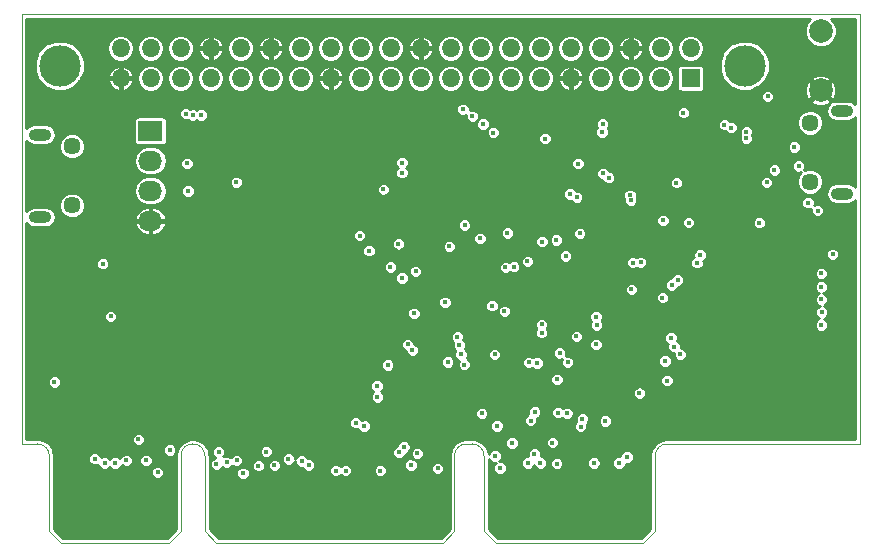
<source format=gbr>
G04 #@! TF.FileFunction,Copper,L2,Inr,Signal*
%FSLAX46Y46*%
G04 Gerber Fmt 4.6, Leading zero omitted, Abs format (unit mm)*
G04 Created by KiCad (PCBNEW 4.0.7) date 09/09/17 19:36:50*
%MOMM*%
%LPD*%
G01*
G04 APERTURE LIST*
%ADD10C,0.100000*%
%ADD11R,2.032000X1.727200*%
%ADD12O,2.032000X1.727200*%
%ADD13C,2.000000*%
%ADD14O,1.900000X1.000000*%
%ADD15C,1.450000*%
%ADD16O,1.550000X1.550000*%
%ADD17C,3.500000*%
%ADD18R,1.550000X1.550000*%
%ADD19C,0.400000*%
%ADD20C,0.250000*%
G04 APERTURE END LIST*
D10*
X86767232Y-135759051D02*
X86767232Y-135359051D01*
X97917232Y-135359051D02*
X97917232Y-135759051D01*
X96917232Y-136759051D02*
X87767232Y-136759051D01*
X96917232Y-136759051D02*
X97917232Y-135759051D01*
X86767232Y-135759051D02*
X87767232Y-136759051D01*
X155417232Y-91959051D02*
X155417232Y-128359051D01*
X84417232Y-128359051D02*
X84417232Y-91959051D01*
X84417232Y-91959051D02*
X155417232Y-91959051D01*
X121067232Y-129359051D02*
X121067232Y-135359051D01*
X121067232Y-129359051D02*
G75*
G02X122067232Y-128359051I1000000J0D01*
G01*
X122567232Y-128359051D02*
X122067232Y-128359051D01*
X122567232Y-128359051D02*
G75*
G02X123567232Y-129359051I0J-1000000D01*
G01*
X123567232Y-135359051D02*
X123567232Y-129359051D01*
X138067232Y-129359051D02*
X138067232Y-135359051D01*
X138067232Y-129359051D02*
G75*
G02X139067232Y-128359051I1000000J0D01*
G01*
X155417232Y-128359051D02*
X139067232Y-128359051D01*
X85767232Y-128359051D02*
X84417232Y-128359051D01*
X85767232Y-128359051D02*
G75*
G02X86767232Y-129359051I0J-1000000D01*
G01*
X86767232Y-135359051D02*
X86767232Y-129359051D01*
X97917232Y-129359051D02*
X97917232Y-135359051D01*
X97917232Y-129359051D02*
G75*
G02X99917232Y-129359051I1000000J0D01*
G01*
X99917232Y-135359051D02*
X99917232Y-129359051D01*
X137067232Y-136759051D02*
X124567232Y-136759051D01*
X137067232Y-136759051D02*
X138067232Y-135759051D01*
X138067232Y-135359051D02*
X138067232Y-135759051D01*
X123567232Y-135759051D02*
X123567232Y-135359051D01*
X123567232Y-135759051D02*
X124567232Y-136759051D01*
X120067232Y-136759051D02*
X100917232Y-136759051D01*
X120067232Y-136759051D02*
X121067232Y-135759051D01*
X121067232Y-135359051D02*
X121067232Y-135759051D01*
X99917232Y-135759051D02*
X99917232Y-135359051D01*
X99917232Y-135759051D02*
X100917232Y-136759051D01*
D11*
X95331200Y-101854000D03*
D12*
X95331200Y-104394000D03*
X95331200Y-106934000D03*
X95331200Y-109474000D03*
D13*
X152074080Y-93411040D03*
X152074080Y-98411040D03*
D14*
X85984000Y-109164000D03*
D15*
X88684000Y-108164000D03*
X88684000Y-103164000D03*
D14*
X85984000Y-102164000D03*
X153874940Y-100157400D03*
D15*
X151174940Y-101157400D03*
X151174940Y-106157400D03*
D14*
X153874940Y-107157400D03*
D16*
X92801440Y-94861380D03*
X92801440Y-97401380D03*
D17*
X87631440Y-96331380D03*
D18*
X141061440Y-97401380D03*
D16*
X141061440Y-94861380D03*
X138521440Y-97401380D03*
X138521440Y-94861380D03*
X135981440Y-97401380D03*
X135981440Y-94861380D03*
X133441440Y-97401380D03*
X133441440Y-94861380D03*
X130901440Y-97401380D03*
X130901440Y-94861380D03*
X128361440Y-97401380D03*
X128361440Y-94861380D03*
X125821440Y-97401380D03*
X125821440Y-94861380D03*
X123281440Y-97401380D03*
X123281440Y-94861380D03*
X120741440Y-97401380D03*
X120741440Y-94861380D03*
X118201440Y-97401380D03*
X118201440Y-94861380D03*
X115661440Y-97401380D03*
X115661440Y-94861380D03*
X113121440Y-97401380D03*
X113121440Y-94861380D03*
X110581440Y-97401380D03*
X110581440Y-94861380D03*
D17*
X145631440Y-96331380D03*
D16*
X108041440Y-97401380D03*
X105501440Y-97401380D03*
X102961440Y-97401380D03*
X100421440Y-97401380D03*
X97881440Y-97401380D03*
X95341440Y-97401380D03*
X108041440Y-94861380D03*
X105501440Y-94861380D03*
X102961440Y-94861380D03*
X100421440Y-94861380D03*
X97881440Y-94861380D03*
X95341440Y-94861380D03*
D19*
X116323377Y-111417116D03*
X120624600Y-111633000D03*
X124460000Y-120770000D03*
X113030002Y-110715010D03*
X98526598Y-106934002D03*
X133096000Y-118287800D03*
X133045200Y-117576600D03*
X98437700Y-104609900D03*
X131394196Y-119253000D03*
X102590600Y-106197400D03*
X139457371Y-114897263D03*
X127349075Y-121456993D03*
X139960000Y-114470000D03*
X128060002Y-121500000D03*
X147497000Y-106222800D03*
X136040000Y-115270000D03*
X98900000Y-100500000D03*
X98300000Y-100399994D03*
X99600000Y-100500000D03*
X135940800Y-107302300D03*
X135991600Y-107734100D03*
X120430000Y-115010000D03*
X127460000Y-123183588D03*
X136310000Y-109730322D03*
X115670000Y-114370000D03*
X120173968Y-122002788D03*
X105370298Y-131063560D03*
X109425600Y-130845065D03*
X107364597Y-130835010D03*
X114095322Y-130615010D03*
X85990000Y-112300000D03*
X149400000Y-111800000D03*
X141883768Y-103012002D03*
X139246521Y-105134990D03*
X147398663Y-104439410D03*
X86110000Y-124630000D03*
X145160000Y-112150000D03*
X152080000Y-119410000D03*
X150000000Y-101240000D03*
X150140000Y-101970000D03*
X138176000Y-117005100D03*
X100482400Y-106553004D03*
X99898200Y-106553000D03*
X135420100Y-130771900D03*
X133426202Y-130784600D03*
X127431800Y-130835402D03*
X129413000Y-130797300D03*
X136906000Y-117983000D03*
X121183400Y-107289600D03*
X125095000Y-109855000D03*
X125882400Y-105206800D03*
X115486220Y-122783600D03*
X93853000Y-130352800D03*
X89662000Y-129667000D03*
X88696800Y-129692400D03*
X100990400Y-119151400D03*
X100914200Y-118440200D03*
X93345000Y-130683000D03*
X97409000Y-130683000D03*
X101473000Y-130683000D03*
X115443000Y-130683000D03*
X120396000Y-130683000D03*
X147649400Y-108229400D03*
X141020000Y-104013000D03*
X144753800Y-113538000D03*
X144437000Y-107684000D03*
X142937000Y-107684000D03*
X144437000Y-106184000D03*
X142937000Y-106184000D03*
X133618051Y-101279797D03*
X143917564Y-101339569D03*
X133570000Y-101960000D03*
X144500000Y-101570000D03*
X146866917Y-109631317D03*
X139851600Y-106248200D03*
X141870000Y-112370000D03*
X131520000Y-104630000D03*
X128740000Y-102510000D03*
X141590000Y-113020000D03*
X151000000Y-107940000D03*
X149833800Y-103225600D03*
X138680000Y-115980000D03*
X140450000Y-100320000D03*
X125552200Y-110490000D03*
X127510000Y-126390000D03*
X114500463Y-123439988D03*
X148150000Y-105179016D03*
X151812385Y-108612385D03*
X152170000Y-117210000D03*
X116636800Y-114300000D03*
X121920000Y-109816900D03*
X133057900Y-119926100D03*
X91287600Y-113106200D03*
X91440000Y-129971800D03*
X90601800Y-129616200D03*
X92329000Y-129971800D03*
X93294200Y-129743200D03*
X87198200Y-123113800D03*
X138730196Y-109438429D03*
X147574000Y-98933000D03*
X140893800Y-109626400D03*
X116630000Y-104540000D03*
X130860000Y-107210000D03*
X113826875Y-112007655D03*
X91960700Y-117563900D03*
X123220000Y-110965010D03*
X139050000Y-122990000D03*
X152120600Y-118287800D03*
X139411052Y-119380792D03*
X153085000Y-112293400D03*
X139650000Y-120110000D03*
X152120600Y-113919000D03*
X140180000Y-120780000D03*
X152120600Y-115062000D03*
X138890000Y-121350000D03*
X152120600Y-116128800D03*
X131419604Y-107467400D03*
X131673600Y-110540800D03*
X150200000Y-104840000D03*
X145790000Y-101950000D03*
X145770000Y-102480000D03*
X96960000Y-128870000D03*
X105130000Y-129000000D03*
X94310000Y-127980000D03*
X94956883Y-129754883D03*
X95935800Y-130759200D03*
X121476698Y-119994759D03*
X100914200Y-130073400D03*
X121316057Y-119295623D03*
X101090000Y-129020000D03*
X105827085Y-130172276D03*
X101770000Y-129910000D03*
X129760000Y-122900000D03*
X103151073Y-130835010D03*
X104471182Y-130204395D03*
X102618139Y-129747042D03*
X120500000Y-121420000D03*
X107000000Y-129645010D03*
X121611315Y-120785740D03*
X108119470Y-129795032D03*
X121890000Y-121640000D03*
X108718913Y-130145043D03*
X116380881Y-129079917D03*
X111007207Y-130615010D03*
X117500400Y-120421400D03*
X116779928Y-128631838D03*
X117094000Y-119938800D03*
X113412799Y-126844979D03*
X111850274Y-130615010D03*
X112699800Y-126565010D03*
X130480000Y-112450000D03*
X114550000Y-124390000D03*
X129971800Y-120650000D03*
X114784997Y-130615010D03*
X115417600Y-121666000D03*
X128470000Y-111220000D03*
X129354620Y-128254990D03*
X136731841Y-124060605D03*
X117912956Y-129163291D03*
X115650000Y-113370000D03*
X117380000Y-130140000D03*
X117779800Y-113741200D03*
X117652796Y-117297200D03*
X120269083Y-116357317D03*
X119634000Y-130429000D03*
X124667375Y-126847375D03*
X124489977Y-129393110D03*
X123380000Y-125770000D03*
X125300000Y-117120000D03*
X124250000Y-116660000D03*
X124917200Y-130403600D03*
X126085600Y-113360200D03*
X127241300Y-112905010D03*
X127279400Y-129984500D03*
X128447800Y-118948200D03*
X128350000Y-129980000D03*
X128447800Y-118237000D03*
X130581400Y-125755400D03*
X129730500Y-130022600D03*
X129837220Y-125704600D03*
X130640000Y-121440000D03*
X127840000Y-129210000D03*
X127863600Y-125653800D03*
X131750000Y-126890000D03*
X131894990Y-126238000D03*
X132867400Y-129984500D03*
X136144000Y-113004600D03*
X136833617Y-112975383D03*
X134990000Y-129970000D03*
X125950000Y-128290000D03*
X125374400Y-113408610D03*
X135680000Y-129470000D03*
X133830000Y-126420000D03*
X129680000Y-111090000D03*
X134130000Y-105824990D03*
X115050000Y-106800000D03*
X133650000Y-105450000D03*
X116620000Y-105400000D03*
X121793000Y-100025200D03*
X122593100Y-100609400D03*
X123494800Y-101269800D03*
X124345700Y-102006400D03*
D20*
G36*
X150917564Y-92636820D02*
X150709317Y-93138334D01*
X150708844Y-93681364D01*
X150916215Y-94183240D01*
X151299860Y-94567556D01*
X151801374Y-94775803D01*
X152344404Y-94776276D01*
X152846280Y-94568905D01*
X153230596Y-94185260D01*
X153438843Y-93683746D01*
X153439316Y-93140716D01*
X153231945Y-92638840D01*
X152967618Y-92374051D01*
X155002232Y-92374051D01*
X155002232Y-99605442D01*
X154962349Y-99545753D01*
X154681723Y-99358244D01*
X154350702Y-99292400D01*
X153399178Y-99292400D01*
X153068157Y-99358244D01*
X152819300Y-99524525D01*
X152917298Y-99360324D01*
X152074080Y-98517106D01*
X151230862Y-99360324D01*
X151341907Y-99546387D01*
X151832119Y-99740154D01*
X152359167Y-99731576D01*
X152779781Y-99557352D01*
X152600022Y-99826379D01*
X152534178Y-100157400D01*
X152600022Y-100488421D01*
X152787531Y-100769047D01*
X153068157Y-100956556D01*
X153399178Y-101022400D01*
X154350702Y-101022400D01*
X154681723Y-100956556D01*
X154962349Y-100769047D01*
X155002232Y-100709358D01*
X155002232Y-106605442D01*
X154962349Y-106545753D01*
X154681723Y-106358244D01*
X154350702Y-106292400D01*
X153399178Y-106292400D01*
X153068157Y-106358244D01*
X152787531Y-106545753D01*
X152600022Y-106826379D01*
X152534178Y-107157400D01*
X152600022Y-107488421D01*
X152787531Y-107769047D01*
X153068157Y-107956556D01*
X153399178Y-108022400D01*
X154350702Y-108022400D01*
X154681723Y-107956556D01*
X154962349Y-107769047D01*
X155002232Y-107709358D01*
X155002232Y-127944051D01*
X139067232Y-127944051D01*
X139027144Y-127952025D01*
X138986270Y-127952025D01*
X138603587Y-128028145D01*
X138453987Y-128090111D01*
X138129563Y-128306884D01*
X138015065Y-128421382D01*
X138015065Y-128421383D01*
X137798292Y-128745806D01*
X137736326Y-128895406D01*
X137660206Y-129278089D01*
X137660206Y-129318963D01*
X137652232Y-129359051D01*
X137652232Y-135587152D01*
X136895334Y-136344051D01*
X124739131Y-136344051D01*
X123982232Y-135587153D01*
X123982232Y-129643807D01*
X124010714Y-129712739D01*
X124169512Y-129871814D01*
X124377099Y-129958012D01*
X124563674Y-129958175D01*
X124438496Y-130083135D01*
X124352298Y-130290722D01*
X124352102Y-130515492D01*
X124437937Y-130723229D01*
X124596735Y-130882304D01*
X124804322Y-130968502D01*
X125029092Y-130968698D01*
X125236829Y-130882863D01*
X125395904Y-130724065D01*
X125482102Y-130516478D01*
X125482298Y-130291708D01*
X125401596Y-130096392D01*
X126714302Y-130096392D01*
X126800137Y-130304129D01*
X126958935Y-130463204D01*
X127166522Y-130549402D01*
X127391292Y-130549598D01*
X127599029Y-130463763D01*
X127758104Y-130304965D01*
X127815665Y-130166344D01*
X127870737Y-130299629D01*
X128029535Y-130458704D01*
X128237122Y-130544902D01*
X128461892Y-130545098D01*
X128669629Y-130459263D01*
X128828704Y-130300465D01*
X128897622Y-130134492D01*
X129165402Y-130134492D01*
X129251237Y-130342229D01*
X129410035Y-130501304D01*
X129617622Y-130587502D01*
X129842392Y-130587698D01*
X130050129Y-130501863D01*
X130209204Y-130343065D01*
X130295402Y-130135478D01*
X130295436Y-130096392D01*
X132302302Y-130096392D01*
X132388137Y-130304129D01*
X132546935Y-130463204D01*
X132754522Y-130549402D01*
X132979292Y-130549598D01*
X133187029Y-130463763D01*
X133346104Y-130304965D01*
X133432302Y-130097378D01*
X133432315Y-130081892D01*
X134424902Y-130081892D01*
X134510737Y-130289629D01*
X134669535Y-130448704D01*
X134877122Y-130534902D01*
X135101892Y-130535098D01*
X135309629Y-130449263D01*
X135468704Y-130290465D01*
X135554902Y-130082878D01*
X135554948Y-130029847D01*
X135567122Y-130034902D01*
X135791892Y-130035098D01*
X135999629Y-129949263D01*
X136158704Y-129790465D01*
X136244902Y-129582878D01*
X136245098Y-129358108D01*
X136159263Y-129150371D01*
X136000465Y-128991296D01*
X135792878Y-128905098D01*
X135568108Y-128904902D01*
X135360371Y-128990737D01*
X135201296Y-129149535D01*
X135115098Y-129357122D01*
X135115052Y-129410153D01*
X135102878Y-129405098D01*
X134878108Y-129404902D01*
X134670371Y-129490737D01*
X134511296Y-129649535D01*
X134425098Y-129857122D01*
X134424902Y-130081892D01*
X133432315Y-130081892D01*
X133432498Y-129872608D01*
X133346663Y-129664871D01*
X133187865Y-129505796D01*
X132980278Y-129419598D01*
X132755508Y-129419402D01*
X132547771Y-129505237D01*
X132388696Y-129664035D01*
X132302498Y-129871622D01*
X132302302Y-130096392D01*
X130295436Y-130096392D01*
X130295598Y-129910708D01*
X130209763Y-129702971D01*
X130050965Y-129543896D01*
X129843378Y-129457698D01*
X129618608Y-129457502D01*
X129410871Y-129543337D01*
X129251796Y-129702135D01*
X129165598Y-129909722D01*
X129165402Y-130134492D01*
X128897622Y-130134492D01*
X128914902Y-130092878D01*
X128915098Y-129868108D01*
X128829263Y-129660371D01*
X128670465Y-129501296D01*
X128462878Y-129415098D01*
X128366644Y-129415014D01*
X128404902Y-129322878D01*
X128405098Y-129098108D01*
X128319263Y-128890371D01*
X128160465Y-128731296D01*
X127952878Y-128645098D01*
X127728108Y-128644902D01*
X127520371Y-128730737D01*
X127361296Y-128889535D01*
X127275098Y-129097122D01*
X127274902Y-129321892D01*
X127315245Y-129419531D01*
X127167508Y-129419402D01*
X126959771Y-129505237D01*
X126800696Y-129664035D01*
X126714498Y-129871622D01*
X126714302Y-130096392D01*
X125401596Y-130096392D01*
X125396463Y-130083971D01*
X125237665Y-129924896D01*
X125030078Y-129838698D01*
X124843503Y-129838535D01*
X124968681Y-129713575D01*
X125054879Y-129505988D01*
X125055075Y-129281218D01*
X124969240Y-129073481D01*
X124810442Y-128914406D01*
X124602855Y-128828208D01*
X124378085Y-128828012D01*
X124170348Y-128913847D01*
X124011273Y-129072645D01*
X123958617Y-129199455D01*
X123898138Y-128895406D01*
X123836172Y-128745806D01*
X123619399Y-128421382D01*
X123599909Y-128401892D01*
X125384902Y-128401892D01*
X125470737Y-128609629D01*
X125629535Y-128768704D01*
X125837122Y-128854902D01*
X126061892Y-128855098D01*
X126269629Y-128769263D01*
X126428704Y-128610465D01*
X126514902Y-128402878D01*
X126514933Y-128366882D01*
X128789522Y-128366882D01*
X128875357Y-128574619D01*
X129034155Y-128733694D01*
X129241742Y-128819892D01*
X129466512Y-128820088D01*
X129674249Y-128734253D01*
X129833324Y-128575455D01*
X129919522Y-128367868D01*
X129919718Y-128143098D01*
X129833883Y-127935361D01*
X129675085Y-127776286D01*
X129467498Y-127690088D01*
X129242728Y-127689892D01*
X129034991Y-127775727D01*
X128875916Y-127934525D01*
X128789718Y-128142112D01*
X128789522Y-128366882D01*
X126514933Y-128366882D01*
X126515098Y-128178108D01*
X126429263Y-127970371D01*
X126270465Y-127811296D01*
X126062878Y-127725098D01*
X125838108Y-127724902D01*
X125630371Y-127810737D01*
X125471296Y-127969535D01*
X125385098Y-128177122D01*
X125384902Y-128401892D01*
X123599909Y-128401892D01*
X123504901Y-128306884D01*
X123504898Y-128306883D01*
X123180477Y-128090111D01*
X123030877Y-128028145D01*
X122648194Y-127952025D01*
X122607320Y-127952025D01*
X122567232Y-127944051D01*
X122067232Y-127944051D01*
X122027144Y-127952025D01*
X121986270Y-127952025D01*
X121603587Y-128028145D01*
X121453987Y-128090111D01*
X121129563Y-128306884D01*
X121015065Y-128421382D01*
X121015065Y-128421383D01*
X120798292Y-128745806D01*
X120736326Y-128895406D01*
X120660206Y-129278089D01*
X120660206Y-129318963D01*
X120652232Y-129359051D01*
X120652232Y-135587152D01*
X119895334Y-136344051D01*
X101089131Y-136344051D01*
X100332232Y-135587153D01*
X100332232Y-130946902D01*
X102585975Y-130946902D01*
X102671810Y-131154639D01*
X102830608Y-131313714D01*
X103038195Y-131399912D01*
X103262965Y-131400108D01*
X103470702Y-131314273D01*
X103629777Y-131155475D01*
X103715975Y-130947888D01*
X103716171Y-130723118D01*
X103630336Y-130515381D01*
X103471538Y-130356306D01*
X103375162Y-130316287D01*
X103906084Y-130316287D01*
X103991919Y-130524024D01*
X104150717Y-130683099D01*
X104358304Y-130769297D01*
X104583074Y-130769493D01*
X104790811Y-130683658D01*
X104949886Y-130524860D01*
X105036084Y-130317273D01*
X105036112Y-130284168D01*
X105261987Y-130284168D01*
X105347822Y-130491905D01*
X105506620Y-130650980D01*
X105714207Y-130737178D01*
X105938977Y-130737374D01*
X105964321Y-130726902D01*
X110442109Y-130726902D01*
X110527944Y-130934639D01*
X110686742Y-131093714D01*
X110894329Y-131179912D01*
X111119099Y-131180108D01*
X111326836Y-131094273D01*
X111428779Y-130992508D01*
X111529809Y-131093714D01*
X111737396Y-131179912D01*
X111962166Y-131180108D01*
X112169903Y-131094273D01*
X112328978Y-130935475D01*
X112415176Y-130727888D01*
X112415176Y-130726902D01*
X114219899Y-130726902D01*
X114305734Y-130934639D01*
X114464532Y-131093714D01*
X114672119Y-131179912D01*
X114896889Y-131180108D01*
X115104626Y-131094273D01*
X115263701Y-130935475D01*
X115349899Y-130727888D01*
X115350095Y-130503118D01*
X115264260Y-130295381D01*
X115220847Y-130251892D01*
X116814902Y-130251892D01*
X116900737Y-130459629D01*
X117059535Y-130618704D01*
X117267122Y-130704902D01*
X117491892Y-130705098D01*
X117699629Y-130619263D01*
X117778136Y-130540892D01*
X119068902Y-130540892D01*
X119154737Y-130748629D01*
X119313535Y-130907704D01*
X119521122Y-130993902D01*
X119745892Y-130994098D01*
X119953629Y-130908263D01*
X120112704Y-130749465D01*
X120198902Y-130541878D01*
X120199098Y-130317108D01*
X120113263Y-130109371D01*
X119954465Y-129950296D01*
X119746878Y-129864098D01*
X119522108Y-129863902D01*
X119314371Y-129949737D01*
X119155296Y-130108535D01*
X119069098Y-130316122D01*
X119068902Y-130540892D01*
X117778136Y-130540892D01*
X117858704Y-130460465D01*
X117944902Y-130252878D01*
X117945098Y-130028108D01*
X117859263Y-129820371D01*
X117744001Y-129704908D01*
X117800078Y-129728193D01*
X118024848Y-129728389D01*
X118232585Y-129642554D01*
X118391660Y-129483756D01*
X118477858Y-129276169D01*
X118478054Y-129051399D01*
X118392219Y-128843662D01*
X118233421Y-128684587D01*
X118025834Y-128598389D01*
X117801064Y-128598193D01*
X117593327Y-128684028D01*
X117434252Y-128842826D01*
X117348054Y-129050413D01*
X117347858Y-129275183D01*
X117433693Y-129482920D01*
X117548955Y-129598383D01*
X117492878Y-129575098D01*
X117268108Y-129574902D01*
X117060371Y-129660737D01*
X116901296Y-129819535D01*
X116815098Y-130027122D01*
X116814902Y-130251892D01*
X115220847Y-130251892D01*
X115105462Y-130136306D01*
X114897875Y-130050108D01*
X114673105Y-130049912D01*
X114465368Y-130135747D01*
X114306293Y-130294545D01*
X114220095Y-130502132D01*
X114219899Y-130726902D01*
X112415176Y-130726902D01*
X112415372Y-130503118D01*
X112329537Y-130295381D01*
X112170739Y-130136306D01*
X111963152Y-130050108D01*
X111738382Y-130049912D01*
X111530645Y-130135747D01*
X111428702Y-130237512D01*
X111327672Y-130136306D01*
X111120085Y-130050108D01*
X110895315Y-130049912D01*
X110687578Y-130135747D01*
X110528503Y-130294545D01*
X110442305Y-130502132D01*
X110442109Y-130726902D01*
X105964321Y-130726902D01*
X106146714Y-130651539D01*
X106305789Y-130492741D01*
X106391987Y-130285154D01*
X106392183Y-130060384D01*
X106306348Y-129852647D01*
X106210770Y-129756902D01*
X106434902Y-129756902D01*
X106520737Y-129964639D01*
X106679535Y-130123714D01*
X106887122Y-130209912D01*
X107111892Y-130210108D01*
X107319629Y-130124273D01*
X107478704Y-129965475D01*
X107554480Y-129782987D01*
X107554372Y-129906924D01*
X107640207Y-130114661D01*
X107799005Y-130273736D01*
X108006592Y-130359934D01*
X108196442Y-130360100D01*
X108239650Y-130464672D01*
X108398448Y-130623747D01*
X108606035Y-130709945D01*
X108830805Y-130710141D01*
X109038542Y-130624306D01*
X109197617Y-130465508D01*
X109283815Y-130257921D01*
X109284011Y-130033151D01*
X109198176Y-129825414D01*
X109039378Y-129666339D01*
X108831791Y-129580141D01*
X108641941Y-129579975D01*
X108598733Y-129475403D01*
X108439935Y-129316328D01*
X108232348Y-129230130D01*
X108007578Y-129229934D01*
X107799841Y-129315769D01*
X107640766Y-129474567D01*
X107564990Y-129657055D01*
X107565098Y-129533118D01*
X107479263Y-129325381D01*
X107345924Y-129191809D01*
X115815783Y-129191809D01*
X115901618Y-129399546D01*
X116060416Y-129558621D01*
X116268003Y-129644819D01*
X116492773Y-129645015D01*
X116700510Y-129559180D01*
X116859585Y-129400382D01*
X116945783Y-129192795D01*
X116945799Y-129174632D01*
X117099557Y-129111101D01*
X117258632Y-128952303D01*
X117344830Y-128744716D01*
X117345026Y-128519946D01*
X117259191Y-128312209D01*
X117100393Y-128153134D01*
X116892806Y-128066936D01*
X116668036Y-128066740D01*
X116460299Y-128152575D01*
X116301224Y-128311373D01*
X116215026Y-128518960D01*
X116215010Y-128537123D01*
X116061252Y-128600654D01*
X115902177Y-128759452D01*
X115815979Y-128967039D01*
X115815783Y-129191809D01*
X107345924Y-129191809D01*
X107320465Y-129166306D01*
X107112878Y-129080108D01*
X106888108Y-129079912D01*
X106680371Y-129165747D01*
X106521296Y-129324545D01*
X106435098Y-129532132D01*
X106434902Y-129756902D01*
X106210770Y-129756902D01*
X106147550Y-129693572D01*
X105939963Y-129607374D01*
X105715193Y-129607178D01*
X105507456Y-129693013D01*
X105348381Y-129851811D01*
X105262183Y-130059398D01*
X105261987Y-130284168D01*
X105036112Y-130284168D01*
X105036280Y-130092503D01*
X104950445Y-129884766D01*
X104791647Y-129725691D01*
X104584060Y-129639493D01*
X104359290Y-129639297D01*
X104151553Y-129725132D01*
X103992478Y-129883930D01*
X103906280Y-130091517D01*
X103906084Y-130316287D01*
X103375162Y-130316287D01*
X103263951Y-130270108D01*
X103039181Y-130269912D01*
X102831444Y-130355747D01*
X102672369Y-130514545D01*
X102586171Y-130722132D01*
X102585975Y-130946902D01*
X100332232Y-130946902D01*
X100332232Y-130185292D01*
X100349102Y-130185292D01*
X100434937Y-130393029D01*
X100593735Y-130552104D01*
X100801322Y-130638302D01*
X101026092Y-130638498D01*
X101233829Y-130552663D01*
X101392904Y-130393865D01*
X101411054Y-130350156D01*
X101449535Y-130388704D01*
X101657122Y-130474902D01*
X101881892Y-130475098D01*
X102089629Y-130389263D01*
X102248704Y-130230465D01*
X102264474Y-130192488D01*
X102297674Y-130225746D01*
X102505261Y-130311944D01*
X102730031Y-130312140D01*
X102937768Y-130226305D01*
X103096843Y-130067507D01*
X103183041Y-129859920D01*
X103183237Y-129635150D01*
X103097402Y-129427413D01*
X102938604Y-129268338D01*
X102731017Y-129182140D01*
X102506247Y-129181944D01*
X102298510Y-129267779D01*
X102139435Y-129426577D01*
X102123665Y-129464554D01*
X102090465Y-129431296D01*
X101882878Y-129345098D01*
X101658108Y-129344902D01*
X101497981Y-129411065D01*
X101568704Y-129340465D01*
X101654902Y-129132878D01*
X101654920Y-129111892D01*
X104564902Y-129111892D01*
X104650737Y-129319629D01*
X104809535Y-129478704D01*
X105017122Y-129564902D01*
X105241892Y-129565098D01*
X105449629Y-129479263D01*
X105608704Y-129320465D01*
X105694902Y-129112878D01*
X105695098Y-128888108D01*
X105609263Y-128680371D01*
X105450465Y-128521296D01*
X105242878Y-128435098D01*
X105018108Y-128434902D01*
X104810371Y-128520737D01*
X104651296Y-128679535D01*
X104565098Y-128887122D01*
X104564902Y-129111892D01*
X101654920Y-129111892D01*
X101655098Y-128908108D01*
X101569263Y-128700371D01*
X101410465Y-128541296D01*
X101202878Y-128455098D01*
X100978108Y-128454902D01*
X100770371Y-128540737D01*
X100611296Y-128699535D01*
X100525098Y-128907122D01*
X100524902Y-129131892D01*
X100610737Y-129339629D01*
X100769535Y-129498704D01*
X100797467Y-129510302D01*
X100594571Y-129594137D01*
X100435496Y-129752935D01*
X100349298Y-129960522D01*
X100349102Y-130185292D01*
X100332232Y-130185292D01*
X100332232Y-129359051D01*
X100324258Y-129318963D01*
X100324258Y-129278089D01*
X100248138Y-128895406D01*
X100186172Y-128745806D01*
X99969399Y-128421382D01*
X99854901Y-128306884D01*
X99854898Y-128306883D01*
X99530477Y-128090111D01*
X99380877Y-128028145D01*
X98998196Y-127952025D01*
X98836268Y-127952025D01*
X98453587Y-128028145D01*
X98303987Y-128090111D01*
X97979563Y-128306884D01*
X97865065Y-128421382D01*
X97865065Y-128421383D01*
X97648292Y-128745806D01*
X97586326Y-128895406D01*
X97510206Y-129278089D01*
X97510206Y-129318963D01*
X97502232Y-129359051D01*
X97502232Y-135587152D01*
X96745334Y-136344051D01*
X87939131Y-136344051D01*
X87182232Y-135587153D01*
X87182232Y-130871092D01*
X95370702Y-130871092D01*
X95456537Y-131078829D01*
X95615335Y-131237904D01*
X95822922Y-131324102D01*
X96047692Y-131324298D01*
X96255429Y-131238463D01*
X96414504Y-131079665D01*
X96500702Y-130872078D01*
X96500898Y-130647308D01*
X96415063Y-130439571D01*
X96256265Y-130280496D01*
X96048678Y-130194298D01*
X95823908Y-130194102D01*
X95616171Y-130279937D01*
X95457096Y-130438735D01*
X95370898Y-130646322D01*
X95370702Y-130871092D01*
X87182232Y-130871092D01*
X87182232Y-129728092D01*
X90036702Y-129728092D01*
X90122537Y-129935829D01*
X90281335Y-130094904D01*
X90488922Y-130181102D01*
X90713692Y-130181298D01*
X90885841Y-130110167D01*
X90960737Y-130291429D01*
X91119535Y-130450504D01*
X91327122Y-130536702D01*
X91551892Y-130536898D01*
X91759629Y-130451063D01*
X91884578Y-130326331D01*
X92008535Y-130450504D01*
X92216122Y-130536702D01*
X92440892Y-130536898D01*
X92648629Y-130451063D01*
X92807704Y-130292265D01*
X92877112Y-130125113D01*
X92973735Y-130221904D01*
X93181322Y-130308102D01*
X93406092Y-130308298D01*
X93613829Y-130222463D01*
X93772904Y-130063665D01*
X93854660Y-129866775D01*
X94391785Y-129866775D01*
X94477620Y-130074512D01*
X94636418Y-130233587D01*
X94844005Y-130319785D01*
X95068775Y-130319981D01*
X95276512Y-130234146D01*
X95435587Y-130075348D01*
X95521785Y-129867761D01*
X95521981Y-129642991D01*
X95436146Y-129435254D01*
X95277348Y-129276179D01*
X95069761Y-129189981D01*
X94844991Y-129189785D01*
X94637254Y-129275620D01*
X94478179Y-129434418D01*
X94391981Y-129642005D01*
X94391785Y-129866775D01*
X93854660Y-129866775D01*
X93859102Y-129856078D01*
X93859298Y-129631308D01*
X93773463Y-129423571D01*
X93614665Y-129264496D01*
X93407078Y-129178298D01*
X93182308Y-129178102D01*
X92974571Y-129263937D01*
X92815496Y-129422735D01*
X92746088Y-129589887D01*
X92649465Y-129493096D01*
X92441878Y-129406898D01*
X92217108Y-129406702D01*
X92009371Y-129492537D01*
X91884422Y-129617269D01*
X91760465Y-129493096D01*
X91552878Y-129406898D01*
X91328108Y-129406702D01*
X91155959Y-129477833D01*
X91081063Y-129296571D01*
X90922265Y-129137496D01*
X90714678Y-129051298D01*
X90489908Y-129051102D01*
X90282171Y-129136937D01*
X90123096Y-129295735D01*
X90036898Y-129503322D01*
X90036702Y-129728092D01*
X87182232Y-129728092D01*
X87182232Y-129359051D01*
X87174258Y-129318963D01*
X87174258Y-129278089D01*
X87115342Y-128981892D01*
X96394902Y-128981892D01*
X96480737Y-129189629D01*
X96639535Y-129348704D01*
X96847122Y-129434902D01*
X97071892Y-129435098D01*
X97279629Y-129349263D01*
X97438704Y-129190465D01*
X97524902Y-128982878D01*
X97525098Y-128758108D01*
X97439263Y-128550371D01*
X97280465Y-128391296D01*
X97072878Y-128305098D01*
X96848108Y-128304902D01*
X96640371Y-128390737D01*
X96481296Y-128549535D01*
X96395098Y-128757122D01*
X96394902Y-128981892D01*
X87115342Y-128981892D01*
X87098138Y-128895406D01*
X87036172Y-128745806D01*
X86819399Y-128421382D01*
X86704901Y-128306884D01*
X86704898Y-128306883D01*
X86383143Y-128091892D01*
X93744902Y-128091892D01*
X93830737Y-128299629D01*
X93989535Y-128458704D01*
X94197122Y-128544902D01*
X94421892Y-128545098D01*
X94629629Y-128459263D01*
X94788704Y-128300465D01*
X94874902Y-128092878D01*
X94875098Y-127868108D01*
X94789263Y-127660371D01*
X94630465Y-127501296D01*
X94422878Y-127415098D01*
X94198108Y-127414902D01*
X93990371Y-127500737D01*
X93831296Y-127659535D01*
X93745098Y-127867122D01*
X93744902Y-128091892D01*
X86383143Y-128091892D01*
X86380477Y-128090111D01*
X86230877Y-128028145D01*
X85848194Y-127952025D01*
X85807320Y-127952025D01*
X85767232Y-127944051D01*
X84832232Y-127944051D01*
X84832232Y-126676902D01*
X112134702Y-126676902D01*
X112220537Y-126884639D01*
X112379335Y-127043714D01*
X112586922Y-127129912D01*
X112811692Y-127130108D01*
X112903591Y-127092136D01*
X112933536Y-127164608D01*
X113092334Y-127323683D01*
X113299921Y-127409881D01*
X113524691Y-127410077D01*
X113732428Y-127324242D01*
X113891503Y-127165444D01*
X113977115Y-126959267D01*
X124102277Y-126959267D01*
X124188112Y-127167004D01*
X124346910Y-127326079D01*
X124554497Y-127412277D01*
X124779267Y-127412473D01*
X124987004Y-127326638D01*
X125146079Y-127167840D01*
X125214986Y-127001892D01*
X131184902Y-127001892D01*
X131270737Y-127209629D01*
X131429535Y-127368704D01*
X131637122Y-127454902D01*
X131861892Y-127455098D01*
X132069629Y-127369263D01*
X132228704Y-127210465D01*
X132314902Y-127002878D01*
X132315098Y-126778108D01*
X132267957Y-126664018D01*
X132373694Y-126558465D01*
X132384728Y-126531892D01*
X133264902Y-126531892D01*
X133350737Y-126739629D01*
X133509535Y-126898704D01*
X133717122Y-126984902D01*
X133941892Y-126985098D01*
X134149629Y-126899263D01*
X134308704Y-126740465D01*
X134394902Y-126532878D01*
X134395098Y-126308108D01*
X134309263Y-126100371D01*
X134150465Y-125941296D01*
X133942878Y-125855098D01*
X133718108Y-125854902D01*
X133510371Y-125940737D01*
X133351296Y-126099535D01*
X133265098Y-126307122D01*
X133264902Y-126531892D01*
X132384728Y-126531892D01*
X132459892Y-126350878D01*
X132460088Y-126126108D01*
X132374253Y-125918371D01*
X132215455Y-125759296D01*
X132007868Y-125673098D01*
X131783098Y-125672902D01*
X131575361Y-125758737D01*
X131416286Y-125917535D01*
X131330088Y-126125122D01*
X131329892Y-126349892D01*
X131377033Y-126463982D01*
X131271296Y-126569535D01*
X131185098Y-126777122D01*
X131184902Y-127001892D01*
X125214986Y-127001892D01*
X125232277Y-126960253D01*
X125232473Y-126735483D01*
X125146638Y-126527746D01*
X125120830Y-126501892D01*
X126944902Y-126501892D01*
X127030737Y-126709629D01*
X127189535Y-126868704D01*
X127397122Y-126954902D01*
X127621892Y-126955098D01*
X127829629Y-126869263D01*
X127988704Y-126710465D01*
X128074902Y-126502878D01*
X128075098Y-126278108D01*
X128039675Y-126192378D01*
X128183229Y-126133063D01*
X128342304Y-125974265D01*
X128407817Y-125816492D01*
X129272122Y-125816492D01*
X129357957Y-126024229D01*
X129516755Y-126183304D01*
X129724342Y-126269502D01*
X129949112Y-126269698D01*
X130156849Y-126183863D01*
X130183862Y-126156897D01*
X130260935Y-126234104D01*
X130468522Y-126320302D01*
X130693292Y-126320498D01*
X130901029Y-126234663D01*
X131060104Y-126075865D01*
X131146302Y-125868278D01*
X131146498Y-125643508D01*
X131060663Y-125435771D01*
X130901865Y-125276696D01*
X130694278Y-125190498D01*
X130469508Y-125190302D01*
X130261771Y-125276137D01*
X130234758Y-125303103D01*
X130157685Y-125225896D01*
X129950098Y-125139698D01*
X129725328Y-125139502D01*
X129517591Y-125225337D01*
X129358516Y-125384135D01*
X129272318Y-125591722D01*
X129272122Y-125816492D01*
X128407817Y-125816492D01*
X128428502Y-125766678D01*
X128428698Y-125541908D01*
X128342863Y-125334171D01*
X128184065Y-125175096D01*
X127976478Y-125088898D01*
X127751708Y-125088702D01*
X127543971Y-125174537D01*
X127384896Y-125333335D01*
X127298698Y-125540922D01*
X127298502Y-125765692D01*
X127333925Y-125851422D01*
X127190371Y-125910737D01*
X127031296Y-126069535D01*
X126945098Y-126277122D01*
X126944902Y-126501892D01*
X125120830Y-126501892D01*
X124987840Y-126368671D01*
X124780253Y-126282473D01*
X124555483Y-126282277D01*
X124347746Y-126368112D01*
X124188671Y-126526910D01*
X124102473Y-126734497D01*
X124102277Y-126959267D01*
X113977115Y-126959267D01*
X113977701Y-126957857D01*
X113977897Y-126733087D01*
X113892062Y-126525350D01*
X113733264Y-126366275D01*
X113525677Y-126280077D01*
X113300907Y-126279881D01*
X113209008Y-126317853D01*
X113179063Y-126245381D01*
X113020265Y-126086306D01*
X112812678Y-126000108D01*
X112587908Y-125999912D01*
X112380171Y-126085747D01*
X112221096Y-126244545D01*
X112134898Y-126452132D01*
X112134702Y-126676902D01*
X84832232Y-126676902D01*
X84832232Y-125881892D01*
X122814902Y-125881892D01*
X122900737Y-126089629D01*
X123059535Y-126248704D01*
X123267122Y-126334902D01*
X123491892Y-126335098D01*
X123699629Y-126249263D01*
X123858704Y-126090465D01*
X123944902Y-125882878D01*
X123945098Y-125658108D01*
X123859263Y-125450371D01*
X123700465Y-125291296D01*
X123492878Y-125205098D01*
X123268108Y-125204902D01*
X123060371Y-125290737D01*
X122901296Y-125449535D01*
X122815098Y-125657122D01*
X122814902Y-125881892D01*
X84832232Y-125881892D01*
X84832232Y-123225692D01*
X86633102Y-123225692D01*
X86718937Y-123433429D01*
X86877735Y-123592504D01*
X87085322Y-123678702D01*
X87310092Y-123678898D01*
X87517829Y-123593063D01*
X87559083Y-123551880D01*
X113935365Y-123551880D01*
X114021200Y-123759617D01*
X114179998Y-123918692D01*
X114209945Y-123931127D01*
X114071296Y-124069535D01*
X113985098Y-124277122D01*
X113984902Y-124501892D01*
X114070737Y-124709629D01*
X114229535Y-124868704D01*
X114437122Y-124954902D01*
X114661892Y-124955098D01*
X114869629Y-124869263D01*
X115028704Y-124710465D01*
X115114902Y-124502878D01*
X115115098Y-124278108D01*
X115071461Y-124172497D01*
X136166743Y-124172497D01*
X136252578Y-124380234D01*
X136411376Y-124539309D01*
X136618963Y-124625507D01*
X136843733Y-124625703D01*
X137051470Y-124539868D01*
X137210545Y-124381070D01*
X137296743Y-124173483D01*
X137296939Y-123948713D01*
X137211104Y-123740976D01*
X137052306Y-123581901D01*
X136844719Y-123495703D01*
X136619949Y-123495507D01*
X136412212Y-123581342D01*
X136253137Y-123740140D01*
X136166939Y-123947727D01*
X136166743Y-124172497D01*
X115071461Y-124172497D01*
X115029263Y-124070371D01*
X114870465Y-123911296D01*
X114840518Y-123898861D01*
X114979167Y-123760453D01*
X115065365Y-123552866D01*
X115065561Y-123328096D01*
X114979726Y-123120359D01*
X114871448Y-123011892D01*
X129194902Y-123011892D01*
X129280737Y-123219629D01*
X129439535Y-123378704D01*
X129647122Y-123464902D01*
X129871892Y-123465098D01*
X130079629Y-123379263D01*
X130238704Y-123220465D01*
X130287940Y-123101892D01*
X138484902Y-123101892D01*
X138570737Y-123309629D01*
X138729535Y-123468704D01*
X138937122Y-123554902D01*
X139161892Y-123555098D01*
X139369629Y-123469263D01*
X139528704Y-123310465D01*
X139614902Y-123102878D01*
X139615098Y-122878108D01*
X139529263Y-122670371D01*
X139370465Y-122511296D01*
X139162878Y-122425098D01*
X138938108Y-122424902D01*
X138730371Y-122510737D01*
X138571296Y-122669535D01*
X138485098Y-122877122D01*
X138484902Y-123101892D01*
X130287940Y-123101892D01*
X130324902Y-123012878D01*
X130325098Y-122788108D01*
X130239263Y-122580371D01*
X130080465Y-122421296D01*
X129872878Y-122335098D01*
X129648108Y-122334902D01*
X129440371Y-122420737D01*
X129281296Y-122579535D01*
X129195098Y-122787122D01*
X129194902Y-123011892D01*
X114871448Y-123011892D01*
X114820928Y-122961284D01*
X114613341Y-122875086D01*
X114388571Y-122874890D01*
X114180834Y-122960725D01*
X114021759Y-123119523D01*
X113935561Y-123327110D01*
X113935365Y-123551880D01*
X87559083Y-123551880D01*
X87676904Y-123434265D01*
X87763102Y-123226678D01*
X87763298Y-123001908D01*
X87677463Y-122794171D01*
X87518665Y-122635096D01*
X87311078Y-122548898D01*
X87086308Y-122548702D01*
X86878571Y-122634537D01*
X86719496Y-122793335D01*
X86633298Y-123000922D01*
X86633102Y-123225692D01*
X84832232Y-123225692D01*
X84832232Y-121777892D01*
X114852502Y-121777892D01*
X114938337Y-121985629D01*
X115097135Y-122144704D01*
X115304722Y-122230902D01*
X115529492Y-122231098D01*
X115737229Y-122145263D01*
X115896304Y-121986465D01*
X115982502Y-121778878D01*
X115982698Y-121554108D01*
X115973519Y-121531892D01*
X119934902Y-121531892D01*
X120020737Y-121739629D01*
X120179535Y-121898704D01*
X120387122Y-121984902D01*
X120611892Y-121985098D01*
X120819629Y-121899263D01*
X120978704Y-121740465D01*
X121064902Y-121532878D01*
X121065098Y-121308108D01*
X120979263Y-121100371D01*
X120820465Y-120941296D01*
X120612878Y-120855098D01*
X120388108Y-120854902D01*
X120180371Y-120940737D01*
X120021296Y-121099535D01*
X119935098Y-121307122D01*
X119934902Y-121531892D01*
X115973519Y-121531892D01*
X115896863Y-121346371D01*
X115738065Y-121187296D01*
X115530478Y-121101098D01*
X115305708Y-121100902D01*
X115097971Y-121186737D01*
X114938896Y-121345535D01*
X114852698Y-121553122D01*
X114852502Y-121777892D01*
X84832232Y-121777892D01*
X84832232Y-120050692D01*
X116528902Y-120050692D01*
X116614737Y-120258429D01*
X116773535Y-120417504D01*
X116935344Y-120484693D01*
X116935302Y-120533292D01*
X117021137Y-120741029D01*
X117179935Y-120900104D01*
X117387522Y-120986302D01*
X117612292Y-120986498D01*
X117820029Y-120900663D01*
X117979104Y-120741865D01*
X118065302Y-120534278D01*
X118065498Y-120309508D01*
X117979663Y-120101771D01*
X117820865Y-119942696D01*
X117659056Y-119875507D01*
X117659098Y-119826908D01*
X117573263Y-119619171D01*
X117414465Y-119460096D01*
X117287837Y-119407515D01*
X120750959Y-119407515D01*
X120836794Y-119615252D01*
X120967953Y-119746640D01*
X120911796Y-119881881D01*
X120911600Y-120106651D01*
X120997435Y-120314388D01*
X121140349Y-120457551D01*
X121132611Y-120465275D01*
X121046413Y-120672862D01*
X121046217Y-120897632D01*
X121132052Y-121105369D01*
X121290850Y-121264444D01*
X121414888Y-121315949D01*
X121411296Y-121319535D01*
X121325098Y-121527122D01*
X121324902Y-121751892D01*
X121410737Y-121959629D01*
X121569535Y-122118704D01*
X121777122Y-122204902D01*
X122001892Y-122205098D01*
X122209629Y-122119263D01*
X122368704Y-121960465D01*
X122454902Y-121752878D01*
X122455062Y-121568885D01*
X126783977Y-121568885D01*
X126869812Y-121776622D01*
X127028610Y-121935697D01*
X127236197Y-122021895D01*
X127460967Y-122022091D01*
X127668704Y-121936256D01*
X127682958Y-121922027D01*
X127739537Y-121978704D01*
X127947124Y-122064902D01*
X128171894Y-122065098D01*
X128379631Y-121979263D01*
X128538706Y-121820465D01*
X128624904Y-121612878D01*
X128625100Y-121388108D01*
X128539265Y-121180371D01*
X128380467Y-121021296D01*
X128172880Y-120935098D01*
X127948110Y-120934902D01*
X127740373Y-121020737D01*
X127726119Y-121034966D01*
X127669540Y-120978289D01*
X127461953Y-120892091D01*
X127237183Y-120891895D01*
X127029446Y-120977730D01*
X126870371Y-121136528D01*
X126784173Y-121344115D01*
X126783977Y-121568885D01*
X122455062Y-121568885D01*
X122455098Y-121528108D01*
X122369263Y-121320371D01*
X122210465Y-121161296D01*
X122086427Y-121109791D01*
X122090019Y-121106205D01*
X122176217Y-120898618D01*
X122176231Y-120881892D01*
X123894902Y-120881892D01*
X123980737Y-121089629D01*
X124139535Y-121248704D01*
X124347122Y-121334902D01*
X124571892Y-121335098D01*
X124779629Y-121249263D01*
X124938704Y-121090465D01*
X125024902Y-120882878D01*
X125025007Y-120761892D01*
X129406702Y-120761892D01*
X129492537Y-120969629D01*
X129651335Y-121128704D01*
X129858922Y-121214902D01*
X130083692Y-121215098D01*
X130129469Y-121196184D01*
X130075098Y-121327122D01*
X130074902Y-121551892D01*
X130160737Y-121759629D01*
X130319535Y-121918704D01*
X130527122Y-122004902D01*
X130751892Y-122005098D01*
X130959629Y-121919263D01*
X131118704Y-121760465D01*
X131204902Y-121552878D01*
X131204981Y-121461892D01*
X138324902Y-121461892D01*
X138410737Y-121669629D01*
X138569535Y-121828704D01*
X138777122Y-121914902D01*
X139001892Y-121915098D01*
X139209629Y-121829263D01*
X139368704Y-121670465D01*
X139454902Y-121462878D01*
X139455098Y-121238108D01*
X139369263Y-121030371D01*
X139210465Y-120871296D01*
X139002878Y-120785098D01*
X138778108Y-120784902D01*
X138570371Y-120870737D01*
X138411296Y-121029535D01*
X138325098Y-121237122D01*
X138324902Y-121461892D01*
X131204981Y-121461892D01*
X131205098Y-121328108D01*
X131119263Y-121120371D01*
X130960465Y-120961296D01*
X130752878Y-120875098D01*
X130528108Y-120874902D01*
X130482331Y-120893816D01*
X130536702Y-120762878D01*
X130536898Y-120538108D01*
X130451063Y-120330371D01*
X130292265Y-120171296D01*
X130084678Y-120085098D01*
X129859908Y-120084902D01*
X129652171Y-120170737D01*
X129493096Y-120329535D01*
X129406898Y-120537122D01*
X129406702Y-120761892D01*
X125025007Y-120761892D01*
X125025098Y-120658108D01*
X124939263Y-120450371D01*
X124780465Y-120291296D01*
X124572878Y-120205098D01*
X124348108Y-120204902D01*
X124140371Y-120290737D01*
X123981296Y-120449535D01*
X123895098Y-120657122D01*
X123894902Y-120881892D01*
X122176231Y-120881892D01*
X122176413Y-120673848D01*
X122090578Y-120466111D01*
X121947664Y-120322948D01*
X121955402Y-120315224D01*
X122041600Y-120107637D01*
X122041660Y-120037992D01*
X132492802Y-120037992D01*
X132578637Y-120245729D01*
X132737435Y-120404804D01*
X132945022Y-120491002D01*
X133169792Y-120491198D01*
X133377529Y-120405363D01*
X133536604Y-120246565D01*
X133622802Y-120038978D01*
X133622998Y-119814208D01*
X133537163Y-119606471D01*
X133423575Y-119492684D01*
X138845954Y-119492684D01*
X138931789Y-119700421D01*
X139090587Y-119859496D01*
X139134648Y-119877792D01*
X139085098Y-119997122D01*
X139084902Y-120221892D01*
X139170737Y-120429629D01*
X139329535Y-120588704D01*
X139537122Y-120674902D01*
X139615091Y-120674970D01*
X139614902Y-120891892D01*
X139700737Y-121099629D01*
X139859535Y-121258704D01*
X140067122Y-121344902D01*
X140291892Y-121345098D01*
X140499629Y-121259263D01*
X140658704Y-121100465D01*
X140744902Y-120892878D01*
X140745098Y-120668108D01*
X140659263Y-120460371D01*
X140500465Y-120301296D01*
X140292878Y-120215098D01*
X140214909Y-120215030D01*
X140215098Y-119998108D01*
X140129263Y-119790371D01*
X139970465Y-119631296D01*
X139926404Y-119613000D01*
X139975954Y-119493670D01*
X139976150Y-119268900D01*
X139890315Y-119061163D01*
X139731517Y-118902088D01*
X139523930Y-118815890D01*
X139299160Y-118815694D01*
X139091423Y-118901529D01*
X138932348Y-119060327D01*
X138846150Y-119267914D01*
X138845954Y-119492684D01*
X133423575Y-119492684D01*
X133378365Y-119447396D01*
X133170778Y-119361198D01*
X132946008Y-119361002D01*
X132738271Y-119446837D01*
X132579196Y-119605635D01*
X132492998Y-119813222D01*
X132492802Y-120037992D01*
X122041660Y-120037992D01*
X122041796Y-119882867D01*
X121955961Y-119675130D01*
X121824802Y-119543742D01*
X121880959Y-119408501D01*
X121881155Y-119183731D01*
X121795320Y-118975994D01*
X121636522Y-118816919D01*
X121428935Y-118730721D01*
X121204165Y-118730525D01*
X120996428Y-118816360D01*
X120837353Y-118975158D01*
X120751155Y-119182745D01*
X120750959Y-119407515D01*
X117287837Y-119407515D01*
X117206878Y-119373898D01*
X116982108Y-119373702D01*
X116774371Y-119459537D01*
X116615296Y-119618335D01*
X116529098Y-119825922D01*
X116528902Y-120050692D01*
X84832232Y-120050692D01*
X84832232Y-118348892D01*
X127882702Y-118348892D01*
X127968537Y-118556629D01*
X128004369Y-118592523D01*
X127969096Y-118627735D01*
X127882898Y-118835322D01*
X127882702Y-119060092D01*
X127968537Y-119267829D01*
X128127335Y-119426904D01*
X128334922Y-119513102D01*
X128559692Y-119513298D01*
X128767429Y-119427463D01*
X128830109Y-119364892D01*
X130829098Y-119364892D01*
X130914933Y-119572629D01*
X131073731Y-119731704D01*
X131281318Y-119817902D01*
X131506088Y-119818098D01*
X131713825Y-119732263D01*
X131872900Y-119573465D01*
X131959098Y-119365878D01*
X131959294Y-119141108D01*
X131873459Y-118933371D01*
X131714661Y-118774296D01*
X131507074Y-118688098D01*
X131282304Y-118687902D01*
X131074567Y-118773737D01*
X130915492Y-118932535D01*
X130829294Y-119140122D01*
X130829098Y-119364892D01*
X128830109Y-119364892D01*
X128926504Y-119268665D01*
X129012702Y-119061078D01*
X129012898Y-118836308D01*
X128927063Y-118628571D01*
X128891231Y-118592677D01*
X128926504Y-118557465D01*
X129012702Y-118349878D01*
X129012898Y-118125108D01*
X128927063Y-117917371D01*
X128768265Y-117758296D01*
X128604930Y-117690473D01*
X132470100Y-117690473D01*
X132557454Y-117901886D01*
X132612982Y-117957511D01*
X132608823Y-117961663D01*
X132521100Y-118172924D01*
X132520900Y-118401673D01*
X132608254Y-118613086D01*
X132769863Y-118774977D01*
X132981124Y-118862700D01*
X133209873Y-118862900D01*
X133421286Y-118775546D01*
X133583177Y-118613937D01*
X133670900Y-118402676D01*
X133671100Y-118173927D01*
X133583746Y-117962514D01*
X133528218Y-117906889D01*
X133532377Y-117902737D01*
X133620100Y-117691476D01*
X133620300Y-117462727D01*
X133532946Y-117251314D01*
X133371337Y-117089423D01*
X133160076Y-117001700D01*
X132931327Y-117001500D01*
X132719914Y-117088854D01*
X132558023Y-117250463D01*
X132470300Y-117461724D01*
X132470100Y-117690473D01*
X128604930Y-117690473D01*
X128560678Y-117672098D01*
X128335908Y-117671902D01*
X128128171Y-117757737D01*
X127969096Y-117916535D01*
X127882898Y-118124122D01*
X127882702Y-118348892D01*
X84832232Y-118348892D01*
X84832232Y-117675792D01*
X91395602Y-117675792D01*
X91481437Y-117883529D01*
X91640235Y-118042604D01*
X91847822Y-118128802D01*
X92072592Y-118128998D01*
X92280329Y-118043163D01*
X92439404Y-117884365D01*
X92525602Y-117676778D01*
X92525798Y-117452008D01*
X92508066Y-117409092D01*
X117087698Y-117409092D01*
X117173533Y-117616829D01*
X117332331Y-117775904D01*
X117539918Y-117862102D01*
X117764688Y-117862298D01*
X117972425Y-117776463D01*
X118131500Y-117617665D01*
X118217698Y-117410078D01*
X118217853Y-117231892D01*
X124734902Y-117231892D01*
X124820737Y-117439629D01*
X124979535Y-117598704D01*
X125187122Y-117684902D01*
X125411892Y-117685098D01*
X125619629Y-117599263D01*
X125778704Y-117440465D01*
X125864902Y-117232878D01*
X125865098Y-117008108D01*
X125779263Y-116800371D01*
X125620465Y-116641296D01*
X125412878Y-116555098D01*
X125188108Y-116554902D01*
X124980371Y-116640737D01*
X124821296Y-116799535D01*
X124735098Y-117007122D01*
X124734902Y-117231892D01*
X118217853Y-117231892D01*
X118217894Y-117185308D01*
X118132059Y-116977571D01*
X117973261Y-116818496D01*
X117765674Y-116732298D01*
X117540904Y-116732102D01*
X117333167Y-116817937D01*
X117174092Y-116976735D01*
X117087894Y-117184322D01*
X117087698Y-117409092D01*
X92508066Y-117409092D01*
X92439963Y-117244271D01*
X92281165Y-117085196D01*
X92073578Y-116998998D01*
X91848808Y-116998802D01*
X91641071Y-117084637D01*
X91481996Y-117243435D01*
X91395798Y-117451022D01*
X91395602Y-117675792D01*
X84832232Y-117675792D01*
X84832232Y-116469209D01*
X119703985Y-116469209D01*
X119789820Y-116676946D01*
X119948618Y-116836021D01*
X120156205Y-116922219D01*
X120380975Y-116922415D01*
X120588712Y-116836580D01*
X120653512Y-116771892D01*
X123684902Y-116771892D01*
X123770737Y-116979629D01*
X123929535Y-117138704D01*
X124137122Y-117224902D01*
X124361892Y-117225098D01*
X124569629Y-117139263D01*
X124728704Y-116980465D01*
X124814902Y-116772878D01*
X124815098Y-116548108D01*
X124729263Y-116340371D01*
X124570465Y-116181296D01*
X124362878Y-116095098D01*
X124138108Y-116094902D01*
X123930371Y-116180737D01*
X123771296Y-116339535D01*
X123685098Y-116547122D01*
X123684902Y-116771892D01*
X120653512Y-116771892D01*
X120747787Y-116677782D01*
X120833985Y-116470195D01*
X120834181Y-116245425D01*
X120770743Y-116091892D01*
X138114902Y-116091892D01*
X138200737Y-116299629D01*
X138359535Y-116458704D01*
X138567122Y-116544902D01*
X138791892Y-116545098D01*
X138999629Y-116459263D01*
X139158704Y-116300465D01*
X139244902Y-116092878D01*
X139245098Y-115868108D01*
X139159263Y-115660371D01*
X139000465Y-115501296D01*
X138792878Y-115415098D01*
X138568108Y-115414902D01*
X138360371Y-115500737D01*
X138201296Y-115659535D01*
X138115098Y-115867122D01*
X138114902Y-116091892D01*
X120770743Y-116091892D01*
X120748346Y-116037688D01*
X120589548Y-115878613D01*
X120381961Y-115792415D01*
X120157191Y-115792219D01*
X119949454Y-115878054D01*
X119790379Y-116036852D01*
X119704181Y-116244439D01*
X119703985Y-116469209D01*
X84832232Y-116469209D01*
X84832232Y-115381892D01*
X135474902Y-115381892D01*
X135560737Y-115589629D01*
X135719535Y-115748704D01*
X135927122Y-115834902D01*
X136151892Y-115835098D01*
X136359629Y-115749263D01*
X136518704Y-115590465D01*
X136604902Y-115382878D01*
X136605098Y-115158108D01*
X136543553Y-115009155D01*
X138892273Y-115009155D01*
X138978108Y-115216892D01*
X139136906Y-115375967D01*
X139344493Y-115462165D01*
X139569263Y-115462361D01*
X139777000Y-115376526D01*
X139936075Y-115217728D01*
X139954277Y-115173892D01*
X151555502Y-115173892D01*
X151641337Y-115381629D01*
X151800135Y-115540704D01*
X151931925Y-115595428D01*
X151800971Y-115649537D01*
X151641896Y-115808335D01*
X151555698Y-116015922D01*
X151555502Y-116240692D01*
X151641337Y-116448429D01*
X151800135Y-116607504D01*
X151973946Y-116679677D01*
X151850371Y-116730737D01*
X151691296Y-116889535D01*
X151605098Y-117097122D01*
X151604902Y-117321892D01*
X151690737Y-117529629D01*
X151849535Y-117688704D01*
X151969964Y-117738711D01*
X151800971Y-117808537D01*
X151641896Y-117967335D01*
X151555698Y-118174922D01*
X151555502Y-118399692D01*
X151641337Y-118607429D01*
X151800135Y-118766504D01*
X152007722Y-118852702D01*
X152232492Y-118852898D01*
X152440229Y-118767063D01*
X152599304Y-118608265D01*
X152685502Y-118400678D01*
X152685698Y-118175908D01*
X152599863Y-117968171D01*
X152441065Y-117809096D01*
X152320636Y-117759089D01*
X152489629Y-117689263D01*
X152648704Y-117530465D01*
X152734902Y-117322878D01*
X152735098Y-117098108D01*
X152649263Y-116890371D01*
X152490465Y-116731296D01*
X152316654Y-116659123D01*
X152440229Y-116608063D01*
X152599304Y-116449265D01*
X152685502Y-116241678D01*
X152685698Y-116016908D01*
X152599863Y-115809171D01*
X152441065Y-115650096D01*
X152309275Y-115595372D01*
X152440229Y-115541263D01*
X152599304Y-115382465D01*
X152685502Y-115174878D01*
X152685698Y-114950108D01*
X152599863Y-114742371D01*
X152441065Y-114583296D01*
X152233478Y-114497098D01*
X152008708Y-114496902D01*
X151800971Y-114582737D01*
X151641896Y-114741535D01*
X151555698Y-114949122D01*
X151555502Y-115173892D01*
X139954277Y-115173892D01*
X140011932Y-115035046D01*
X140071892Y-115035098D01*
X140279629Y-114949263D01*
X140438704Y-114790465D01*
X140524902Y-114582878D01*
X140525098Y-114358108D01*
X140439263Y-114150371D01*
X140319993Y-114030892D01*
X151555502Y-114030892D01*
X151641337Y-114238629D01*
X151800135Y-114397704D01*
X152007722Y-114483902D01*
X152232492Y-114484098D01*
X152440229Y-114398263D01*
X152599304Y-114239465D01*
X152685502Y-114031878D01*
X152685698Y-113807108D01*
X152599863Y-113599371D01*
X152441065Y-113440296D01*
X152233478Y-113354098D01*
X152008708Y-113353902D01*
X151800971Y-113439737D01*
X151641896Y-113598535D01*
X151555698Y-113806122D01*
X151555502Y-114030892D01*
X140319993Y-114030892D01*
X140280465Y-113991296D01*
X140072878Y-113905098D01*
X139848108Y-113904902D01*
X139640371Y-113990737D01*
X139481296Y-114149535D01*
X139405439Y-114332217D01*
X139345479Y-114332165D01*
X139137742Y-114418000D01*
X138978667Y-114576798D01*
X138892469Y-114784385D01*
X138892273Y-115009155D01*
X136543553Y-115009155D01*
X136519263Y-114950371D01*
X136360465Y-114791296D01*
X136152878Y-114705098D01*
X135928108Y-114704902D01*
X135720371Y-114790737D01*
X135561296Y-114949535D01*
X135475098Y-115157122D01*
X135474902Y-115381892D01*
X84832232Y-115381892D01*
X84832232Y-114411892D01*
X116071702Y-114411892D01*
X116157537Y-114619629D01*
X116316335Y-114778704D01*
X116523922Y-114864902D01*
X116748692Y-114865098D01*
X116956429Y-114779263D01*
X117115504Y-114620465D01*
X117201702Y-114412878D01*
X117201898Y-114188108D01*
X117116063Y-113980371D01*
X116989006Y-113853092D01*
X117214702Y-113853092D01*
X117300537Y-114060829D01*
X117459335Y-114219904D01*
X117666922Y-114306102D01*
X117891692Y-114306298D01*
X118099429Y-114220463D01*
X118258504Y-114061665D01*
X118344702Y-113854078D01*
X118344898Y-113629308D01*
X118299941Y-113520502D01*
X124809302Y-113520502D01*
X124895137Y-113728239D01*
X125053935Y-113887314D01*
X125261522Y-113973512D01*
X125486292Y-113973708D01*
X125694029Y-113887873D01*
X125754128Y-113827878D01*
X125765135Y-113838904D01*
X125972722Y-113925102D01*
X126197492Y-113925298D01*
X126405229Y-113839463D01*
X126564304Y-113680665D01*
X126650502Y-113473078D01*
X126650698Y-113248308D01*
X126564863Y-113040571D01*
X126541236Y-113016902D01*
X126676202Y-113016902D01*
X126762037Y-113224639D01*
X126920835Y-113383714D01*
X127128422Y-113469912D01*
X127353192Y-113470108D01*
X127560929Y-113384273D01*
X127720004Y-113225475D01*
X127765257Y-113116492D01*
X135578902Y-113116492D01*
X135664737Y-113324229D01*
X135823535Y-113483304D01*
X136031122Y-113569502D01*
X136255892Y-113569698D01*
X136463629Y-113483863D01*
X136503322Y-113444239D01*
X136513152Y-113454087D01*
X136720739Y-113540285D01*
X136945509Y-113540481D01*
X137153246Y-113454646D01*
X137312321Y-113295848D01*
X137380401Y-113131892D01*
X141024902Y-113131892D01*
X141110737Y-113339629D01*
X141269535Y-113498704D01*
X141477122Y-113584902D01*
X141701892Y-113585098D01*
X141909629Y-113499263D01*
X142068704Y-113340465D01*
X142154902Y-113132878D01*
X142155098Y-112908108D01*
X142139365Y-112870032D01*
X142189629Y-112849263D01*
X142348704Y-112690465D01*
X142434902Y-112482878D01*
X142434969Y-112405292D01*
X152519902Y-112405292D01*
X152605737Y-112613029D01*
X152764535Y-112772104D01*
X152972122Y-112858302D01*
X153196892Y-112858498D01*
X153404629Y-112772663D01*
X153563704Y-112613865D01*
X153649902Y-112406278D01*
X153650098Y-112181508D01*
X153564263Y-111973771D01*
X153405465Y-111814696D01*
X153197878Y-111728498D01*
X152973108Y-111728302D01*
X152765371Y-111814137D01*
X152606296Y-111972935D01*
X152520098Y-112180522D01*
X152519902Y-112405292D01*
X142434969Y-112405292D01*
X142435098Y-112258108D01*
X142349263Y-112050371D01*
X142190465Y-111891296D01*
X141982878Y-111805098D01*
X141758108Y-111804902D01*
X141550371Y-111890737D01*
X141391296Y-112049535D01*
X141305098Y-112257122D01*
X141304902Y-112481892D01*
X141320635Y-112519968D01*
X141270371Y-112540737D01*
X141111296Y-112699535D01*
X141025098Y-112907122D01*
X141024902Y-113131892D01*
X137380401Y-113131892D01*
X137398519Y-113088261D01*
X137398715Y-112863491D01*
X137312880Y-112655754D01*
X137154082Y-112496679D01*
X136946495Y-112410481D01*
X136721725Y-112410285D01*
X136513988Y-112496120D01*
X136474295Y-112535744D01*
X136464465Y-112525896D01*
X136256878Y-112439698D01*
X136032108Y-112439502D01*
X135824371Y-112525337D01*
X135665296Y-112684135D01*
X135579098Y-112891722D01*
X135578902Y-113116492D01*
X127765257Y-113116492D01*
X127806202Y-113017888D01*
X127806398Y-112793118D01*
X127720563Y-112585381D01*
X127697115Y-112561892D01*
X129914902Y-112561892D01*
X130000737Y-112769629D01*
X130159535Y-112928704D01*
X130367122Y-113014902D01*
X130591892Y-113015098D01*
X130799629Y-112929263D01*
X130958704Y-112770465D01*
X131044902Y-112562878D01*
X131045098Y-112338108D01*
X130959263Y-112130371D01*
X130800465Y-111971296D01*
X130592878Y-111885098D01*
X130368108Y-111884902D01*
X130160371Y-111970737D01*
X130001296Y-112129535D01*
X129915098Y-112337122D01*
X129914902Y-112561892D01*
X127697115Y-112561892D01*
X127561765Y-112426306D01*
X127354178Y-112340108D01*
X127129408Y-112339912D01*
X126921671Y-112425747D01*
X126762596Y-112584545D01*
X126676398Y-112792132D01*
X126676202Y-113016902D01*
X126541236Y-113016902D01*
X126406065Y-112881496D01*
X126198478Y-112795298D01*
X125973708Y-112795102D01*
X125765971Y-112880937D01*
X125705872Y-112940932D01*
X125694865Y-112929906D01*
X125487278Y-112843708D01*
X125262508Y-112843512D01*
X125054771Y-112929347D01*
X124895696Y-113088145D01*
X124809498Y-113295732D01*
X124809302Y-113520502D01*
X118299941Y-113520502D01*
X118259063Y-113421571D01*
X118100265Y-113262496D01*
X117892678Y-113176298D01*
X117667908Y-113176102D01*
X117460171Y-113261937D01*
X117301096Y-113420735D01*
X117214898Y-113628322D01*
X117214702Y-113853092D01*
X116989006Y-113853092D01*
X116957265Y-113821296D01*
X116749678Y-113735098D01*
X116524908Y-113734902D01*
X116317171Y-113820737D01*
X116158096Y-113979535D01*
X116071898Y-114187122D01*
X116071702Y-114411892D01*
X84832232Y-114411892D01*
X84832232Y-113218092D01*
X90722502Y-113218092D01*
X90808337Y-113425829D01*
X90967135Y-113584904D01*
X91174722Y-113671102D01*
X91399492Y-113671298D01*
X91607229Y-113585463D01*
X91710980Y-113481892D01*
X115084902Y-113481892D01*
X115170737Y-113689629D01*
X115329535Y-113848704D01*
X115537122Y-113934902D01*
X115761892Y-113935098D01*
X115969629Y-113849263D01*
X116128704Y-113690465D01*
X116214902Y-113482878D01*
X116215098Y-113258108D01*
X116129263Y-113050371D01*
X115970465Y-112891296D01*
X115762878Y-112805098D01*
X115538108Y-112804902D01*
X115330371Y-112890737D01*
X115171296Y-113049535D01*
X115085098Y-113257122D01*
X115084902Y-113481892D01*
X91710980Y-113481892D01*
X91766304Y-113426665D01*
X91852502Y-113219078D01*
X91852698Y-112994308D01*
X91766863Y-112786571D01*
X91608065Y-112627496D01*
X91400478Y-112541298D01*
X91175708Y-112541102D01*
X90967971Y-112626937D01*
X90808896Y-112785735D01*
X90722698Y-112993322D01*
X90722502Y-113218092D01*
X84832232Y-113218092D01*
X84832232Y-112119547D01*
X113261777Y-112119547D01*
X113347612Y-112327284D01*
X113506410Y-112486359D01*
X113713997Y-112572557D01*
X113938767Y-112572753D01*
X114146504Y-112486918D01*
X114305579Y-112328120D01*
X114391777Y-112120533D01*
X114391973Y-111895763D01*
X114306138Y-111688026D01*
X114147397Y-111529008D01*
X115758279Y-111529008D01*
X115844114Y-111736745D01*
X116002912Y-111895820D01*
X116210499Y-111982018D01*
X116435269Y-111982214D01*
X116643006Y-111896379D01*
X116794757Y-111744892D01*
X120059502Y-111744892D01*
X120145337Y-111952629D01*
X120304135Y-112111704D01*
X120511722Y-112197902D01*
X120736492Y-112198098D01*
X120944229Y-112112263D01*
X121103304Y-111953465D01*
X121189502Y-111745878D01*
X121189698Y-111521108D01*
X121103863Y-111313371D01*
X120945065Y-111154296D01*
X120758681Y-111076902D01*
X122654902Y-111076902D01*
X122740737Y-111284639D01*
X122899535Y-111443714D01*
X123107122Y-111529912D01*
X123331892Y-111530108D01*
X123539629Y-111444273D01*
X123652206Y-111331892D01*
X127904902Y-111331892D01*
X127990737Y-111539629D01*
X128149535Y-111698704D01*
X128357122Y-111784902D01*
X128581892Y-111785098D01*
X128789629Y-111699263D01*
X128948704Y-111540465D01*
X129034902Y-111332878D01*
X129035016Y-111201892D01*
X129114902Y-111201892D01*
X129200737Y-111409629D01*
X129359535Y-111568704D01*
X129567122Y-111654902D01*
X129791892Y-111655098D01*
X129999629Y-111569263D01*
X130158704Y-111410465D01*
X130244902Y-111202878D01*
X130245098Y-110978108D01*
X130159263Y-110770371D01*
X130041789Y-110652692D01*
X131108502Y-110652692D01*
X131194337Y-110860429D01*
X131353135Y-111019504D01*
X131560722Y-111105702D01*
X131785492Y-111105898D01*
X131993229Y-111020063D01*
X132152304Y-110861265D01*
X132238502Y-110653678D01*
X132238698Y-110428908D01*
X132152863Y-110221171D01*
X131994065Y-110062096D01*
X131786478Y-109975898D01*
X131561708Y-109975702D01*
X131353971Y-110061537D01*
X131194896Y-110220335D01*
X131108698Y-110427922D01*
X131108502Y-110652692D01*
X130041789Y-110652692D01*
X130000465Y-110611296D01*
X129792878Y-110525098D01*
X129568108Y-110524902D01*
X129360371Y-110610737D01*
X129201296Y-110769535D01*
X129115098Y-110977122D01*
X129114902Y-111201892D01*
X129035016Y-111201892D01*
X129035098Y-111108108D01*
X128949263Y-110900371D01*
X128790465Y-110741296D01*
X128582878Y-110655098D01*
X128358108Y-110654902D01*
X128150371Y-110740737D01*
X127991296Y-110899535D01*
X127905098Y-111107122D01*
X127904902Y-111331892D01*
X123652206Y-111331892D01*
X123698704Y-111285475D01*
X123784902Y-111077888D01*
X123785098Y-110853118D01*
X123699263Y-110645381D01*
X123655850Y-110601892D01*
X124987102Y-110601892D01*
X125072937Y-110809629D01*
X125231735Y-110968704D01*
X125439322Y-111054902D01*
X125664092Y-111055098D01*
X125871829Y-110969263D01*
X126030904Y-110810465D01*
X126117102Y-110602878D01*
X126117298Y-110378108D01*
X126031463Y-110170371D01*
X125872665Y-110011296D01*
X125665078Y-109925098D01*
X125440308Y-109924902D01*
X125232571Y-110010737D01*
X125073496Y-110169535D01*
X124987298Y-110377122D01*
X124987102Y-110601892D01*
X123655850Y-110601892D01*
X123540465Y-110486306D01*
X123332878Y-110400108D01*
X123108108Y-110399912D01*
X122900371Y-110485747D01*
X122741296Y-110644545D01*
X122655098Y-110852132D01*
X122654902Y-111076902D01*
X120758681Y-111076902D01*
X120737478Y-111068098D01*
X120512708Y-111067902D01*
X120304971Y-111153737D01*
X120145896Y-111312535D01*
X120059698Y-111520122D01*
X120059502Y-111744892D01*
X116794757Y-111744892D01*
X116802081Y-111737581D01*
X116888279Y-111529994D01*
X116888475Y-111305224D01*
X116802640Y-111097487D01*
X116643842Y-110938412D01*
X116436255Y-110852214D01*
X116211485Y-110852018D01*
X116003748Y-110937853D01*
X115844673Y-111096651D01*
X115758475Y-111304238D01*
X115758279Y-111529008D01*
X114147397Y-111529008D01*
X114147340Y-111528951D01*
X113939753Y-111442753D01*
X113714983Y-111442557D01*
X113507246Y-111528392D01*
X113348171Y-111687190D01*
X113261973Y-111894777D01*
X113261777Y-112119547D01*
X84832232Y-112119547D01*
X84832232Y-110826902D01*
X112464904Y-110826902D01*
X112550739Y-111034639D01*
X112709537Y-111193714D01*
X112917124Y-111279912D01*
X113141894Y-111280108D01*
X113349631Y-111194273D01*
X113508706Y-111035475D01*
X113594904Y-110827888D01*
X113595100Y-110603118D01*
X113509265Y-110395381D01*
X113350467Y-110236306D01*
X113142880Y-110150108D01*
X112918110Y-110149912D01*
X112710373Y-110235747D01*
X112551298Y-110394545D01*
X112465100Y-110602132D01*
X112464904Y-110826902D01*
X84832232Y-110826902D01*
X84832232Y-109679327D01*
X84896591Y-109775647D01*
X85177217Y-109963156D01*
X85508238Y-110029000D01*
X86459762Y-110029000D01*
X86790783Y-109963156D01*
X87071409Y-109775647D01*
X87099474Y-109733644D01*
X94018906Y-109733644D01*
X94051976Y-109859567D01*
X94285300Y-110261434D01*
X94654652Y-110543422D01*
X95103800Y-110662600D01*
X95256200Y-110662600D01*
X95256200Y-109549000D01*
X95406200Y-109549000D01*
X95406200Y-110662600D01*
X95558600Y-110662600D01*
X96007748Y-110543422D01*
X96377100Y-110261434D01*
X96570231Y-109928792D01*
X121354902Y-109928792D01*
X121440737Y-110136529D01*
X121599535Y-110295604D01*
X121807122Y-110381802D01*
X122031892Y-110381998D01*
X122239629Y-110296163D01*
X122398704Y-110137365D01*
X122484902Y-109929778D01*
X122485098Y-109705008D01*
X122421183Y-109550321D01*
X138165098Y-109550321D01*
X138250933Y-109758058D01*
X138409731Y-109917133D01*
X138617318Y-110003331D01*
X138842088Y-110003527D01*
X139049825Y-109917692D01*
X139208900Y-109758894D01*
X139217454Y-109738292D01*
X140328702Y-109738292D01*
X140414537Y-109946029D01*
X140573335Y-110105104D01*
X140780922Y-110191302D01*
X141005692Y-110191498D01*
X141213429Y-110105663D01*
X141372504Y-109946865D01*
X141457069Y-109743209D01*
X146301819Y-109743209D01*
X146387654Y-109950946D01*
X146546452Y-110110021D01*
X146754039Y-110196219D01*
X146978809Y-110196415D01*
X147186546Y-110110580D01*
X147345621Y-109951782D01*
X147431819Y-109744195D01*
X147432015Y-109519425D01*
X147346180Y-109311688D01*
X147187382Y-109152613D01*
X146979795Y-109066415D01*
X146755025Y-109066219D01*
X146547288Y-109152054D01*
X146388213Y-109310852D01*
X146302015Y-109518439D01*
X146301819Y-109743209D01*
X141457069Y-109743209D01*
X141458702Y-109739278D01*
X141458898Y-109514508D01*
X141373063Y-109306771D01*
X141214265Y-109147696D01*
X141006678Y-109061498D01*
X140781908Y-109061302D01*
X140574171Y-109147137D01*
X140415096Y-109305935D01*
X140328898Y-109513522D01*
X140328702Y-109738292D01*
X139217454Y-109738292D01*
X139295098Y-109551307D01*
X139295294Y-109326537D01*
X139209459Y-109118800D01*
X139050661Y-108959725D01*
X138843074Y-108873527D01*
X138618304Y-108873331D01*
X138410567Y-108959166D01*
X138251492Y-109117964D01*
X138165294Y-109325551D01*
X138165098Y-109550321D01*
X122421183Y-109550321D01*
X122399263Y-109497271D01*
X122240465Y-109338196D01*
X122032878Y-109251998D01*
X121808108Y-109251802D01*
X121600371Y-109337637D01*
X121441296Y-109496435D01*
X121355098Y-109704022D01*
X121354902Y-109928792D01*
X96570231Y-109928792D01*
X96610424Y-109859567D01*
X96643494Y-109733644D01*
X96588407Y-109549000D01*
X95406200Y-109549000D01*
X95256200Y-109549000D01*
X94073993Y-109549000D01*
X94018906Y-109733644D01*
X87099474Y-109733644D01*
X87258918Y-109495021D01*
X87324762Y-109164000D01*
X87258918Y-108832979D01*
X87071409Y-108552353D01*
X86813261Y-108379863D01*
X87593812Y-108379863D01*
X87759404Y-108780629D01*
X88065759Y-109087518D01*
X88466234Y-109253810D01*
X88899863Y-109254188D01*
X88996264Y-109214356D01*
X94018906Y-109214356D01*
X94073993Y-109399000D01*
X95256200Y-109399000D01*
X95256200Y-108285400D01*
X95406200Y-108285400D01*
X95406200Y-109399000D01*
X96588407Y-109399000D01*
X96643494Y-109214356D01*
X96610424Y-109088433D01*
X96377100Y-108686566D01*
X96007748Y-108404578D01*
X95558600Y-108285400D01*
X95406200Y-108285400D01*
X95256200Y-108285400D01*
X95103800Y-108285400D01*
X94654652Y-108404578D01*
X94285300Y-108686566D01*
X94051976Y-109088433D01*
X94018906Y-109214356D01*
X88996264Y-109214356D01*
X89300629Y-109088596D01*
X89607518Y-108782241D01*
X89773810Y-108381766D01*
X89774188Y-107948137D01*
X89608596Y-107547371D01*
X89302241Y-107240482D01*
X88901766Y-107074190D01*
X88468137Y-107073812D01*
X88067371Y-107239404D01*
X87760482Y-107545759D01*
X87594190Y-107946234D01*
X87593812Y-108379863D01*
X86813261Y-108379863D01*
X86790783Y-108364844D01*
X86459762Y-108299000D01*
X85508238Y-108299000D01*
X85177217Y-108364844D01*
X84896591Y-108552353D01*
X84832232Y-108648673D01*
X84832232Y-106934000D01*
X93923145Y-106934000D01*
X94016667Y-107404165D01*
X94282994Y-107802751D01*
X94681580Y-108069078D01*
X95151745Y-108162600D01*
X95510655Y-108162600D01*
X95980820Y-108069078D01*
X96379406Y-107802751D01*
X96645733Y-107404165D01*
X96716603Y-107047875D01*
X97951498Y-107047875D01*
X98038852Y-107259288D01*
X98200461Y-107421179D01*
X98411722Y-107508902D01*
X98640471Y-107509102D01*
X98851884Y-107421748D01*
X99013775Y-107260139D01*
X99101498Y-107048878D01*
X99101617Y-106911892D01*
X114484902Y-106911892D01*
X114570737Y-107119629D01*
X114729535Y-107278704D01*
X114937122Y-107364902D01*
X115161892Y-107365098D01*
X115266458Y-107321892D01*
X130294902Y-107321892D01*
X130380737Y-107529629D01*
X130539535Y-107688704D01*
X130747122Y-107774902D01*
X130935398Y-107775066D01*
X130940341Y-107787029D01*
X131099139Y-107946104D01*
X131306726Y-108032302D01*
X131531496Y-108032498D01*
X131739233Y-107946663D01*
X131898308Y-107787865D01*
X131984506Y-107580278D01*
X131984650Y-107414192D01*
X135375702Y-107414192D01*
X135444014Y-107579520D01*
X135426698Y-107621222D01*
X135426502Y-107845992D01*
X135512337Y-108053729D01*
X135671135Y-108212804D01*
X135878722Y-108299002D01*
X136103492Y-108299198D01*
X136311229Y-108213363D01*
X136470304Y-108054565D01*
X136471413Y-108051892D01*
X150434902Y-108051892D01*
X150520737Y-108259629D01*
X150679535Y-108418704D01*
X150887122Y-108504902D01*
X151111892Y-108505098D01*
X151272762Y-108438628D01*
X151247483Y-108499507D01*
X151247287Y-108724277D01*
X151333122Y-108932014D01*
X151491920Y-109091089D01*
X151699507Y-109177287D01*
X151924277Y-109177483D01*
X152132014Y-109091648D01*
X152291089Y-108932850D01*
X152377287Y-108725263D01*
X152377483Y-108500493D01*
X152291648Y-108292756D01*
X152132850Y-108133681D01*
X151925263Y-108047483D01*
X151700493Y-108047287D01*
X151539623Y-108113757D01*
X151564902Y-108052878D01*
X151565098Y-107828108D01*
X151479263Y-107620371D01*
X151320465Y-107461296D01*
X151112878Y-107375098D01*
X150888108Y-107374902D01*
X150680371Y-107460737D01*
X150521296Y-107619535D01*
X150435098Y-107827122D01*
X150434902Y-108051892D01*
X136471413Y-108051892D01*
X136556502Y-107846978D01*
X136556698Y-107622208D01*
X136488386Y-107456880D01*
X136505702Y-107415178D01*
X136505898Y-107190408D01*
X136420063Y-106982671D01*
X136261265Y-106823596D01*
X136053678Y-106737398D01*
X135828908Y-106737202D01*
X135621171Y-106823037D01*
X135462096Y-106981835D01*
X135375898Y-107189422D01*
X135375702Y-107414192D01*
X131984650Y-107414192D01*
X131984702Y-107355508D01*
X131898867Y-107147771D01*
X131740069Y-106988696D01*
X131532482Y-106902498D01*
X131344206Y-106902334D01*
X131339263Y-106890371D01*
X131180465Y-106731296D01*
X130972878Y-106645098D01*
X130748108Y-106644902D01*
X130540371Y-106730737D01*
X130381296Y-106889535D01*
X130295098Y-107097122D01*
X130294902Y-107321892D01*
X115266458Y-107321892D01*
X115369629Y-107279263D01*
X115528704Y-107120465D01*
X115614902Y-106912878D01*
X115615098Y-106688108D01*
X115529263Y-106480371D01*
X115370465Y-106321296D01*
X115162878Y-106235098D01*
X114938108Y-106234902D01*
X114730371Y-106320737D01*
X114571296Y-106479535D01*
X114485098Y-106687122D01*
X114484902Y-106911892D01*
X99101617Y-106911892D01*
X99101698Y-106820129D01*
X99014344Y-106608716D01*
X98852735Y-106446825D01*
X98641474Y-106359102D01*
X98412725Y-106358902D01*
X98201312Y-106446256D01*
X98039421Y-106607865D01*
X97951698Y-106819126D01*
X97951498Y-107047875D01*
X96716603Y-107047875D01*
X96739255Y-106934000D01*
X96645733Y-106463835D01*
X96542471Y-106309292D01*
X102025502Y-106309292D01*
X102111337Y-106517029D01*
X102270135Y-106676104D01*
X102477722Y-106762302D01*
X102702492Y-106762498D01*
X102910229Y-106676663D01*
X103069304Y-106517865D01*
X103155502Y-106310278D01*
X103155698Y-106085508D01*
X103069863Y-105877771D01*
X102911065Y-105718696D01*
X102703478Y-105632498D01*
X102478708Y-105632302D01*
X102270971Y-105718137D01*
X102111896Y-105876935D01*
X102025698Y-106084522D01*
X102025502Y-106309292D01*
X96542471Y-106309292D01*
X96379406Y-106065249D01*
X95980820Y-105798922D01*
X95510655Y-105705400D01*
X95151745Y-105705400D01*
X94681580Y-105798922D01*
X94282994Y-106065249D01*
X94016667Y-106463835D01*
X93923145Y-106934000D01*
X84832232Y-106934000D01*
X84832232Y-104394000D01*
X93923145Y-104394000D01*
X94016667Y-104864165D01*
X94282994Y-105262751D01*
X94681580Y-105529078D01*
X95151745Y-105622600D01*
X95510655Y-105622600D01*
X95980820Y-105529078D01*
X96006540Y-105511892D01*
X116054902Y-105511892D01*
X116140737Y-105719629D01*
X116299535Y-105878704D01*
X116507122Y-105964902D01*
X116731892Y-105965098D01*
X116939629Y-105879263D01*
X117098704Y-105720465D01*
X117164549Y-105561892D01*
X133084902Y-105561892D01*
X133170737Y-105769629D01*
X133329535Y-105928704D01*
X133537122Y-106014902D01*
X133597161Y-106014954D01*
X133650737Y-106144619D01*
X133809535Y-106303694D01*
X134017122Y-106389892D01*
X134241892Y-106390088D01*
X134314488Y-106360092D01*
X139286502Y-106360092D01*
X139372337Y-106567829D01*
X139531135Y-106726904D01*
X139738722Y-106813102D01*
X139963492Y-106813298D01*
X140171229Y-106727463D01*
X140330304Y-106568665D01*
X140416502Y-106361078D01*
X140416525Y-106334692D01*
X146931902Y-106334692D01*
X147017737Y-106542429D01*
X147176535Y-106701504D01*
X147384122Y-106787702D01*
X147608892Y-106787898D01*
X147816629Y-106702063D01*
X147975704Y-106543265D01*
X148061902Y-106335678D01*
X148062098Y-106110908D01*
X147976263Y-105903171D01*
X147817465Y-105744096D01*
X147609878Y-105657898D01*
X147385108Y-105657702D01*
X147177371Y-105743537D01*
X147018296Y-105902335D01*
X146932098Y-106109922D01*
X146931902Y-106334692D01*
X140416525Y-106334692D01*
X140416698Y-106136308D01*
X140330863Y-105928571D01*
X140172065Y-105769496D01*
X139964478Y-105683298D01*
X139739708Y-105683102D01*
X139531971Y-105768937D01*
X139372896Y-105927735D01*
X139286698Y-106135322D01*
X139286502Y-106360092D01*
X134314488Y-106360092D01*
X134449629Y-106304253D01*
X134608704Y-106145455D01*
X134694902Y-105937868D01*
X134695098Y-105713098D01*
X134609263Y-105505361D01*
X134450465Y-105346286D01*
X134317101Y-105290908D01*
X147584902Y-105290908D01*
X147670737Y-105498645D01*
X147829535Y-105657720D01*
X148037122Y-105743918D01*
X148261892Y-105744114D01*
X148469629Y-105658279D01*
X148628704Y-105499481D01*
X148714902Y-105291894D01*
X148715098Y-105067124D01*
X148667486Y-104951892D01*
X149634902Y-104951892D01*
X149720737Y-105159629D01*
X149879535Y-105318704D01*
X150087122Y-105404902D01*
X150311892Y-105405098D01*
X150437854Y-105353052D01*
X150251422Y-105539159D01*
X150085130Y-105939634D01*
X150084752Y-106373263D01*
X150250344Y-106774029D01*
X150556699Y-107080918D01*
X150957174Y-107247210D01*
X151390803Y-107247588D01*
X151791569Y-107081996D01*
X152098458Y-106775641D01*
X152264750Y-106375166D01*
X152265128Y-105941537D01*
X152099536Y-105540771D01*
X151793181Y-105233882D01*
X151392706Y-105067590D01*
X150959077Y-105067212D01*
X150640086Y-105199015D01*
X150678704Y-105160465D01*
X150764902Y-104952878D01*
X150765098Y-104728108D01*
X150679263Y-104520371D01*
X150520465Y-104361296D01*
X150312878Y-104275098D01*
X150088108Y-104274902D01*
X149880371Y-104360737D01*
X149721296Y-104519535D01*
X149635098Y-104727122D01*
X149634902Y-104951892D01*
X148667486Y-104951892D01*
X148629263Y-104859387D01*
X148470465Y-104700312D01*
X148262878Y-104614114D01*
X148038108Y-104613918D01*
X147830371Y-104699753D01*
X147671296Y-104858551D01*
X147585098Y-105066138D01*
X147584902Y-105290908D01*
X134317101Y-105290908D01*
X134242878Y-105260088D01*
X134182839Y-105260036D01*
X134129263Y-105130371D01*
X133970465Y-104971296D01*
X133762878Y-104885098D01*
X133538108Y-104884902D01*
X133330371Y-104970737D01*
X133171296Y-105129535D01*
X133085098Y-105337122D01*
X133084902Y-105561892D01*
X117164549Y-105561892D01*
X117184902Y-105512878D01*
X117185098Y-105288108D01*
X117099263Y-105080371D01*
X116994022Y-104974947D01*
X117108704Y-104860465D01*
X117157940Y-104741892D01*
X130954902Y-104741892D01*
X131040737Y-104949629D01*
X131199535Y-105108704D01*
X131407122Y-105194902D01*
X131631892Y-105195098D01*
X131839629Y-105109263D01*
X131998704Y-104950465D01*
X132084902Y-104742878D01*
X132085098Y-104518108D01*
X131999263Y-104310371D01*
X131840465Y-104151296D01*
X131632878Y-104065098D01*
X131408108Y-104064902D01*
X131200371Y-104150737D01*
X131041296Y-104309535D01*
X130955098Y-104517122D01*
X130954902Y-104741892D01*
X117157940Y-104741892D01*
X117194902Y-104652878D01*
X117195098Y-104428108D01*
X117109263Y-104220371D01*
X116950465Y-104061296D01*
X116742878Y-103975098D01*
X116518108Y-103974902D01*
X116310371Y-104060737D01*
X116151296Y-104219535D01*
X116065098Y-104427122D01*
X116064902Y-104651892D01*
X116150737Y-104859629D01*
X116255978Y-104965053D01*
X116141296Y-105079535D01*
X116055098Y-105287122D01*
X116054902Y-105511892D01*
X96006540Y-105511892D01*
X96379406Y-105262751D01*
X96645733Y-104864165D01*
X96673658Y-104723773D01*
X97862600Y-104723773D01*
X97949954Y-104935186D01*
X98111563Y-105097077D01*
X98322824Y-105184800D01*
X98551573Y-105185000D01*
X98762986Y-105097646D01*
X98924877Y-104936037D01*
X99012600Y-104724776D01*
X99012800Y-104496027D01*
X98925446Y-104284614D01*
X98763837Y-104122723D01*
X98552576Y-104035000D01*
X98323827Y-104034800D01*
X98112414Y-104122154D01*
X97950523Y-104283763D01*
X97862800Y-104495024D01*
X97862600Y-104723773D01*
X96673658Y-104723773D01*
X96739255Y-104394000D01*
X96645733Y-103923835D01*
X96379406Y-103525249D01*
X96098409Y-103337492D01*
X149268702Y-103337492D01*
X149354537Y-103545229D01*
X149513335Y-103704304D01*
X149720922Y-103790502D01*
X149945692Y-103790698D01*
X150153429Y-103704863D01*
X150312504Y-103546065D01*
X150398702Y-103338478D01*
X150398898Y-103113708D01*
X150313063Y-102905971D01*
X150154265Y-102746896D01*
X149946678Y-102660698D01*
X149721908Y-102660502D01*
X149514171Y-102746337D01*
X149355096Y-102905135D01*
X149268898Y-103112722D01*
X149268702Y-103337492D01*
X96098409Y-103337492D01*
X95980820Y-103258922D01*
X95510655Y-103165400D01*
X95151745Y-103165400D01*
X94681580Y-103258922D01*
X94282994Y-103525249D01*
X94016667Y-103923835D01*
X93923145Y-104394000D01*
X84832232Y-104394000D01*
X84832232Y-103379863D01*
X87593812Y-103379863D01*
X87759404Y-103780629D01*
X88065759Y-104087518D01*
X88466234Y-104253810D01*
X88899863Y-104254188D01*
X89300629Y-104088596D01*
X89607518Y-103782241D01*
X89773810Y-103381766D01*
X89774188Y-102948137D01*
X89608596Y-102547371D01*
X89302241Y-102240482D01*
X88901766Y-102074190D01*
X88468137Y-102073812D01*
X88067371Y-102239404D01*
X87760482Y-102545759D01*
X87594190Y-102946234D01*
X87593812Y-103379863D01*
X84832232Y-103379863D01*
X84832232Y-102679327D01*
X84896591Y-102775647D01*
X85177217Y-102963156D01*
X85508238Y-103029000D01*
X86459762Y-103029000D01*
X86790783Y-102963156D01*
X87071409Y-102775647D01*
X87258918Y-102495021D01*
X87324762Y-102164000D01*
X87258918Y-101832979D01*
X87071409Y-101552353D01*
X86790783Y-101364844D01*
X86459762Y-101299000D01*
X85508238Y-101299000D01*
X85177217Y-101364844D01*
X84896591Y-101552353D01*
X84832232Y-101648673D01*
X84832232Y-100990400D01*
X93943050Y-100990400D01*
X93943050Y-102717600D01*
X93968501Y-102852861D01*
X94048440Y-102977089D01*
X94170413Y-103060430D01*
X94315200Y-103089750D01*
X96347200Y-103089750D01*
X96482461Y-103064299D01*
X96606689Y-102984360D01*
X96690030Y-102862387D01*
X96719350Y-102717600D01*
X96719350Y-102621892D01*
X128174902Y-102621892D01*
X128260737Y-102829629D01*
X128419535Y-102988704D01*
X128627122Y-103074902D01*
X128851892Y-103075098D01*
X129059629Y-102989263D01*
X129218704Y-102830465D01*
X129304902Y-102622878D01*
X129304929Y-102591892D01*
X145204902Y-102591892D01*
X145290737Y-102799629D01*
X145449535Y-102958704D01*
X145657122Y-103044902D01*
X145881892Y-103045098D01*
X146089629Y-102959263D01*
X146248704Y-102800465D01*
X146334902Y-102592878D01*
X146335098Y-102368108D01*
X146281761Y-102239021D01*
X146354902Y-102062878D01*
X146355098Y-101838108D01*
X146269263Y-101630371D01*
X146110465Y-101471296D01*
X145902878Y-101385098D01*
X145678108Y-101384902D01*
X145470371Y-101470737D01*
X145311296Y-101629535D01*
X145225098Y-101837122D01*
X145224902Y-102061892D01*
X145278239Y-102190979D01*
X145205098Y-102367122D01*
X145204902Y-102591892D01*
X129304929Y-102591892D01*
X129305098Y-102398108D01*
X129219263Y-102190371D01*
X129100991Y-102071892D01*
X133004902Y-102071892D01*
X133090737Y-102279629D01*
X133249535Y-102438704D01*
X133457122Y-102524902D01*
X133681892Y-102525098D01*
X133889629Y-102439263D01*
X134048704Y-102280465D01*
X134134902Y-102072878D01*
X134135098Y-101848108D01*
X134051399Y-101645539D01*
X134096755Y-101600262D01*
X134158542Y-101451461D01*
X143352466Y-101451461D01*
X143438301Y-101659198D01*
X143597099Y-101818273D01*
X143804686Y-101904471D01*
X144029456Y-101904667D01*
X144033911Y-101902826D01*
X144179535Y-102048704D01*
X144387122Y-102134902D01*
X144611892Y-102135098D01*
X144819629Y-102049263D01*
X144978704Y-101890465D01*
X145064902Y-101682878D01*
X145065098Y-101458108D01*
X145030041Y-101373263D01*
X150084752Y-101373263D01*
X150250344Y-101774029D01*
X150556699Y-102080918D01*
X150957174Y-102247210D01*
X151390803Y-102247588D01*
X151791569Y-102081996D01*
X152098458Y-101775641D01*
X152264750Y-101375166D01*
X152265128Y-100941537D01*
X152099536Y-100540771D01*
X151793181Y-100233882D01*
X151392706Y-100067590D01*
X150959077Y-100067212D01*
X150558311Y-100232804D01*
X150251422Y-100539159D01*
X150085130Y-100939634D01*
X150084752Y-101373263D01*
X145030041Y-101373263D01*
X144979263Y-101250371D01*
X144820465Y-101091296D01*
X144612878Y-101005098D01*
X144388108Y-101004902D01*
X144383653Y-101006743D01*
X144238029Y-100860865D01*
X144030442Y-100774667D01*
X143805672Y-100774471D01*
X143597935Y-100860306D01*
X143438860Y-101019104D01*
X143352662Y-101226691D01*
X143352466Y-101451461D01*
X134158542Y-101451461D01*
X134182953Y-101392675D01*
X134183149Y-101167905D01*
X134097314Y-100960168D01*
X133938516Y-100801093D01*
X133730929Y-100714895D01*
X133506159Y-100714699D01*
X133298422Y-100800534D01*
X133139347Y-100959332D01*
X133053149Y-101166919D01*
X133052953Y-101391689D01*
X133136652Y-101594258D01*
X133091296Y-101639535D01*
X133005098Y-101847122D01*
X133004902Y-102071892D01*
X129100991Y-102071892D01*
X129060465Y-102031296D01*
X128852878Y-101945098D01*
X128628108Y-101944902D01*
X128420371Y-102030737D01*
X128261296Y-102189535D01*
X128175098Y-102397122D01*
X128174902Y-102621892D01*
X96719350Y-102621892D01*
X96719350Y-100990400D01*
X96693899Y-100855139D01*
X96613960Y-100730911D01*
X96491987Y-100647570D01*
X96347200Y-100618250D01*
X94315200Y-100618250D01*
X94179939Y-100643701D01*
X94055711Y-100723640D01*
X93972370Y-100845613D01*
X93943050Y-100990400D01*
X84832232Y-100990400D01*
X84832232Y-100511886D01*
X97734902Y-100511886D01*
X97820737Y-100719623D01*
X97979535Y-100878698D01*
X98187122Y-100964896D01*
X98411892Y-100965092D01*
X98520959Y-100920026D01*
X98579535Y-100978704D01*
X98787122Y-101064902D01*
X99011892Y-101065098D01*
X99219629Y-100979263D01*
X99249914Y-100949031D01*
X99279535Y-100978704D01*
X99487122Y-101064902D01*
X99711892Y-101065098D01*
X99919629Y-100979263D01*
X100078704Y-100820465D01*
X100164902Y-100612878D01*
X100165098Y-100388108D01*
X100079263Y-100180371D01*
X100036060Y-100137092D01*
X121227902Y-100137092D01*
X121313737Y-100344829D01*
X121472535Y-100503904D01*
X121680122Y-100590102D01*
X121904892Y-100590298D01*
X122028161Y-100539365D01*
X122028002Y-100721292D01*
X122113837Y-100929029D01*
X122272635Y-101088104D01*
X122480222Y-101174302D01*
X122704992Y-101174498D01*
X122912729Y-101088663D01*
X122990464Y-101011063D01*
X122929898Y-101156922D01*
X122929702Y-101381692D01*
X123015537Y-101589429D01*
X123174335Y-101748504D01*
X123381922Y-101834702D01*
X123606692Y-101834898D01*
X123814429Y-101749063D01*
X123859441Y-101704129D01*
X123780798Y-101893522D01*
X123780602Y-102118292D01*
X123866437Y-102326029D01*
X124025235Y-102485104D01*
X124232822Y-102571302D01*
X124457592Y-102571498D01*
X124665329Y-102485663D01*
X124824404Y-102326865D01*
X124910602Y-102119278D01*
X124910798Y-101894508D01*
X124824963Y-101686771D01*
X124666165Y-101527696D01*
X124458578Y-101441498D01*
X124233808Y-101441302D01*
X124026071Y-101527137D01*
X123981059Y-101572071D01*
X124059702Y-101382678D01*
X124059898Y-101157908D01*
X123974063Y-100950171D01*
X123815265Y-100791096D01*
X123607678Y-100704898D01*
X123382908Y-100704702D01*
X123175171Y-100790537D01*
X123097436Y-100868137D01*
X123158002Y-100722278D01*
X123158198Y-100497508D01*
X123131087Y-100431892D01*
X139884902Y-100431892D01*
X139970737Y-100639629D01*
X140129535Y-100798704D01*
X140337122Y-100884902D01*
X140561892Y-100885098D01*
X140769629Y-100799263D01*
X140928704Y-100640465D01*
X141014902Y-100432878D01*
X141015098Y-100208108D01*
X140929263Y-100000371D01*
X140770465Y-99841296D01*
X140562878Y-99755098D01*
X140338108Y-99754902D01*
X140130371Y-99840737D01*
X139971296Y-99999535D01*
X139885098Y-100207122D01*
X139884902Y-100431892D01*
X123131087Y-100431892D01*
X123072363Y-100289771D01*
X122913565Y-100130696D01*
X122705978Y-100044498D01*
X122481208Y-100044302D01*
X122357939Y-100095235D01*
X122358098Y-99913308D01*
X122272263Y-99705571D01*
X122113465Y-99546496D01*
X121905878Y-99460298D01*
X121681108Y-99460102D01*
X121473371Y-99545937D01*
X121314296Y-99704735D01*
X121228098Y-99912322D01*
X121227902Y-100137092D01*
X100036060Y-100137092D01*
X99920465Y-100021296D01*
X99712878Y-99935098D01*
X99488108Y-99934902D01*
X99280371Y-100020737D01*
X99250086Y-100050969D01*
X99220465Y-100021296D01*
X99012878Y-99935098D01*
X98788108Y-99934902D01*
X98679041Y-99979968D01*
X98620465Y-99921290D01*
X98412878Y-99835092D01*
X98188108Y-99834896D01*
X97980371Y-99920731D01*
X97821296Y-100079529D01*
X97735098Y-100287116D01*
X97734902Y-100511886D01*
X84832232Y-100511886D01*
X84832232Y-99044892D01*
X147008902Y-99044892D01*
X147094737Y-99252629D01*
X147253535Y-99411704D01*
X147461122Y-99497902D01*
X147685892Y-99498098D01*
X147893629Y-99412263D01*
X148052704Y-99253465D01*
X148138902Y-99045878D01*
X148139098Y-98821108D01*
X148053263Y-98613371D01*
X147894465Y-98454296D01*
X147686878Y-98368098D01*
X147462108Y-98367902D01*
X147254371Y-98453737D01*
X147095296Y-98612535D01*
X147009098Y-98820122D01*
X147008902Y-99044892D01*
X84832232Y-99044892D01*
X84832232Y-96750234D01*
X85516074Y-96750234D01*
X85837385Y-97527866D01*
X86431825Y-98123344D01*
X87208895Y-98446012D01*
X88050294Y-98446746D01*
X88827926Y-98125435D01*
X89307062Y-97647134D01*
X91729244Y-97647134D01*
X91869502Y-97985768D01*
X92164077Y-98297921D01*
X92555685Y-98473584D01*
X92726440Y-98417578D01*
X92726440Y-97476380D01*
X92876440Y-97476380D01*
X92876440Y-98417578D01*
X93047195Y-98473584D01*
X93438803Y-98297921D01*
X93733378Y-97985768D01*
X93873636Y-97647134D01*
X93817426Y-97476380D01*
X92876440Y-97476380D01*
X92726440Y-97476380D01*
X91785454Y-97476380D01*
X91729244Y-97647134D01*
X89307062Y-97647134D01*
X89423404Y-97530995D01*
X89477224Y-97401380D01*
X94179106Y-97401380D01*
X94265883Y-97837639D01*
X94513004Y-98207482D01*
X94882847Y-98454603D01*
X95319106Y-98541380D01*
X95363774Y-98541380D01*
X95800033Y-98454603D01*
X96169876Y-98207482D01*
X96416997Y-97837639D01*
X96503774Y-97401380D01*
X96719106Y-97401380D01*
X96805883Y-97837639D01*
X97053004Y-98207482D01*
X97422847Y-98454603D01*
X97859106Y-98541380D01*
X97903774Y-98541380D01*
X98340033Y-98454603D01*
X98709876Y-98207482D01*
X98956997Y-97837639D01*
X99043774Y-97401380D01*
X99259106Y-97401380D01*
X99345883Y-97837639D01*
X99593004Y-98207482D01*
X99962847Y-98454603D01*
X100399106Y-98541380D01*
X100443774Y-98541380D01*
X100880033Y-98454603D01*
X101249876Y-98207482D01*
X101496997Y-97837639D01*
X101583774Y-97401380D01*
X101799106Y-97401380D01*
X101885883Y-97837639D01*
X102133004Y-98207482D01*
X102502847Y-98454603D01*
X102939106Y-98541380D01*
X102983774Y-98541380D01*
X103420033Y-98454603D01*
X103789876Y-98207482D01*
X104036997Y-97837639D01*
X104123774Y-97401380D01*
X104339106Y-97401380D01*
X104425883Y-97837639D01*
X104673004Y-98207482D01*
X105042847Y-98454603D01*
X105479106Y-98541380D01*
X105523774Y-98541380D01*
X105960033Y-98454603D01*
X106329876Y-98207482D01*
X106576997Y-97837639D01*
X106663774Y-97401380D01*
X106879106Y-97401380D01*
X106965883Y-97837639D01*
X107213004Y-98207482D01*
X107582847Y-98454603D01*
X108019106Y-98541380D01*
X108063774Y-98541380D01*
X108500033Y-98454603D01*
X108869876Y-98207482D01*
X109116997Y-97837639D01*
X109154890Y-97647134D01*
X109509244Y-97647134D01*
X109649502Y-97985768D01*
X109944077Y-98297921D01*
X110335685Y-98473584D01*
X110506440Y-98417578D01*
X110506440Y-97476380D01*
X110656440Y-97476380D01*
X110656440Y-98417578D01*
X110827195Y-98473584D01*
X111218803Y-98297921D01*
X111513378Y-97985768D01*
X111653636Y-97647134D01*
X111597426Y-97476380D01*
X110656440Y-97476380D01*
X110506440Y-97476380D01*
X109565454Y-97476380D01*
X109509244Y-97647134D01*
X109154890Y-97647134D01*
X109203774Y-97401380D01*
X111959106Y-97401380D01*
X112045883Y-97837639D01*
X112293004Y-98207482D01*
X112662847Y-98454603D01*
X113099106Y-98541380D01*
X113143774Y-98541380D01*
X113580033Y-98454603D01*
X113949876Y-98207482D01*
X114196997Y-97837639D01*
X114283774Y-97401380D01*
X114499106Y-97401380D01*
X114585883Y-97837639D01*
X114833004Y-98207482D01*
X115202847Y-98454603D01*
X115639106Y-98541380D01*
X115683774Y-98541380D01*
X116120033Y-98454603D01*
X116489876Y-98207482D01*
X116736997Y-97837639D01*
X116823774Y-97401380D01*
X117039106Y-97401380D01*
X117125883Y-97837639D01*
X117373004Y-98207482D01*
X117742847Y-98454603D01*
X118179106Y-98541380D01*
X118223774Y-98541380D01*
X118660033Y-98454603D01*
X119029876Y-98207482D01*
X119276997Y-97837639D01*
X119363774Y-97401380D01*
X119579106Y-97401380D01*
X119665883Y-97837639D01*
X119913004Y-98207482D01*
X120282847Y-98454603D01*
X120719106Y-98541380D01*
X120763774Y-98541380D01*
X121200033Y-98454603D01*
X121569876Y-98207482D01*
X121816997Y-97837639D01*
X121903774Y-97401380D01*
X122119106Y-97401380D01*
X122205883Y-97837639D01*
X122453004Y-98207482D01*
X122822847Y-98454603D01*
X123259106Y-98541380D01*
X123303774Y-98541380D01*
X123740033Y-98454603D01*
X124109876Y-98207482D01*
X124356997Y-97837639D01*
X124443774Y-97401380D01*
X124659106Y-97401380D01*
X124745883Y-97837639D01*
X124993004Y-98207482D01*
X125362847Y-98454603D01*
X125799106Y-98541380D01*
X125843774Y-98541380D01*
X126280033Y-98454603D01*
X126649876Y-98207482D01*
X126896997Y-97837639D01*
X126983774Y-97401380D01*
X127199106Y-97401380D01*
X127285883Y-97837639D01*
X127533004Y-98207482D01*
X127902847Y-98454603D01*
X128339106Y-98541380D01*
X128383774Y-98541380D01*
X128820033Y-98454603D01*
X129189876Y-98207482D01*
X129436997Y-97837639D01*
X129474890Y-97647134D01*
X129829244Y-97647134D01*
X129969502Y-97985768D01*
X130264077Y-98297921D01*
X130655685Y-98473584D01*
X130826440Y-98417578D01*
X130826440Y-97476380D01*
X130976440Y-97476380D01*
X130976440Y-98417578D01*
X131147195Y-98473584D01*
X131538803Y-98297921D01*
X131833378Y-97985768D01*
X131973636Y-97647134D01*
X131917426Y-97476380D01*
X130976440Y-97476380D01*
X130826440Y-97476380D01*
X129885454Y-97476380D01*
X129829244Y-97647134D01*
X129474890Y-97647134D01*
X129523774Y-97401380D01*
X132279106Y-97401380D01*
X132365883Y-97837639D01*
X132613004Y-98207482D01*
X132982847Y-98454603D01*
X133419106Y-98541380D01*
X133463774Y-98541380D01*
X133900033Y-98454603D01*
X134269876Y-98207482D01*
X134516997Y-97837639D01*
X134603774Y-97401380D01*
X134819106Y-97401380D01*
X134905883Y-97837639D01*
X135153004Y-98207482D01*
X135522847Y-98454603D01*
X135959106Y-98541380D01*
X136003774Y-98541380D01*
X136440033Y-98454603D01*
X136809876Y-98207482D01*
X137056997Y-97837639D01*
X137143774Y-97401380D01*
X137359106Y-97401380D01*
X137445883Y-97837639D01*
X137693004Y-98207482D01*
X138062847Y-98454603D01*
X138499106Y-98541380D01*
X138543774Y-98541380D01*
X138980033Y-98454603D01*
X139349876Y-98207482D01*
X139596997Y-97837639D01*
X139683774Y-97401380D01*
X139596997Y-96965121D01*
X139370658Y-96626380D01*
X139914290Y-96626380D01*
X139914290Y-98176380D01*
X139939741Y-98311641D01*
X140019680Y-98435869D01*
X140141653Y-98519210D01*
X140286440Y-98548530D01*
X141836440Y-98548530D01*
X141971701Y-98523079D01*
X142095929Y-98443140D01*
X142179270Y-98321167D01*
X142208590Y-98176380D01*
X142208590Y-96750234D01*
X143516074Y-96750234D01*
X143837385Y-97527866D01*
X144431825Y-98123344D01*
X145208895Y-98446012D01*
X146050294Y-98446746D01*
X146722299Y-98169079D01*
X150744966Y-98169079D01*
X150753544Y-98696127D01*
X150938733Y-99143213D01*
X151124796Y-99254258D01*
X151968014Y-98411040D01*
X152180146Y-98411040D01*
X153023364Y-99254258D01*
X153209427Y-99143213D01*
X153403194Y-98653001D01*
X153394616Y-98125953D01*
X153209427Y-97678867D01*
X153023364Y-97567822D01*
X152180146Y-98411040D01*
X151968014Y-98411040D01*
X151124796Y-97567822D01*
X150938733Y-97678867D01*
X150744966Y-98169079D01*
X146722299Y-98169079D01*
X146827926Y-98125435D01*
X147423404Y-97530995D01*
X147452154Y-97461756D01*
X151230862Y-97461756D01*
X152074080Y-98304974D01*
X152917298Y-97461756D01*
X152806253Y-97275693D01*
X152316041Y-97081926D01*
X151788993Y-97090504D01*
X151341907Y-97275693D01*
X151230862Y-97461756D01*
X147452154Y-97461756D01*
X147746072Y-96753925D01*
X147746806Y-95912526D01*
X147425495Y-95134894D01*
X146831055Y-94539416D01*
X146053985Y-94216748D01*
X145212586Y-94216014D01*
X144434954Y-94537325D01*
X143839476Y-95131765D01*
X143516808Y-95908835D01*
X143516074Y-96750234D01*
X142208590Y-96750234D01*
X142208590Y-96626380D01*
X142183139Y-96491119D01*
X142103200Y-96366891D01*
X141981227Y-96283550D01*
X141836440Y-96254230D01*
X140286440Y-96254230D01*
X140151179Y-96279681D01*
X140026951Y-96359620D01*
X139943610Y-96481593D01*
X139914290Y-96626380D01*
X139370658Y-96626380D01*
X139349876Y-96595278D01*
X138980033Y-96348157D01*
X138543774Y-96261380D01*
X138499106Y-96261380D01*
X138062847Y-96348157D01*
X137693004Y-96595278D01*
X137445883Y-96965121D01*
X137359106Y-97401380D01*
X137143774Y-97401380D01*
X137056997Y-96965121D01*
X136809876Y-96595278D01*
X136440033Y-96348157D01*
X136003774Y-96261380D01*
X135959106Y-96261380D01*
X135522847Y-96348157D01*
X135153004Y-96595278D01*
X134905883Y-96965121D01*
X134819106Y-97401380D01*
X134603774Y-97401380D01*
X134516997Y-96965121D01*
X134269876Y-96595278D01*
X133900033Y-96348157D01*
X133463774Y-96261380D01*
X133419106Y-96261380D01*
X132982847Y-96348157D01*
X132613004Y-96595278D01*
X132365883Y-96965121D01*
X132279106Y-97401380D01*
X129523774Y-97401380D01*
X129474891Y-97155626D01*
X129829244Y-97155626D01*
X129885454Y-97326380D01*
X130826440Y-97326380D01*
X130826440Y-96385182D01*
X130976440Y-96385182D01*
X130976440Y-97326380D01*
X131917426Y-97326380D01*
X131973636Y-97155626D01*
X131833378Y-96816992D01*
X131538803Y-96504839D01*
X131147195Y-96329176D01*
X130976440Y-96385182D01*
X130826440Y-96385182D01*
X130655685Y-96329176D01*
X130264077Y-96504839D01*
X129969502Y-96816992D01*
X129829244Y-97155626D01*
X129474891Y-97155626D01*
X129436997Y-96965121D01*
X129189876Y-96595278D01*
X128820033Y-96348157D01*
X128383774Y-96261380D01*
X128339106Y-96261380D01*
X127902847Y-96348157D01*
X127533004Y-96595278D01*
X127285883Y-96965121D01*
X127199106Y-97401380D01*
X126983774Y-97401380D01*
X126896997Y-96965121D01*
X126649876Y-96595278D01*
X126280033Y-96348157D01*
X125843774Y-96261380D01*
X125799106Y-96261380D01*
X125362847Y-96348157D01*
X124993004Y-96595278D01*
X124745883Y-96965121D01*
X124659106Y-97401380D01*
X124443774Y-97401380D01*
X124356997Y-96965121D01*
X124109876Y-96595278D01*
X123740033Y-96348157D01*
X123303774Y-96261380D01*
X123259106Y-96261380D01*
X122822847Y-96348157D01*
X122453004Y-96595278D01*
X122205883Y-96965121D01*
X122119106Y-97401380D01*
X121903774Y-97401380D01*
X121816997Y-96965121D01*
X121569876Y-96595278D01*
X121200033Y-96348157D01*
X120763774Y-96261380D01*
X120719106Y-96261380D01*
X120282847Y-96348157D01*
X119913004Y-96595278D01*
X119665883Y-96965121D01*
X119579106Y-97401380D01*
X119363774Y-97401380D01*
X119276997Y-96965121D01*
X119029876Y-96595278D01*
X118660033Y-96348157D01*
X118223774Y-96261380D01*
X118179106Y-96261380D01*
X117742847Y-96348157D01*
X117373004Y-96595278D01*
X117125883Y-96965121D01*
X117039106Y-97401380D01*
X116823774Y-97401380D01*
X116736997Y-96965121D01*
X116489876Y-96595278D01*
X116120033Y-96348157D01*
X115683774Y-96261380D01*
X115639106Y-96261380D01*
X115202847Y-96348157D01*
X114833004Y-96595278D01*
X114585883Y-96965121D01*
X114499106Y-97401380D01*
X114283774Y-97401380D01*
X114196997Y-96965121D01*
X113949876Y-96595278D01*
X113580033Y-96348157D01*
X113143774Y-96261380D01*
X113099106Y-96261380D01*
X112662847Y-96348157D01*
X112293004Y-96595278D01*
X112045883Y-96965121D01*
X111959106Y-97401380D01*
X109203774Y-97401380D01*
X109154891Y-97155626D01*
X109509244Y-97155626D01*
X109565454Y-97326380D01*
X110506440Y-97326380D01*
X110506440Y-96385182D01*
X110656440Y-96385182D01*
X110656440Y-97326380D01*
X111597426Y-97326380D01*
X111653636Y-97155626D01*
X111513378Y-96816992D01*
X111218803Y-96504839D01*
X110827195Y-96329176D01*
X110656440Y-96385182D01*
X110506440Y-96385182D01*
X110335685Y-96329176D01*
X109944077Y-96504839D01*
X109649502Y-96816992D01*
X109509244Y-97155626D01*
X109154891Y-97155626D01*
X109116997Y-96965121D01*
X108869876Y-96595278D01*
X108500033Y-96348157D01*
X108063774Y-96261380D01*
X108019106Y-96261380D01*
X107582847Y-96348157D01*
X107213004Y-96595278D01*
X106965883Y-96965121D01*
X106879106Y-97401380D01*
X106663774Y-97401380D01*
X106576997Y-96965121D01*
X106329876Y-96595278D01*
X105960033Y-96348157D01*
X105523774Y-96261380D01*
X105479106Y-96261380D01*
X105042847Y-96348157D01*
X104673004Y-96595278D01*
X104425883Y-96965121D01*
X104339106Y-97401380D01*
X104123774Y-97401380D01*
X104036997Y-96965121D01*
X103789876Y-96595278D01*
X103420033Y-96348157D01*
X102983774Y-96261380D01*
X102939106Y-96261380D01*
X102502847Y-96348157D01*
X102133004Y-96595278D01*
X101885883Y-96965121D01*
X101799106Y-97401380D01*
X101583774Y-97401380D01*
X101496997Y-96965121D01*
X101249876Y-96595278D01*
X100880033Y-96348157D01*
X100443774Y-96261380D01*
X100399106Y-96261380D01*
X99962847Y-96348157D01*
X99593004Y-96595278D01*
X99345883Y-96965121D01*
X99259106Y-97401380D01*
X99043774Y-97401380D01*
X98956997Y-96965121D01*
X98709876Y-96595278D01*
X98340033Y-96348157D01*
X97903774Y-96261380D01*
X97859106Y-96261380D01*
X97422847Y-96348157D01*
X97053004Y-96595278D01*
X96805883Y-96965121D01*
X96719106Y-97401380D01*
X96503774Y-97401380D01*
X96416997Y-96965121D01*
X96169876Y-96595278D01*
X95800033Y-96348157D01*
X95363774Y-96261380D01*
X95319106Y-96261380D01*
X94882847Y-96348157D01*
X94513004Y-96595278D01*
X94265883Y-96965121D01*
X94179106Y-97401380D01*
X89477224Y-97401380D01*
X89579270Y-97155626D01*
X91729244Y-97155626D01*
X91785454Y-97326380D01*
X92726440Y-97326380D01*
X92726440Y-96385182D01*
X92876440Y-96385182D01*
X92876440Y-97326380D01*
X93817426Y-97326380D01*
X93873636Y-97155626D01*
X93733378Y-96816992D01*
X93438803Y-96504839D01*
X93047195Y-96329176D01*
X92876440Y-96385182D01*
X92726440Y-96385182D01*
X92555685Y-96329176D01*
X92164077Y-96504839D01*
X91869502Y-96816992D01*
X91729244Y-97155626D01*
X89579270Y-97155626D01*
X89746072Y-96753925D01*
X89746806Y-95912526D01*
X89425495Y-95134894D01*
X89152458Y-94861380D01*
X91639106Y-94861380D01*
X91725883Y-95297639D01*
X91973004Y-95667482D01*
X92342847Y-95914603D01*
X92779106Y-96001380D01*
X92823774Y-96001380D01*
X93260033Y-95914603D01*
X93629876Y-95667482D01*
X93876997Y-95297639D01*
X93963774Y-94861380D01*
X94179106Y-94861380D01*
X94265883Y-95297639D01*
X94513004Y-95667482D01*
X94882847Y-95914603D01*
X95319106Y-96001380D01*
X95363774Y-96001380D01*
X95800033Y-95914603D01*
X96169876Y-95667482D01*
X96416997Y-95297639D01*
X96503774Y-94861380D01*
X96719106Y-94861380D01*
X96805883Y-95297639D01*
X97053004Y-95667482D01*
X97422847Y-95914603D01*
X97859106Y-96001380D01*
X97903774Y-96001380D01*
X98340033Y-95914603D01*
X98709876Y-95667482D01*
X98956997Y-95297639D01*
X98994890Y-95107134D01*
X99349244Y-95107134D01*
X99489502Y-95445768D01*
X99784077Y-95757921D01*
X100175685Y-95933584D01*
X100346440Y-95877578D01*
X100346440Y-94936380D01*
X100496440Y-94936380D01*
X100496440Y-95877578D01*
X100667195Y-95933584D01*
X101058803Y-95757921D01*
X101353378Y-95445768D01*
X101493636Y-95107134D01*
X101437426Y-94936380D01*
X100496440Y-94936380D01*
X100346440Y-94936380D01*
X99405454Y-94936380D01*
X99349244Y-95107134D01*
X98994890Y-95107134D01*
X99043774Y-94861380D01*
X101799106Y-94861380D01*
X101885883Y-95297639D01*
X102133004Y-95667482D01*
X102502847Y-95914603D01*
X102939106Y-96001380D01*
X102983774Y-96001380D01*
X103420033Y-95914603D01*
X103789876Y-95667482D01*
X104036997Y-95297639D01*
X104074890Y-95107134D01*
X104429244Y-95107134D01*
X104569502Y-95445768D01*
X104864077Y-95757921D01*
X105255685Y-95933584D01*
X105426440Y-95877578D01*
X105426440Y-94936380D01*
X105576440Y-94936380D01*
X105576440Y-95877578D01*
X105747195Y-95933584D01*
X106138803Y-95757921D01*
X106433378Y-95445768D01*
X106573636Y-95107134D01*
X106517426Y-94936380D01*
X105576440Y-94936380D01*
X105426440Y-94936380D01*
X104485454Y-94936380D01*
X104429244Y-95107134D01*
X104074890Y-95107134D01*
X104123774Y-94861380D01*
X106879106Y-94861380D01*
X106965883Y-95297639D01*
X107213004Y-95667482D01*
X107582847Y-95914603D01*
X108019106Y-96001380D01*
X108063774Y-96001380D01*
X108500033Y-95914603D01*
X108869876Y-95667482D01*
X109116997Y-95297639D01*
X109203774Y-94861380D01*
X109419106Y-94861380D01*
X109505883Y-95297639D01*
X109753004Y-95667482D01*
X110122847Y-95914603D01*
X110559106Y-96001380D01*
X110603774Y-96001380D01*
X111040033Y-95914603D01*
X111409876Y-95667482D01*
X111656997Y-95297639D01*
X111743774Y-94861380D01*
X111959106Y-94861380D01*
X112045883Y-95297639D01*
X112293004Y-95667482D01*
X112662847Y-95914603D01*
X113099106Y-96001380D01*
X113143774Y-96001380D01*
X113580033Y-95914603D01*
X113949876Y-95667482D01*
X114196997Y-95297639D01*
X114283774Y-94861380D01*
X114499106Y-94861380D01*
X114585883Y-95297639D01*
X114833004Y-95667482D01*
X115202847Y-95914603D01*
X115639106Y-96001380D01*
X115683774Y-96001380D01*
X116120033Y-95914603D01*
X116489876Y-95667482D01*
X116736997Y-95297639D01*
X116774890Y-95107134D01*
X117129244Y-95107134D01*
X117269502Y-95445768D01*
X117564077Y-95757921D01*
X117955685Y-95933584D01*
X118126440Y-95877578D01*
X118126440Y-94936380D01*
X118276440Y-94936380D01*
X118276440Y-95877578D01*
X118447195Y-95933584D01*
X118838803Y-95757921D01*
X119133378Y-95445768D01*
X119273636Y-95107134D01*
X119217426Y-94936380D01*
X118276440Y-94936380D01*
X118126440Y-94936380D01*
X117185454Y-94936380D01*
X117129244Y-95107134D01*
X116774890Y-95107134D01*
X116823774Y-94861380D01*
X119579106Y-94861380D01*
X119665883Y-95297639D01*
X119913004Y-95667482D01*
X120282847Y-95914603D01*
X120719106Y-96001380D01*
X120763774Y-96001380D01*
X121200033Y-95914603D01*
X121569876Y-95667482D01*
X121816997Y-95297639D01*
X121903774Y-94861380D01*
X122119106Y-94861380D01*
X122205883Y-95297639D01*
X122453004Y-95667482D01*
X122822847Y-95914603D01*
X123259106Y-96001380D01*
X123303774Y-96001380D01*
X123740033Y-95914603D01*
X124109876Y-95667482D01*
X124356997Y-95297639D01*
X124443774Y-94861380D01*
X124659106Y-94861380D01*
X124745883Y-95297639D01*
X124993004Y-95667482D01*
X125362847Y-95914603D01*
X125799106Y-96001380D01*
X125843774Y-96001380D01*
X126280033Y-95914603D01*
X126649876Y-95667482D01*
X126896997Y-95297639D01*
X126983774Y-94861380D01*
X127199106Y-94861380D01*
X127285883Y-95297639D01*
X127533004Y-95667482D01*
X127902847Y-95914603D01*
X128339106Y-96001380D01*
X128383774Y-96001380D01*
X128820033Y-95914603D01*
X129189876Y-95667482D01*
X129436997Y-95297639D01*
X129523774Y-94861380D01*
X129739106Y-94861380D01*
X129825883Y-95297639D01*
X130073004Y-95667482D01*
X130442847Y-95914603D01*
X130879106Y-96001380D01*
X130923774Y-96001380D01*
X131360033Y-95914603D01*
X131729876Y-95667482D01*
X131976997Y-95297639D01*
X132063774Y-94861380D01*
X132279106Y-94861380D01*
X132365883Y-95297639D01*
X132613004Y-95667482D01*
X132982847Y-95914603D01*
X133419106Y-96001380D01*
X133463774Y-96001380D01*
X133900033Y-95914603D01*
X134269876Y-95667482D01*
X134516997Y-95297639D01*
X134554890Y-95107134D01*
X134909244Y-95107134D01*
X135049502Y-95445768D01*
X135344077Y-95757921D01*
X135735685Y-95933584D01*
X135906440Y-95877578D01*
X135906440Y-94936380D01*
X136056440Y-94936380D01*
X136056440Y-95877578D01*
X136227195Y-95933584D01*
X136618803Y-95757921D01*
X136913378Y-95445768D01*
X137053636Y-95107134D01*
X136997426Y-94936380D01*
X136056440Y-94936380D01*
X135906440Y-94936380D01*
X134965454Y-94936380D01*
X134909244Y-95107134D01*
X134554890Y-95107134D01*
X134603774Y-94861380D01*
X137359106Y-94861380D01*
X137445883Y-95297639D01*
X137693004Y-95667482D01*
X138062847Y-95914603D01*
X138499106Y-96001380D01*
X138543774Y-96001380D01*
X138980033Y-95914603D01*
X139349876Y-95667482D01*
X139596997Y-95297639D01*
X139683774Y-94861380D01*
X139899106Y-94861380D01*
X139985883Y-95297639D01*
X140233004Y-95667482D01*
X140602847Y-95914603D01*
X141039106Y-96001380D01*
X141083774Y-96001380D01*
X141520033Y-95914603D01*
X141889876Y-95667482D01*
X142136997Y-95297639D01*
X142223774Y-94861380D01*
X142136997Y-94425121D01*
X141889876Y-94055278D01*
X141520033Y-93808157D01*
X141083774Y-93721380D01*
X141039106Y-93721380D01*
X140602847Y-93808157D01*
X140233004Y-94055278D01*
X139985883Y-94425121D01*
X139899106Y-94861380D01*
X139683774Y-94861380D01*
X139596997Y-94425121D01*
X139349876Y-94055278D01*
X138980033Y-93808157D01*
X138543774Y-93721380D01*
X138499106Y-93721380D01*
X138062847Y-93808157D01*
X137693004Y-94055278D01*
X137445883Y-94425121D01*
X137359106Y-94861380D01*
X134603774Y-94861380D01*
X134554891Y-94615626D01*
X134909244Y-94615626D01*
X134965454Y-94786380D01*
X135906440Y-94786380D01*
X135906440Y-93845182D01*
X136056440Y-93845182D01*
X136056440Y-94786380D01*
X136997426Y-94786380D01*
X137053636Y-94615626D01*
X136913378Y-94276992D01*
X136618803Y-93964839D01*
X136227195Y-93789176D01*
X136056440Y-93845182D01*
X135906440Y-93845182D01*
X135735685Y-93789176D01*
X135344077Y-93964839D01*
X135049502Y-94276992D01*
X134909244Y-94615626D01*
X134554891Y-94615626D01*
X134516997Y-94425121D01*
X134269876Y-94055278D01*
X133900033Y-93808157D01*
X133463774Y-93721380D01*
X133419106Y-93721380D01*
X132982847Y-93808157D01*
X132613004Y-94055278D01*
X132365883Y-94425121D01*
X132279106Y-94861380D01*
X132063774Y-94861380D01*
X131976997Y-94425121D01*
X131729876Y-94055278D01*
X131360033Y-93808157D01*
X130923774Y-93721380D01*
X130879106Y-93721380D01*
X130442847Y-93808157D01*
X130073004Y-94055278D01*
X129825883Y-94425121D01*
X129739106Y-94861380D01*
X129523774Y-94861380D01*
X129436997Y-94425121D01*
X129189876Y-94055278D01*
X128820033Y-93808157D01*
X128383774Y-93721380D01*
X128339106Y-93721380D01*
X127902847Y-93808157D01*
X127533004Y-94055278D01*
X127285883Y-94425121D01*
X127199106Y-94861380D01*
X126983774Y-94861380D01*
X126896997Y-94425121D01*
X126649876Y-94055278D01*
X126280033Y-93808157D01*
X125843774Y-93721380D01*
X125799106Y-93721380D01*
X125362847Y-93808157D01*
X124993004Y-94055278D01*
X124745883Y-94425121D01*
X124659106Y-94861380D01*
X124443774Y-94861380D01*
X124356997Y-94425121D01*
X124109876Y-94055278D01*
X123740033Y-93808157D01*
X123303774Y-93721380D01*
X123259106Y-93721380D01*
X122822847Y-93808157D01*
X122453004Y-94055278D01*
X122205883Y-94425121D01*
X122119106Y-94861380D01*
X121903774Y-94861380D01*
X121816997Y-94425121D01*
X121569876Y-94055278D01*
X121200033Y-93808157D01*
X120763774Y-93721380D01*
X120719106Y-93721380D01*
X120282847Y-93808157D01*
X119913004Y-94055278D01*
X119665883Y-94425121D01*
X119579106Y-94861380D01*
X116823774Y-94861380D01*
X116774891Y-94615626D01*
X117129244Y-94615626D01*
X117185454Y-94786380D01*
X118126440Y-94786380D01*
X118126440Y-93845182D01*
X118276440Y-93845182D01*
X118276440Y-94786380D01*
X119217426Y-94786380D01*
X119273636Y-94615626D01*
X119133378Y-94276992D01*
X118838803Y-93964839D01*
X118447195Y-93789176D01*
X118276440Y-93845182D01*
X118126440Y-93845182D01*
X117955685Y-93789176D01*
X117564077Y-93964839D01*
X117269502Y-94276992D01*
X117129244Y-94615626D01*
X116774891Y-94615626D01*
X116736997Y-94425121D01*
X116489876Y-94055278D01*
X116120033Y-93808157D01*
X115683774Y-93721380D01*
X115639106Y-93721380D01*
X115202847Y-93808157D01*
X114833004Y-94055278D01*
X114585883Y-94425121D01*
X114499106Y-94861380D01*
X114283774Y-94861380D01*
X114196997Y-94425121D01*
X113949876Y-94055278D01*
X113580033Y-93808157D01*
X113143774Y-93721380D01*
X113099106Y-93721380D01*
X112662847Y-93808157D01*
X112293004Y-94055278D01*
X112045883Y-94425121D01*
X111959106Y-94861380D01*
X111743774Y-94861380D01*
X111656997Y-94425121D01*
X111409876Y-94055278D01*
X111040033Y-93808157D01*
X110603774Y-93721380D01*
X110559106Y-93721380D01*
X110122847Y-93808157D01*
X109753004Y-94055278D01*
X109505883Y-94425121D01*
X109419106Y-94861380D01*
X109203774Y-94861380D01*
X109116997Y-94425121D01*
X108869876Y-94055278D01*
X108500033Y-93808157D01*
X108063774Y-93721380D01*
X108019106Y-93721380D01*
X107582847Y-93808157D01*
X107213004Y-94055278D01*
X106965883Y-94425121D01*
X106879106Y-94861380D01*
X104123774Y-94861380D01*
X104074891Y-94615626D01*
X104429244Y-94615626D01*
X104485454Y-94786380D01*
X105426440Y-94786380D01*
X105426440Y-93845182D01*
X105576440Y-93845182D01*
X105576440Y-94786380D01*
X106517426Y-94786380D01*
X106573636Y-94615626D01*
X106433378Y-94276992D01*
X106138803Y-93964839D01*
X105747195Y-93789176D01*
X105576440Y-93845182D01*
X105426440Y-93845182D01*
X105255685Y-93789176D01*
X104864077Y-93964839D01*
X104569502Y-94276992D01*
X104429244Y-94615626D01*
X104074891Y-94615626D01*
X104036997Y-94425121D01*
X103789876Y-94055278D01*
X103420033Y-93808157D01*
X102983774Y-93721380D01*
X102939106Y-93721380D01*
X102502847Y-93808157D01*
X102133004Y-94055278D01*
X101885883Y-94425121D01*
X101799106Y-94861380D01*
X99043774Y-94861380D01*
X98994891Y-94615626D01*
X99349244Y-94615626D01*
X99405454Y-94786380D01*
X100346440Y-94786380D01*
X100346440Y-93845182D01*
X100496440Y-93845182D01*
X100496440Y-94786380D01*
X101437426Y-94786380D01*
X101493636Y-94615626D01*
X101353378Y-94276992D01*
X101058803Y-93964839D01*
X100667195Y-93789176D01*
X100496440Y-93845182D01*
X100346440Y-93845182D01*
X100175685Y-93789176D01*
X99784077Y-93964839D01*
X99489502Y-94276992D01*
X99349244Y-94615626D01*
X98994891Y-94615626D01*
X98956997Y-94425121D01*
X98709876Y-94055278D01*
X98340033Y-93808157D01*
X97903774Y-93721380D01*
X97859106Y-93721380D01*
X97422847Y-93808157D01*
X97053004Y-94055278D01*
X96805883Y-94425121D01*
X96719106Y-94861380D01*
X96503774Y-94861380D01*
X96416997Y-94425121D01*
X96169876Y-94055278D01*
X95800033Y-93808157D01*
X95363774Y-93721380D01*
X95319106Y-93721380D01*
X94882847Y-93808157D01*
X94513004Y-94055278D01*
X94265883Y-94425121D01*
X94179106Y-94861380D01*
X93963774Y-94861380D01*
X93876997Y-94425121D01*
X93629876Y-94055278D01*
X93260033Y-93808157D01*
X92823774Y-93721380D01*
X92779106Y-93721380D01*
X92342847Y-93808157D01*
X91973004Y-94055278D01*
X91725883Y-94425121D01*
X91639106Y-94861380D01*
X89152458Y-94861380D01*
X88831055Y-94539416D01*
X88053985Y-94216748D01*
X87212586Y-94216014D01*
X86434954Y-94537325D01*
X85839476Y-95131765D01*
X85516808Y-95908835D01*
X85516074Y-96750234D01*
X84832232Y-96750234D01*
X84832232Y-92374051D01*
X151180793Y-92374051D01*
X150917564Y-92636820D01*
X150917564Y-92636820D01*
G37*
X150917564Y-92636820D02*
X150709317Y-93138334D01*
X150708844Y-93681364D01*
X150916215Y-94183240D01*
X151299860Y-94567556D01*
X151801374Y-94775803D01*
X152344404Y-94776276D01*
X152846280Y-94568905D01*
X153230596Y-94185260D01*
X153438843Y-93683746D01*
X153439316Y-93140716D01*
X153231945Y-92638840D01*
X152967618Y-92374051D01*
X155002232Y-92374051D01*
X155002232Y-99605442D01*
X154962349Y-99545753D01*
X154681723Y-99358244D01*
X154350702Y-99292400D01*
X153399178Y-99292400D01*
X153068157Y-99358244D01*
X152819300Y-99524525D01*
X152917298Y-99360324D01*
X152074080Y-98517106D01*
X151230862Y-99360324D01*
X151341907Y-99546387D01*
X151832119Y-99740154D01*
X152359167Y-99731576D01*
X152779781Y-99557352D01*
X152600022Y-99826379D01*
X152534178Y-100157400D01*
X152600022Y-100488421D01*
X152787531Y-100769047D01*
X153068157Y-100956556D01*
X153399178Y-101022400D01*
X154350702Y-101022400D01*
X154681723Y-100956556D01*
X154962349Y-100769047D01*
X155002232Y-100709358D01*
X155002232Y-106605442D01*
X154962349Y-106545753D01*
X154681723Y-106358244D01*
X154350702Y-106292400D01*
X153399178Y-106292400D01*
X153068157Y-106358244D01*
X152787531Y-106545753D01*
X152600022Y-106826379D01*
X152534178Y-107157400D01*
X152600022Y-107488421D01*
X152787531Y-107769047D01*
X153068157Y-107956556D01*
X153399178Y-108022400D01*
X154350702Y-108022400D01*
X154681723Y-107956556D01*
X154962349Y-107769047D01*
X155002232Y-107709358D01*
X155002232Y-127944051D01*
X139067232Y-127944051D01*
X139027144Y-127952025D01*
X138986270Y-127952025D01*
X138603587Y-128028145D01*
X138453987Y-128090111D01*
X138129563Y-128306884D01*
X138015065Y-128421382D01*
X138015065Y-128421383D01*
X137798292Y-128745806D01*
X137736326Y-128895406D01*
X137660206Y-129278089D01*
X137660206Y-129318963D01*
X137652232Y-129359051D01*
X137652232Y-135587152D01*
X136895334Y-136344051D01*
X124739131Y-136344051D01*
X123982232Y-135587153D01*
X123982232Y-129643807D01*
X124010714Y-129712739D01*
X124169512Y-129871814D01*
X124377099Y-129958012D01*
X124563674Y-129958175D01*
X124438496Y-130083135D01*
X124352298Y-130290722D01*
X124352102Y-130515492D01*
X124437937Y-130723229D01*
X124596735Y-130882304D01*
X124804322Y-130968502D01*
X125029092Y-130968698D01*
X125236829Y-130882863D01*
X125395904Y-130724065D01*
X125482102Y-130516478D01*
X125482298Y-130291708D01*
X125401596Y-130096392D01*
X126714302Y-130096392D01*
X126800137Y-130304129D01*
X126958935Y-130463204D01*
X127166522Y-130549402D01*
X127391292Y-130549598D01*
X127599029Y-130463763D01*
X127758104Y-130304965D01*
X127815665Y-130166344D01*
X127870737Y-130299629D01*
X128029535Y-130458704D01*
X128237122Y-130544902D01*
X128461892Y-130545098D01*
X128669629Y-130459263D01*
X128828704Y-130300465D01*
X128897622Y-130134492D01*
X129165402Y-130134492D01*
X129251237Y-130342229D01*
X129410035Y-130501304D01*
X129617622Y-130587502D01*
X129842392Y-130587698D01*
X130050129Y-130501863D01*
X130209204Y-130343065D01*
X130295402Y-130135478D01*
X130295436Y-130096392D01*
X132302302Y-130096392D01*
X132388137Y-130304129D01*
X132546935Y-130463204D01*
X132754522Y-130549402D01*
X132979292Y-130549598D01*
X133187029Y-130463763D01*
X133346104Y-130304965D01*
X133432302Y-130097378D01*
X133432315Y-130081892D01*
X134424902Y-130081892D01*
X134510737Y-130289629D01*
X134669535Y-130448704D01*
X134877122Y-130534902D01*
X135101892Y-130535098D01*
X135309629Y-130449263D01*
X135468704Y-130290465D01*
X135554902Y-130082878D01*
X135554948Y-130029847D01*
X135567122Y-130034902D01*
X135791892Y-130035098D01*
X135999629Y-129949263D01*
X136158704Y-129790465D01*
X136244902Y-129582878D01*
X136245098Y-129358108D01*
X136159263Y-129150371D01*
X136000465Y-128991296D01*
X135792878Y-128905098D01*
X135568108Y-128904902D01*
X135360371Y-128990737D01*
X135201296Y-129149535D01*
X135115098Y-129357122D01*
X135115052Y-129410153D01*
X135102878Y-129405098D01*
X134878108Y-129404902D01*
X134670371Y-129490737D01*
X134511296Y-129649535D01*
X134425098Y-129857122D01*
X134424902Y-130081892D01*
X133432315Y-130081892D01*
X133432498Y-129872608D01*
X133346663Y-129664871D01*
X133187865Y-129505796D01*
X132980278Y-129419598D01*
X132755508Y-129419402D01*
X132547771Y-129505237D01*
X132388696Y-129664035D01*
X132302498Y-129871622D01*
X132302302Y-130096392D01*
X130295436Y-130096392D01*
X130295598Y-129910708D01*
X130209763Y-129702971D01*
X130050965Y-129543896D01*
X129843378Y-129457698D01*
X129618608Y-129457502D01*
X129410871Y-129543337D01*
X129251796Y-129702135D01*
X129165598Y-129909722D01*
X129165402Y-130134492D01*
X128897622Y-130134492D01*
X128914902Y-130092878D01*
X128915098Y-129868108D01*
X128829263Y-129660371D01*
X128670465Y-129501296D01*
X128462878Y-129415098D01*
X128366644Y-129415014D01*
X128404902Y-129322878D01*
X128405098Y-129098108D01*
X128319263Y-128890371D01*
X128160465Y-128731296D01*
X127952878Y-128645098D01*
X127728108Y-128644902D01*
X127520371Y-128730737D01*
X127361296Y-128889535D01*
X127275098Y-129097122D01*
X127274902Y-129321892D01*
X127315245Y-129419531D01*
X127167508Y-129419402D01*
X126959771Y-129505237D01*
X126800696Y-129664035D01*
X126714498Y-129871622D01*
X126714302Y-130096392D01*
X125401596Y-130096392D01*
X125396463Y-130083971D01*
X125237665Y-129924896D01*
X125030078Y-129838698D01*
X124843503Y-129838535D01*
X124968681Y-129713575D01*
X125054879Y-129505988D01*
X125055075Y-129281218D01*
X124969240Y-129073481D01*
X124810442Y-128914406D01*
X124602855Y-128828208D01*
X124378085Y-128828012D01*
X124170348Y-128913847D01*
X124011273Y-129072645D01*
X123958617Y-129199455D01*
X123898138Y-128895406D01*
X123836172Y-128745806D01*
X123619399Y-128421382D01*
X123599909Y-128401892D01*
X125384902Y-128401892D01*
X125470737Y-128609629D01*
X125629535Y-128768704D01*
X125837122Y-128854902D01*
X126061892Y-128855098D01*
X126269629Y-128769263D01*
X126428704Y-128610465D01*
X126514902Y-128402878D01*
X126514933Y-128366882D01*
X128789522Y-128366882D01*
X128875357Y-128574619D01*
X129034155Y-128733694D01*
X129241742Y-128819892D01*
X129466512Y-128820088D01*
X129674249Y-128734253D01*
X129833324Y-128575455D01*
X129919522Y-128367868D01*
X129919718Y-128143098D01*
X129833883Y-127935361D01*
X129675085Y-127776286D01*
X129467498Y-127690088D01*
X129242728Y-127689892D01*
X129034991Y-127775727D01*
X128875916Y-127934525D01*
X128789718Y-128142112D01*
X128789522Y-128366882D01*
X126514933Y-128366882D01*
X126515098Y-128178108D01*
X126429263Y-127970371D01*
X126270465Y-127811296D01*
X126062878Y-127725098D01*
X125838108Y-127724902D01*
X125630371Y-127810737D01*
X125471296Y-127969535D01*
X125385098Y-128177122D01*
X125384902Y-128401892D01*
X123599909Y-128401892D01*
X123504901Y-128306884D01*
X123504898Y-128306883D01*
X123180477Y-128090111D01*
X123030877Y-128028145D01*
X122648194Y-127952025D01*
X122607320Y-127952025D01*
X122567232Y-127944051D01*
X122067232Y-127944051D01*
X122027144Y-127952025D01*
X121986270Y-127952025D01*
X121603587Y-128028145D01*
X121453987Y-128090111D01*
X121129563Y-128306884D01*
X121015065Y-128421382D01*
X121015065Y-128421383D01*
X120798292Y-128745806D01*
X120736326Y-128895406D01*
X120660206Y-129278089D01*
X120660206Y-129318963D01*
X120652232Y-129359051D01*
X120652232Y-135587152D01*
X119895334Y-136344051D01*
X101089131Y-136344051D01*
X100332232Y-135587153D01*
X100332232Y-130946902D01*
X102585975Y-130946902D01*
X102671810Y-131154639D01*
X102830608Y-131313714D01*
X103038195Y-131399912D01*
X103262965Y-131400108D01*
X103470702Y-131314273D01*
X103629777Y-131155475D01*
X103715975Y-130947888D01*
X103716171Y-130723118D01*
X103630336Y-130515381D01*
X103471538Y-130356306D01*
X103375162Y-130316287D01*
X103906084Y-130316287D01*
X103991919Y-130524024D01*
X104150717Y-130683099D01*
X104358304Y-130769297D01*
X104583074Y-130769493D01*
X104790811Y-130683658D01*
X104949886Y-130524860D01*
X105036084Y-130317273D01*
X105036112Y-130284168D01*
X105261987Y-130284168D01*
X105347822Y-130491905D01*
X105506620Y-130650980D01*
X105714207Y-130737178D01*
X105938977Y-130737374D01*
X105964321Y-130726902D01*
X110442109Y-130726902D01*
X110527944Y-130934639D01*
X110686742Y-131093714D01*
X110894329Y-131179912D01*
X111119099Y-131180108D01*
X111326836Y-131094273D01*
X111428779Y-130992508D01*
X111529809Y-131093714D01*
X111737396Y-131179912D01*
X111962166Y-131180108D01*
X112169903Y-131094273D01*
X112328978Y-130935475D01*
X112415176Y-130727888D01*
X112415176Y-130726902D01*
X114219899Y-130726902D01*
X114305734Y-130934639D01*
X114464532Y-131093714D01*
X114672119Y-131179912D01*
X114896889Y-131180108D01*
X115104626Y-131094273D01*
X115263701Y-130935475D01*
X115349899Y-130727888D01*
X115350095Y-130503118D01*
X115264260Y-130295381D01*
X115220847Y-130251892D01*
X116814902Y-130251892D01*
X116900737Y-130459629D01*
X117059535Y-130618704D01*
X117267122Y-130704902D01*
X117491892Y-130705098D01*
X117699629Y-130619263D01*
X117778136Y-130540892D01*
X119068902Y-130540892D01*
X119154737Y-130748629D01*
X119313535Y-130907704D01*
X119521122Y-130993902D01*
X119745892Y-130994098D01*
X119953629Y-130908263D01*
X120112704Y-130749465D01*
X120198902Y-130541878D01*
X120199098Y-130317108D01*
X120113263Y-130109371D01*
X119954465Y-129950296D01*
X119746878Y-129864098D01*
X119522108Y-129863902D01*
X119314371Y-129949737D01*
X119155296Y-130108535D01*
X119069098Y-130316122D01*
X119068902Y-130540892D01*
X117778136Y-130540892D01*
X117858704Y-130460465D01*
X117944902Y-130252878D01*
X117945098Y-130028108D01*
X117859263Y-129820371D01*
X117744001Y-129704908D01*
X117800078Y-129728193D01*
X118024848Y-129728389D01*
X118232585Y-129642554D01*
X118391660Y-129483756D01*
X118477858Y-129276169D01*
X118478054Y-129051399D01*
X118392219Y-128843662D01*
X118233421Y-128684587D01*
X118025834Y-128598389D01*
X117801064Y-128598193D01*
X117593327Y-128684028D01*
X117434252Y-128842826D01*
X117348054Y-129050413D01*
X117347858Y-129275183D01*
X117433693Y-129482920D01*
X117548955Y-129598383D01*
X117492878Y-129575098D01*
X117268108Y-129574902D01*
X117060371Y-129660737D01*
X116901296Y-129819535D01*
X116815098Y-130027122D01*
X116814902Y-130251892D01*
X115220847Y-130251892D01*
X115105462Y-130136306D01*
X114897875Y-130050108D01*
X114673105Y-130049912D01*
X114465368Y-130135747D01*
X114306293Y-130294545D01*
X114220095Y-130502132D01*
X114219899Y-130726902D01*
X112415176Y-130726902D01*
X112415372Y-130503118D01*
X112329537Y-130295381D01*
X112170739Y-130136306D01*
X111963152Y-130050108D01*
X111738382Y-130049912D01*
X111530645Y-130135747D01*
X111428702Y-130237512D01*
X111327672Y-130136306D01*
X111120085Y-130050108D01*
X110895315Y-130049912D01*
X110687578Y-130135747D01*
X110528503Y-130294545D01*
X110442305Y-130502132D01*
X110442109Y-130726902D01*
X105964321Y-130726902D01*
X106146714Y-130651539D01*
X106305789Y-130492741D01*
X106391987Y-130285154D01*
X106392183Y-130060384D01*
X106306348Y-129852647D01*
X106210770Y-129756902D01*
X106434902Y-129756902D01*
X106520737Y-129964639D01*
X106679535Y-130123714D01*
X106887122Y-130209912D01*
X107111892Y-130210108D01*
X107319629Y-130124273D01*
X107478704Y-129965475D01*
X107554480Y-129782987D01*
X107554372Y-129906924D01*
X107640207Y-130114661D01*
X107799005Y-130273736D01*
X108006592Y-130359934D01*
X108196442Y-130360100D01*
X108239650Y-130464672D01*
X108398448Y-130623747D01*
X108606035Y-130709945D01*
X108830805Y-130710141D01*
X109038542Y-130624306D01*
X109197617Y-130465508D01*
X109283815Y-130257921D01*
X109284011Y-130033151D01*
X109198176Y-129825414D01*
X109039378Y-129666339D01*
X108831791Y-129580141D01*
X108641941Y-129579975D01*
X108598733Y-129475403D01*
X108439935Y-129316328D01*
X108232348Y-129230130D01*
X108007578Y-129229934D01*
X107799841Y-129315769D01*
X107640766Y-129474567D01*
X107564990Y-129657055D01*
X107565098Y-129533118D01*
X107479263Y-129325381D01*
X107345924Y-129191809D01*
X115815783Y-129191809D01*
X115901618Y-129399546D01*
X116060416Y-129558621D01*
X116268003Y-129644819D01*
X116492773Y-129645015D01*
X116700510Y-129559180D01*
X116859585Y-129400382D01*
X116945783Y-129192795D01*
X116945799Y-129174632D01*
X117099557Y-129111101D01*
X117258632Y-128952303D01*
X117344830Y-128744716D01*
X117345026Y-128519946D01*
X117259191Y-128312209D01*
X117100393Y-128153134D01*
X116892806Y-128066936D01*
X116668036Y-128066740D01*
X116460299Y-128152575D01*
X116301224Y-128311373D01*
X116215026Y-128518960D01*
X116215010Y-128537123D01*
X116061252Y-128600654D01*
X115902177Y-128759452D01*
X115815979Y-128967039D01*
X115815783Y-129191809D01*
X107345924Y-129191809D01*
X107320465Y-129166306D01*
X107112878Y-129080108D01*
X106888108Y-129079912D01*
X106680371Y-129165747D01*
X106521296Y-129324545D01*
X106435098Y-129532132D01*
X106434902Y-129756902D01*
X106210770Y-129756902D01*
X106147550Y-129693572D01*
X105939963Y-129607374D01*
X105715193Y-129607178D01*
X105507456Y-129693013D01*
X105348381Y-129851811D01*
X105262183Y-130059398D01*
X105261987Y-130284168D01*
X105036112Y-130284168D01*
X105036280Y-130092503D01*
X104950445Y-129884766D01*
X104791647Y-129725691D01*
X104584060Y-129639493D01*
X104359290Y-129639297D01*
X104151553Y-129725132D01*
X103992478Y-129883930D01*
X103906280Y-130091517D01*
X103906084Y-130316287D01*
X103375162Y-130316287D01*
X103263951Y-130270108D01*
X103039181Y-130269912D01*
X102831444Y-130355747D01*
X102672369Y-130514545D01*
X102586171Y-130722132D01*
X102585975Y-130946902D01*
X100332232Y-130946902D01*
X100332232Y-130185292D01*
X100349102Y-130185292D01*
X100434937Y-130393029D01*
X100593735Y-130552104D01*
X100801322Y-130638302D01*
X101026092Y-130638498D01*
X101233829Y-130552663D01*
X101392904Y-130393865D01*
X101411054Y-130350156D01*
X101449535Y-130388704D01*
X101657122Y-130474902D01*
X101881892Y-130475098D01*
X102089629Y-130389263D01*
X102248704Y-130230465D01*
X102264474Y-130192488D01*
X102297674Y-130225746D01*
X102505261Y-130311944D01*
X102730031Y-130312140D01*
X102937768Y-130226305D01*
X103096843Y-130067507D01*
X103183041Y-129859920D01*
X103183237Y-129635150D01*
X103097402Y-129427413D01*
X102938604Y-129268338D01*
X102731017Y-129182140D01*
X102506247Y-129181944D01*
X102298510Y-129267779D01*
X102139435Y-129426577D01*
X102123665Y-129464554D01*
X102090465Y-129431296D01*
X101882878Y-129345098D01*
X101658108Y-129344902D01*
X101497981Y-129411065D01*
X101568704Y-129340465D01*
X101654902Y-129132878D01*
X101654920Y-129111892D01*
X104564902Y-129111892D01*
X104650737Y-129319629D01*
X104809535Y-129478704D01*
X105017122Y-129564902D01*
X105241892Y-129565098D01*
X105449629Y-129479263D01*
X105608704Y-129320465D01*
X105694902Y-129112878D01*
X105695098Y-128888108D01*
X105609263Y-128680371D01*
X105450465Y-128521296D01*
X105242878Y-128435098D01*
X105018108Y-128434902D01*
X104810371Y-128520737D01*
X104651296Y-128679535D01*
X104565098Y-128887122D01*
X104564902Y-129111892D01*
X101654920Y-129111892D01*
X101655098Y-128908108D01*
X101569263Y-128700371D01*
X101410465Y-128541296D01*
X101202878Y-128455098D01*
X100978108Y-128454902D01*
X100770371Y-128540737D01*
X100611296Y-128699535D01*
X100525098Y-128907122D01*
X100524902Y-129131892D01*
X100610737Y-129339629D01*
X100769535Y-129498704D01*
X100797467Y-129510302D01*
X100594571Y-129594137D01*
X100435496Y-129752935D01*
X100349298Y-129960522D01*
X100349102Y-130185292D01*
X100332232Y-130185292D01*
X100332232Y-129359051D01*
X100324258Y-129318963D01*
X100324258Y-129278089D01*
X100248138Y-128895406D01*
X100186172Y-128745806D01*
X99969399Y-128421382D01*
X99854901Y-128306884D01*
X99854898Y-128306883D01*
X99530477Y-128090111D01*
X99380877Y-128028145D01*
X98998196Y-127952025D01*
X98836268Y-127952025D01*
X98453587Y-128028145D01*
X98303987Y-128090111D01*
X97979563Y-128306884D01*
X97865065Y-128421382D01*
X97865065Y-128421383D01*
X97648292Y-128745806D01*
X97586326Y-128895406D01*
X97510206Y-129278089D01*
X97510206Y-129318963D01*
X97502232Y-129359051D01*
X97502232Y-135587152D01*
X96745334Y-136344051D01*
X87939131Y-136344051D01*
X87182232Y-135587153D01*
X87182232Y-130871092D01*
X95370702Y-130871092D01*
X95456537Y-131078829D01*
X95615335Y-131237904D01*
X95822922Y-131324102D01*
X96047692Y-131324298D01*
X96255429Y-131238463D01*
X96414504Y-131079665D01*
X96500702Y-130872078D01*
X96500898Y-130647308D01*
X96415063Y-130439571D01*
X96256265Y-130280496D01*
X96048678Y-130194298D01*
X95823908Y-130194102D01*
X95616171Y-130279937D01*
X95457096Y-130438735D01*
X95370898Y-130646322D01*
X95370702Y-130871092D01*
X87182232Y-130871092D01*
X87182232Y-129728092D01*
X90036702Y-129728092D01*
X90122537Y-129935829D01*
X90281335Y-130094904D01*
X90488922Y-130181102D01*
X90713692Y-130181298D01*
X90885841Y-130110167D01*
X90960737Y-130291429D01*
X91119535Y-130450504D01*
X91327122Y-130536702D01*
X91551892Y-130536898D01*
X91759629Y-130451063D01*
X91884578Y-130326331D01*
X92008535Y-130450504D01*
X92216122Y-130536702D01*
X92440892Y-130536898D01*
X92648629Y-130451063D01*
X92807704Y-130292265D01*
X92877112Y-130125113D01*
X92973735Y-130221904D01*
X93181322Y-130308102D01*
X93406092Y-130308298D01*
X93613829Y-130222463D01*
X93772904Y-130063665D01*
X93854660Y-129866775D01*
X94391785Y-129866775D01*
X94477620Y-130074512D01*
X94636418Y-130233587D01*
X94844005Y-130319785D01*
X95068775Y-130319981D01*
X95276512Y-130234146D01*
X95435587Y-130075348D01*
X95521785Y-129867761D01*
X95521981Y-129642991D01*
X95436146Y-129435254D01*
X95277348Y-129276179D01*
X95069761Y-129189981D01*
X94844991Y-129189785D01*
X94637254Y-129275620D01*
X94478179Y-129434418D01*
X94391981Y-129642005D01*
X94391785Y-129866775D01*
X93854660Y-129866775D01*
X93859102Y-129856078D01*
X93859298Y-129631308D01*
X93773463Y-129423571D01*
X93614665Y-129264496D01*
X93407078Y-129178298D01*
X93182308Y-129178102D01*
X92974571Y-129263937D01*
X92815496Y-129422735D01*
X92746088Y-129589887D01*
X92649465Y-129493096D01*
X92441878Y-129406898D01*
X92217108Y-129406702D01*
X92009371Y-129492537D01*
X91884422Y-129617269D01*
X91760465Y-129493096D01*
X91552878Y-129406898D01*
X91328108Y-129406702D01*
X91155959Y-129477833D01*
X91081063Y-129296571D01*
X90922265Y-129137496D01*
X90714678Y-129051298D01*
X90489908Y-129051102D01*
X90282171Y-129136937D01*
X90123096Y-129295735D01*
X90036898Y-129503322D01*
X90036702Y-129728092D01*
X87182232Y-129728092D01*
X87182232Y-129359051D01*
X87174258Y-129318963D01*
X87174258Y-129278089D01*
X87115342Y-128981892D01*
X96394902Y-128981892D01*
X96480737Y-129189629D01*
X96639535Y-129348704D01*
X96847122Y-129434902D01*
X97071892Y-129435098D01*
X97279629Y-129349263D01*
X97438704Y-129190465D01*
X97524902Y-128982878D01*
X97525098Y-128758108D01*
X97439263Y-128550371D01*
X97280465Y-128391296D01*
X97072878Y-128305098D01*
X96848108Y-128304902D01*
X96640371Y-128390737D01*
X96481296Y-128549535D01*
X96395098Y-128757122D01*
X96394902Y-128981892D01*
X87115342Y-128981892D01*
X87098138Y-128895406D01*
X87036172Y-128745806D01*
X86819399Y-128421382D01*
X86704901Y-128306884D01*
X86704898Y-128306883D01*
X86383143Y-128091892D01*
X93744902Y-128091892D01*
X93830737Y-128299629D01*
X93989535Y-128458704D01*
X94197122Y-128544902D01*
X94421892Y-128545098D01*
X94629629Y-128459263D01*
X94788704Y-128300465D01*
X94874902Y-128092878D01*
X94875098Y-127868108D01*
X94789263Y-127660371D01*
X94630465Y-127501296D01*
X94422878Y-127415098D01*
X94198108Y-127414902D01*
X93990371Y-127500737D01*
X93831296Y-127659535D01*
X93745098Y-127867122D01*
X93744902Y-128091892D01*
X86383143Y-128091892D01*
X86380477Y-128090111D01*
X86230877Y-128028145D01*
X85848194Y-127952025D01*
X85807320Y-127952025D01*
X85767232Y-127944051D01*
X84832232Y-127944051D01*
X84832232Y-126676902D01*
X112134702Y-126676902D01*
X112220537Y-126884639D01*
X112379335Y-127043714D01*
X112586922Y-127129912D01*
X112811692Y-127130108D01*
X112903591Y-127092136D01*
X112933536Y-127164608D01*
X113092334Y-127323683D01*
X113299921Y-127409881D01*
X113524691Y-127410077D01*
X113732428Y-127324242D01*
X113891503Y-127165444D01*
X113977115Y-126959267D01*
X124102277Y-126959267D01*
X124188112Y-127167004D01*
X124346910Y-127326079D01*
X124554497Y-127412277D01*
X124779267Y-127412473D01*
X124987004Y-127326638D01*
X125146079Y-127167840D01*
X125214986Y-127001892D01*
X131184902Y-127001892D01*
X131270737Y-127209629D01*
X131429535Y-127368704D01*
X131637122Y-127454902D01*
X131861892Y-127455098D01*
X132069629Y-127369263D01*
X132228704Y-127210465D01*
X132314902Y-127002878D01*
X132315098Y-126778108D01*
X132267957Y-126664018D01*
X132373694Y-126558465D01*
X132384728Y-126531892D01*
X133264902Y-126531892D01*
X133350737Y-126739629D01*
X133509535Y-126898704D01*
X133717122Y-126984902D01*
X133941892Y-126985098D01*
X134149629Y-126899263D01*
X134308704Y-126740465D01*
X134394902Y-126532878D01*
X134395098Y-126308108D01*
X134309263Y-126100371D01*
X134150465Y-125941296D01*
X133942878Y-125855098D01*
X133718108Y-125854902D01*
X133510371Y-125940737D01*
X133351296Y-126099535D01*
X133265098Y-126307122D01*
X133264902Y-126531892D01*
X132384728Y-126531892D01*
X132459892Y-126350878D01*
X132460088Y-126126108D01*
X132374253Y-125918371D01*
X132215455Y-125759296D01*
X132007868Y-125673098D01*
X131783098Y-125672902D01*
X131575361Y-125758737D01*
X131416286Y-125917535D01*
X131330088Y-126125122D01*
X131329892Y-126349892D01*
X131377033Y-126463982D01*
X131271296Y-126569535D01*
X131185098Y-126777122D01*
X131184902Y-127001892D01*
X125214986Y-127001892D01*
X125232277Y-126960253D01*
X125232473Y-126735483D01*
X125146638Y-126527746D01*
X125120830Y-126501892D01*
X126944902Y-126501892D01*
X127030737Y-126709629D01*
X127189535Y-126868704D01*
X127397122Y-126954902D01*
X127621892Y-126955098D01*
X127829629Y-126869263D01*
X127988704Y-126710465D01*
X128074902Y-126502878D01*
X128075098Y-126278108D01*
X128039675Y-126192378D01*
X128183229Y-126133063D01*
X128342304Y-125974265D01*
X128407817Y-125816492D01*
X129272122Y-125816492D01*
X129357957Y-126024229D01*
X129516755Y-126183304D01*
X129724342Y-126269502D01*
X129949112Y-126269698D01*
X130156849Y-126183863D01*
X130183862Y-126156897D01*
X130260935Y-126234104D01*
X130468522Y-126320302D01*
X130693292Y-126320498D01*
X130901029Y-126234663D01*
X131060104Y-126075865D01*
X131146302Y-125868278D01*
X131146498Y-125643508D01*
X131060663Y-125435771D01*
X130901865Y-125276696D01*
X130694278Y-125190498D01*
X130469508Y-125190302D01*
X130261771Y-125276137D01*
X130234758Y-125303103D01*
X130157685Y-125225896D01*
X129950098Y-125139698D01*
X129725328Y-125139502D01*
X129517591Y-125225337D01*
X129358516Y-125384135D01*
X129272318Y-125591722D01*
X129272122Y-125816492D01*
X128407817Y-125816492D01*
X128428502Y-125766678D01*
X128428698Y-125541908D01*
X128342863Y-125334171D01*
X128184065Y-125175096D01*
X127976478Y-125088898D01*
X127751708Y-125088702D01*
X127543971Y-125174537D01*
X127384896Y-125333335D01*
X127298698Y-125540922D01*
X127298502Y-125765692D01*
X127333925Y-125851422D01*
X127190371Y-125910737D01*
X127031296Y-126069535D01*
X126945098Y-126277122D01*
X126944902Y-126501892D01*
X125120830Y-126501892D01*
X124987840Y-126368671D01*
X124780253Y-126282473D01*
X124555483Y-126282277D01*
X124347746Y-126368112D01*
X124188671Y-126526910D01*
X124102473Y-126734497D01*
X124102277Y-126959267D01*
X113977115Y-126959267D01*
X113977701Y-126957857D01*
X113977897Y-126733087D01*
X113892062Y-126525350D01*
X113733264Y-126366275D01*
X113525677Y-126280077D01*
X113300907Y-126279881D01*
X113209008Y-126317853D01*
X113179063Y-126245381D01*
X113020265Y-126086306D01*
X112812678Y-126000108D01*
X112587908Y-125999912D01*
X112380171Y-126085747D01*
X112221096Y-126244545D01*
X112134898Y-126452132D01*
X112134702Y-126676902D01*
X84832232Y-126676902D01*
X84832232Y-125881892D01*
X122814902Y-125881892D01*
X122900737Y-126089629D01*
X123059535Y-126248704D01*
X123267122Y-126334902D01*
X123491892Y-126335098D01*
X123699629Y-126249263D01*
X123858704Y-126090465D01*
X123944902Y-125882878D01*
X123945098Y-125658108D01*
X123859263Y-125450371D01*
X123700465Y-125291296D01*
X123492878Y-125205098D01*
X123268108Y-125204902D01*
X123060371Y-125290737D01*
X122901296Y-125449535D01*
X122815098Y-125657122D01*
X122814902Y-125881892D01*
X84832232Y-125881892D01*
X84832232Y-123225692D01*
X86633102Y-123225692D01*
X86718937Y-123433429D01*
X86877735Y-123592504D01*
X87085322Y-123678702D01*
X87310092Y-123678898D01*
X87517829Y-123593063D01*
X87559083Y-123551880D01*
X113935365Y-123551880D01*
X114021200Y-123759617D01*
X114179998Y-123918692D01*
X114209945Y-123931127D01*
X114071296Y-124069535D01*
X113985098Y-124277122D01*
X113984902Y-124501892D01*
X114070737Y-124709629D01*
X114229535Y-124868704D01*
X114437122Y-124954902D01*
X114661892Y-124955098D01*
X114869629Y-124869263D01*
X115028704Y-124710465D01*
X115114902Y-124502878D01*
X115115098Y-124278108D01*
X115071461Y-124172497D01*
X136166743Y-124172497D01*
X136252578Y-124380234D01*
X136411376Y-124539309D01*
X136618963Y-124625507D01*
X136843733Y-124625703D01*
X137051470Y-124539868D01*
X137210545Y-124381070D01*
X137296743Y-124173483D01*
X137296939Y-123948713D01*
X137211104Y-123740976D01*
X137052306Y-123581901D01*
X136844719Y-123495703D01*
X136619949Y-123495507D01*
X136412212Y-123581342D01*
X136253137Y-123740140D01*
X136166939Y-123947727D01*
X136166743Y-124172497D01*
X115071461Y-124172497D01*
X115029263Y-124070371D01*
X114870465Y-123911296D01*
X114840518Y-123898861D01*
X114979167Y-123760453D01*
X115065365Y-123552866D01*
X115065561Y-123328096D01*
X114979726Y-123120359D01*
X114871448Y-123011892D01*
X129194902Y-123011892D01*
X129280737Y-123219629D01*
X129439535Y-123378704D01*
X129647122Y-123464902D01*
X129871892Y-123465098D01*
X130079629Y-123379263D01*
X130238704Y-123220465D01*
X130287940Y-123101892D01*
X138484902Y-123101892D01*
X138570737Y-123309629D01*
X138729535Y-123468704D01*
X138937122Y-123554902D01*
X139161892Y-123555098D01*
X139369629Y-123469263D01*
X139528704Y-123310465D01*
X139614902Y-123102878D01*
X139615098Y-122878108D01*
X139529263Y-122670371D01*
X139370465Y-122511296D01*
X139162878Y-122425098D01*
X138938108Y-122424902D01*
X138730371Y-122510737D01*
X138571296Y-122669535D01*
X138485098Y-122877122D01*
X138484902Y-123101892D01*
X130287940Y-123101892D01*
X130324902Y-123012878D01*
X130325098Y-122788108D01*
X130239263Y-122580371D01*
X130080465Y-122421296D01*
X129872878Y-122335098D01*
X129648108Y-122334902D01*
X129440371Y-122420737D01*
X129281296Y-122579535D01*
X129195098Y-122787122D01*
X129194902Y-123011892D01*
X114871448Y-123011892D01*
X114820928Y-122961284D01*
X114613341Y-122875086D01*
X114388571Y-122874890D01*
X114180834Y-122960725D01*
X114021759Y-123119523D01*
X113935561Y-123327110D01*
X113935365Y-123551880D01*
X87559083Y-123551880D01*
X87676904Y-123434265D01*
X87763102Y-123226678D01*
X87763298Y-123001908D01*
X87677463Y-122794171D01*
X87518665Y-122635096D01*
X87311078Y-122548898D01*
X87086308Y-122548702D01*
X86878571Y-122634537D01*
X86719496Y-122793335D01*
X86633298Y-123000922D01*
X86633102Y-123225692D01*
X84832232Y-123225692D01*
X84832232Y-121777892D01*
X114852502Y-121777892D01*
X114938337Y-121985629D01*
X115097135Y-122144704D01*
X115304722Y-122230902D01*
X115529492Y-122231098D01*
X115737229Y-122145263D01*
X115896304Y-121986465D01*
X115982502Y-121778878D01*
X115982698Y-121554108D01*
X115973519Y-121531892D01*
X119934902Y-121531892D01*
X120020737Y-121739629D01*
X120179535Y-121898704D01*
X120387122Y-121984902D01*
X120611892Y-121985098D01*
X120819629Y-121899263D01*
X120978704Y-121740465D01*
X121064902Y-121532878D01*
X121065098Y-121308108D01*
X120979263Y-121100371D01*
X120820465Y-120941296D01*
X120612878Y-120855098D01*
X120388108Y-120854902D01*
X120180371Y-120940737D01*
X120021296Y-121099535D01*
X119935098Y-121307122D01*
X119934902Y-121531892D01*
X115973519Y-121531892D01*
X115896863Y-121346371D01*
X115738065Y-121187296D01*
X115530478Y-121101098D01*
X115305708Y-121100902D01*
X115097971Y-121186737D01*
X114938896Y-121345535D01*
X114852698Y-121553122D01*
X114852502Y-121777892D01*
X84832232Y-121777892D01*
X84832232Y-120050692D01*
X116528902Y-120050692D01*
X116614737Y-120258429D01*
X116773535Y-120417504D01*
X116935344Y-120484693D01*
X116935302Y-120533292D01*
X117021137Y-120741029D01*
X117179935Y-120900104D01*
X117387522Y-120986302D01*
X117612292Y-120986498D01*
X117820029Y-120900663D01*
X117979104Y-120741865D01*
X118065302Y-120534278D01*
X118065498Y-120309508D01*
X117979663Y-120101771D01*
X117820865Y-119942696D01*
X117659056Y-119875507D01*
X117659098Y-119826908D01*
X117573263Y-119619171D01*
X117414465Y-119460096D01*
X117287837Y-119407515D01*
X120750959Y-119407515D01*
X120836794Y-119615252D01*
X120967953Y-119746640D01*
X120911796Y-119881881D01*
X120911600Y-120106651D01*
X120997435Y-120314388D01*
X121140349Y-120457551D01*
X121132611Y-120465275D01*
X121046413Y-120672862D01*
X121046217Y-120897632D01*
X121132052Y-121105369D01*
X121290850Y-121264444D01*
X121414888Y-121315949D01*
X121411296Y-121319535D01*
X121325098Y-121527122D01*
X121324902Y-121751892D01*
X121410737Y-121959629D01*
X121569535Y-122118704D01*
X121777122Y-122204902D01*
X122001892Y-122205098D01*
X122209629Y-122119263D01*
X122368704Y-121960465D01*
X122454902Y-121752878D01*
X122455062Y-121568885D01*
X126783977Y-121568885D01*
X126869812Y-121776622D01*
X127028610Y-121935697D01*
X127236197Y-122021895D01*
X127460967Y-122022091D01*
X127668704Y-121936256D01*
X127682958Y-121922027D01*
X127739537Y-121978704D01*
X127947124Y-122064902D01*
X128171894Y-122065098D01*
X128379631Y-121979263D01*
X128538706Y-121820465D01*
X128624904Y-121612878D01*
X128625100Y-121388108D01*
X128539265Y-121180371D01*
X128380467Y-121021296D01*
X128172880Y-120935098D01*
X127948110Y-120934902D01*
X127740373Y-121020737D01*
X127726119Y-121034966D01*
X127669540Y-120978289D01*
X127461953Y-120892091D01*
X127237183Y-120891895D01*
X127029446Y-120977730D01*
X126870371Y-121136528D01*
X126784173Y-121344115D01*
X126783977Y-121568885D01*
X122455062Y-121568885D01*
X122455098Y-121528108D01*
X122369263Y-121320371D01*
X122210465Y-121161296D01*
X122086427Y-121109791D01*
X122090019Y-121106205D01*
X122176217Y-120898618D01*
X122176231Y-120881892D01*
X123894902Y-120881892D01*
X123980737Y-121089629D01*
X124139535Y-121248704D01*
X124347122Y-121334902D01*
X124571892Y-121335098D01*
X124779629Y-121249263D01*
X124938704Y-121090465D01*
X125024902Y-120882878D01*
X125025007Y-120761892D01*
X129406702Y-120761892D01*
X129492537Y-120969629D01*
X129651335Y-121128704D01*
X129858922Y-121214902D01*
X130083692Y-121215098D01*
X130129469Y-121196184D01*
X130075098Y-121327122D01*
X130074902Y-121551892D01*
X130160737Y-121759629D01*
X130319535Y-121918704D01*
X130527122Y-122004902D01*
X130751892Y-122005098D01*
X130959629Y-121919263D01*
X131118704Y-121760465D01*
X131204902Y-121552878D01*
X131204981Y-121461892D01*
X138324902Y-121461892D01*
X138410737Y-121669629D01*
X138569535Y-121828704D01*
X138777122Y-121914902D01*
X139001892Y-121915098D01*
X139209629Y-121829263D01*
X139368704Y-121670465D01*
X139454902Y-121462878D01*
X139455098Y-121238108D01*
X139369263Y-121030371D01*
X139210465Y-120871296D01*
X139002878Y-120785098D01*
X138778108Y-120784902D01*
X138570371Y-120870737D01*
X138411296Y-121029535D01*
X138325098Y-121237122D01*
X138324902Y-121461892D01*
X131204981Y-121461892D01*
X131205098Y-121328108D01*
X131119263Y-121120371D01*
X130960465Y-120961296D01*
X130752878Y-120875098D01*
X130528108Y-120874902D01*
X130482331Y-120893816D01*
X130536702Y-120762878D01*
X130536898Y-120538108D01*
X130451063Y-120330371D01*
X130292265Y-120171296D01*
X130084678Y-120085098D01*
X129859908Y-120084902D01*
X129652171Y-120170737D01*
X129493096Y-120329535D01*
X129406898Y-120537122D01*
X129406702Y-120761892D01*
X125025007Y-120761892D01*
X125025098Y-120658108D01*
X124939263Y-120450371D01*
X124780465Y-120291296D01*
X124572878Y-120205098D01*
X124348108Y-120204902D01*
X124140371Y-120290737D01*
X123981296Y-120449535D01*
X123895098Y-120657122D01*
X123894902Y-120881892D01*
X122176231Y-120881892D01*
X122176413Y-120673848D01*
X122090578Y-120466111D01*
X121947664Y-120322948D01*
X121955402Y-120315224D01*
X122041600Y-120107637D01*
X122041660Y-120037992D01*
X132492802Y-120037992D01*
X132578637Y-120245729D01*
X132737435Y-120404804D01*
X132945022Y-120491002D01*
X133169792Y-120491198D01*
X133377529Y-120405363D01*
X133536604Y-120246565D01*
X133622802Y-120038978D01*
X133622998Y-119814208D01*
X133537163Y-119606471D01*
X133423575Y-119492684D01*
X138845954Y-119492684D01*
X138931789Y-119700421D01*
X139090587Y-119859496D01*
X139134648Y-119877792D01*
X139085098Y-119997122D01*
X139084902Y-120221892D01*
X139170737Y-120429629D01*
X139329535Y-120588704D01*
X139537122Y-120674902D01*
X139615091Y-120674970D01*
X139614902Y-120891892D01*
X139700737Y-121099629D01*
X139859535Y-121258704D01*
X140067122Y-121344902D01*
X140291892Y-121345098D01*
X140499629Y-121259263D01*
X140658704Y-121100465D01*
X140744902Y-120892878D01*
X140745098Y-120668108D01*
X140659263Y-120460371D01*
X140500465Y-120301296D01*
X140292878Y-120215098D01*
X140214909Y-120215030D01*
X140215098Y-119998108D01*
X140129263Y-119790371D01*
X139970465Y-119631296D01*
X139926404Y-119613000D01*
X139975954Y-119493670D01*
X139976150Y-119268900D01*
X139890315Y-119061163D01*
X139731517Y-118902088D01*
X139523930Y-118815890D01*
X139299160Y-118815694D01*
X139091423Y-118901529D01*
X138932348Y-119060327D01*
X138846150Y-119267914D01*
X138845954Y-119492684D01*
X133423575Y-119492684D01*
X133378365Y-119447396D01*
X133170778Y-119361198D01*
X132946008Y-119361002D01*
X132738271Y-119446837D01*
X132579196Y-119605635D01*
X132492998Y-119813222D01*
X132492802Y-120037992D01*
X122041660Y-120037992D01*
X122041796Y-119882867D01*
X121955961Y-119675130D01*
X121824802Y-119543742D01*
X121880959Y-119408501D01*
X121881155Y-119183731D01*
X121795320Y-118975994D01*
X121636522Y-118816919D01*
X121428935Y-118730721D01*
X121204165Y-118730525D01*
X120996428Y-118816360D01*
X120837353Y-118975158D01*
X120751155Y-119182745D01*
X120750959Y-119407515D01*
X117287837Y-119407515D01*
X117206878Y-119373898D01*
X116982108Y-119373702D01*
X116774371Y-119459537D01*
X116615296Y-119618335D01*
X116529098Y-119825922D01*
X116528902Y-120050692D01*
X84832232Y-120050692D01*
X84832232Y-118348892D01*
X127882702Y-118348892D01*
X127968537Y-118556629D01*
X128004369Y-118592523D01*
X127969096Y-118627735D01*
X127882898Y-118835322D01*
X127882702Y-119060092D01*
X127968537Y-119267829D01*
X128127335Y-119426904D01*
X128334922Y-119513102D01*
X128559692Y-119513298D01*
X128767429Y-119427463D01*
X128830109Y-119364892D01*
X130829098Y-119364892D01*
X130914933Y-119572629D01*
X131073731Y-119731704D01*
X131281318Y-119817902D01*
X131506088Y-119818098D01*
X131713825Y-119732263D01*
X131872900Y-119573465D01*
X131959098Y-119365878D01*
X131959294Y-119141108D01*
X131873459Y-118933371D01*
X131714661Y-118774296D01*
X131507074Y-118688098D01*
X131282304Y-118687902D01*
X131074567Y-118773737D01*
X130915492Y-118932535D01*
X130829294Y-119140122D01*
X130829098Y-119364892D01*
X128830109Y-119364892D01*
X128926504Y-119268665D01*
X129012702Y-119061078D01*
X129012898Y-118836308D01*
X128927063Y-118628571D01*
X128891231Y-118592677D01*
X128926504Y-118557465D01*
X129012702Y-118349878D01*
X129012898Y-118125108D01*
X128927063Y-117917371D01*
X128768265Y-117758296D01*
X128604930Y-117690473D01*
X132470100Y-117690473D01*
X132557454Y-117901886D01*
X132612982Y-117957511D01*
X132608823Y-117961663D01*
X132521100Y-118172924D01*
X132520900Y-118401673D01*
X132608254Y-118613086D01*
X132769863Y-118774977D01*
X132981124Y-118862700D01*
X133209873Y-118862900D01*
X133421286Y-118775546D01*
X133583177Y-118613937D01*
X133670900Y-118402676D01*
X133671100Y-118173927D01*
X133583746Y-117962514D01*
X133528218Y-117906889D01*
X133532377Y-117902737D01*
X133620100Y-117691476D01*
X133620300Y-117462727D01*
X133532946Y-117251314D01*
X133371337Y-117089423D01*
X133160076Y-117001700D01*
X132931327Y-117001500D01*
X132719914Y-117088854D01*
X132558023Y-117250463D01*
X132470300Y-117461724D01*
X132470100Y-117690473D01*
X128604930Y-117690473D01*
X128560678Y-117672098D01*
X128335908Y-117671902D01*
X128128171Y-117757737D01*
X127969096Y-117916535D01*
X127882898Y-118124122D01*
X127882702Y-118348892D01*
X84832232Y-118348892D01*
X84832232Y-117675792D01*
X91395602Y-117675792D01*
X91481437Y-117883529D01*
X91640235Y-118042604D01*
X91847822Y-118128802D01*
X92072592Y-118128998D01*
X92280329Y-118043163D01*
X92439404Y-117884365D01*
X92525602Y-117676778D01*
X92525798Y-117452008D01*
X92508066Y-117409092D01*
X117087698Y-117409092D01*
X117173533Y-117616829D01*
X117332331Y-117775904D01*
X117539918Y-117862102D01*
X117764688Y-117862298D01*
X117972425Y-117776463D01*
X118131500Y-117617665D01*
X118217698Y-117410078D01*
X118217853Y-117231892D01*
X124734902Y-117231892D01*
X124820737Y-117439629D01*
X124979535Y-117598704D01*
X125187122Y-117684902D01*
X125411892Y-117685098D01*
X125619629Y-117599263D01*
X125778704Y-117440465D01*
X125864902Y-117232878D01*
X125865098Y-117008108D01*
X125779263Y-116800371D01*
X125620465Y-116641296D01*
X125412878Y-116555098D01*
X125188108Y-116554902D01*
X124980371Y-116640737D01*
X124821296Y-116799535D01*
X124735098Y-117007122D01*
X124734902Y-117231892D01*
X118217853Y-117231892D01*
X118217894Y-117185308D01*
X118132059Y-116977571D01*
X117973261Y-116818496D01*
X117765674Y-116732298D01*
X117540904Y-116732102D01*
X117333167Y-116817937D01*
X117174092Y-116976735D01*
X117087894Y-117184322D01*
X117087698Y-117409092D01*
X92508066Y-117409092D01*
X92439963Y-117244271D01*
X92281165Y-117085196D01*
X92073578Y-116998998D01*
X91848808Y-116998802D01*
X91641071Y-117084637D01*
X91481996Y-117243435D01*
X91395798Y-117451022D01*
X91395602Y-117675792D01*
X84832232Y-117675792D01*
X84832232Y-116469209D01*
X119703985Y-116469209D01*
X119789820Y-116676946D01*
X119948618Y-116836021D01*
X120156205Y-116922219D01*
X120380975Y-116922415D01*
X120588712Y-116836580D01*
X120653512Y-116771892D01*
X123684902Y-116771892D01*
X123770737Y-116979629D01*
X123929535Y-117138704D01*
X124137122Y-117224902D01*
X124361892Y-117225098D01*
X124569629Y-117139263D01*
X124728704Y-116980465D01*
X124814902Y-116772878D01*
X124815098Y-116548108D01*
X124729263Y-116340371D01*
X124570465Y-116181296D01*
X124362878Y-116095098D01*
X124138108Y-116094902D01*
X123930371Y-116180737D01*
X123771296Y-116339535D01*
X123685098Y-116547122D01*
X123684902Y-116771892D01*
X120653512Y-116771892D01*
X120747787Y-116677782D01*
X120833985Y-116470195D01*
X120834181Y-116245425D01*
X120770743Y-116091892D01*
X138114902Y-116091892D01*
X138200737Y-116299629D01*
X138359535Y-116458704D01*
X138567122Y-116544902D01*
X138791892Y-116545098D01*
X138999629Y-116459263D01*
X139158704Y-116300465D01*
X139244902Y-116092878D01*
X139245098Y-115868108D01*
X139159263Y-115660371D01*
X139000465Y-115501296D01*
X138792878Y-115415098D01*
X138568108Y-115414902D01*
X138360371Y-115500737D01*
X138201296Y-115659535D01*
X138115098Y-115867122D01*
X138114902Y-116091892D01*
X120770743Y-116091892D01*
X120748346Y-116037688D01*
X120589548Y-115878613D01*
X120381961Y-115792415D01*
X120157191Y-115792219D01*
X119949454Y-115878054D01*
X119790379Y-116036852D01*
X119704181Y-116244439D01*
X119703985Y-116469209D01*
X84832232Y-116469209D01*
X84832232Y-115381892D01*
X135474902Y-115381892D01*
X135560737Y-115589629D01*
X135719535Y-115748704D01*
X135927122Y-115834902D01*
X136151892Y-115835098D01*
X136359629Y-115749263D01*
X136518704Y-115590465D01*
X136604902Y-115382878D01*
X136605098Y-115158108D01*
X136543553Y-115009155D01*
X138892273Y-115009155D01*
X138978108Y-115216892D01*
X139136906Y-115375967D01*
X139344493Y-115462165D01*
X139569263Y-115462361D01*
X139777000Y-115376526D01*
X139936075Y-115217728D01*
X139954277Y-115173892D01*
X151555502Y-115173892D01*
X151641337Y-115381629D01*
X151800135Y-115540704D01*
X151931925Y-115595428D01*
X151800971Y-115649537D01*
X151641896Y-115808335D01*
X151555698Y-116015922D01*
X151555502Y-116240692D01*
X151641337Y-116448429D01*
X151800135Y-116607504D01*
X151973946Y-116679677D01*
X151850371Y-116730737D01*
X151691296Y-116889535D01*
X151605098Y-117097122D01*
X151604902Y-117321892D01*
X151690737Y-117529629D01*
X151849535Y-117688704D01*
X151969964Y-117738711D01*
X151800971Y-117808537D01*
X151641896Y-117967335D01*
X151555698Y-118174922D01*
X151555502Y-118399692D01*
X151641337Y-118607429D01*
X151800135Y-118766504D01*
X152007722Y-118852702D01*
X152232492Y-118852898D01*
X152440229Y-118767063D01*
X152599304Y-118608265D01*
X152685502Y-118400678D01*
X152685698Y-118175908D01*
X152599863Y-117968171D01*
X152441065Y-117809096D01*
X152320636Y-117759089D01*
X152489629Y-117689263D01*
X152648704Y-117530465D01*
X152734902Y-117322878D01*
X152735098Y-117098108D01*
X152649263Y-116890371D01*
X152490465Y-116731296D01*
X152316654Y-116659123D01*
X152440229Y-116608063D01*
X152599304Y-116449265D01*
X152685502Y-116241678D01*
X152685698Y-116016908D01*
X152599863Y-115809171D01*
X152441065Y-115650096D01*
X152309275Y-115595372D01*
X152440229Y-115541263D01*
X152599304Y-115382465D01*
X152685502Y-115174878D01*
X152685698Y-114950108D01*
X152599863Y-114742371D01*
X152441065Y-114583296D01*
X152233478Y-114497098D01*
X152008708Y-114496902D01*
X151800971Y-114582737D01*
X151641896Y-114741535D01*
X151555698Y-114949122D01*
X151555502Y-115173892D01*
X139954277Y-115173892D01*
X140011932Y-115035046D01*
X140071892Y-115035098D01*
X140279629Y-114949263D01*
X140438704Y-114790465D01*
X140524902Y-114582878D01*
X140525098Y-114358108D01*
X140439263Y-114150371D01*
X140319993Y-114030892D01*
X151555502Y-114030892D01*
X151641337Y-114238629D01*
X151800135Y-114397704D01*
X152007722Y-114483902D01*
X152232492Y-114484098D01*
X152440229Y-114398263D01*
X152599304Y-114239465D01*
X152685502Y-114031878D01*
X152685698Y-113807108D01*
X152599863Y-113599371D01*
X152441065Y-113440296D01*
X152233478Y-113354098D01*
X152008708Y-113353902D01*
X151800971Y-113439737D01*
X151641896Y-113598535D01*
X151555698Y-113806122D01*
X151555502Y-114030892D01*
X140319993Y-114030892D01*
X140280465Y-113991296D01*
X140072878Y-113905098D01*
X139848108Y-113904902D01*
X139640371Y-113990737D01*
X139481296Y-114149535D01*
X139405439Y-114332217D01*
X139345479Y-114332165D01*
X139137742Y-114418000D01*
X138978667Y-114576798D01*
X138892469Y-114784385D01*
X138892273Y-115009155D01*
X136543553Y-115009155D01*
X136519263Y-114950371D01*
X136360465Y-114791296D01*
X136152878Y-114705098D01*
X135928108Y-114704902D01*
X135720371Y-114790737D01*
X135561296Y-114949535D01*
X135475098Y-115157122D01*
X135474902Y-115381892D01*
X84832232Y-115381892D01*
X84832232Y-114411892D01*
X116071702Y-114411892D01*
X116157537Y-114619629D01*
X116316335Y-114778704D01*
X116523922Y-114864902D01*
X116748692Y-114865098D01*
X116956429Y-114779263D01*
X117115504Y-114620465D01*
X117201702Y-114412878D01*
X117201898Y-114188108D01*
X117116063Y-113980371D01*
X116989006Y-113853092D01*
X117214702Y-113853092D01*
X117300537Y-114060829D01*
X117459335Y-114219904D01*
X117666922Y-114306102D01*
X117891692Y-114306298D01*
X118099429Y-114220463D01*
X118258504Y-114061665D01*
X118344702Y-113854078D01*
X118344898Y-113629308D01*
X118299941Y-113520502D01*
X124809302Y-113520502D01*
X124895137Y-113728239D01*
X125053935Y-113887314D01*
X125261522Y-113973512D01*
X125486292Y-113973708D01*
X125694029Y-113887873D01*
X125754128Y-113827878D01*
X125765135Y-113838904D01*
X125972722Y-113925102D01*
X126197492Y-113925298D01*
X126405229Y-113839463D01*
X126564304Y-113680665D01*
X126650502Y-113473078D01*
X126650698Y-113248308D01*
X126564863Y-113040571D01*
X126541236Y-113016902D01*
X126676202Y-113016902D01*
X126762037Y-113224639D01*
X126920835Y-113383714D01*
X127128422Y-113469912D01*
X127353192Y-113470108D01*
X127560929Y-113384273D01*
X127720004Y-113225475D01*
X127765257Y-113116492D01*
X135578902Y-113116492D01*
X135664737Y-113324229D01*
X135823535Y-113483304D01*
X136031122Y-113569502D01*
X136255892Y-113569698D01*
X136463629Y-113483863D01*
X136503322Y-113444239D01*
X136513152Y-113454087D01*
X136720739Y-113540285D01*
X136945509Y-113540481D01*
X137153246Y-113454646D01*
X137312321Y-113295848D01*
X137380401Y-113131892D01*
X141024902Y-113131892D01*
X141110737Y-113339629D01*
X141269535Y-113498704D01*
X141477122Y-113584902D01*
X141701892Y-113585098D01*
X141909629Y-113499263D01*
X142068704Y-113340465D01*
X142154902Y-113132878D01*
X142155098Y-112908108D01*
X142139365Y-112870032D01*
X142189629Y-112849263D01*
X142348704Y-112690465D01*
X142434902Y-112482878D01*
X142434969Y-112405292D01*
X152519902Y-112405292D01*
X152605737Y-112613029D01*
X152764535Y-112772104D01*
X152972122Y-112858302D01*
X153196892Y-112858498D01*
X153404629Y-112772663D01*
X153563704Y-112613865D01*
X153649902Y-112406278D01*
X153650098Y-112181508D01*
X153564263Y-111973771D01*
X153405465Y-111814696D01*
X153197878Y-111728498D01*
X152973108Y-111728302D01*
X152765371Y-111814137D01*
X152606296Y-111972935D01*
X152520098Y-112180522D01*
X152519902Y-112405292D01*
X142434969Y-112405292D01*
X142435098Y-112258108D01*
X142349263Y-112050371D01*
X142190465Y-111891296D01*
X141982878Y-111805098D01*
X141758108Y-111804902D01*
X141550371Y-111890737D01*
X141391296Y-112049535D01*
X141305098Y-112257122D01*
X141304902Y-112481892D01*
X141320635Y-112519968D01*
X141270371Y-112540737D01*
X141111296Y-112699535D01*
X141025098Y-112907122D01*
X141024902Y-113131892D01*
X137380401Y-113131892D01*
X137398519Y-113088261D01*
X137398715Y-112863491D01*
X137312880Y-112655754D01*
X137154082Y-112496679D01*
X136946495Y-112410481D01*
X136721725Y-112410285D01*
X136513988Y-112496120D01*
X136474295Y-112535744D01*
X136464465Y-112525896D01*
X136256878Y-112439698D01*
X136032108Y-112439502D01*
X135824371Y-112525337D01*
X135665296Y-112684135D01*
X135579098Y-112891722D01*
X135578902Y-113116492D01*
X127765257Y-113116492D01*
X127806202Y-113017888D01*
X127806398Y-112793118D01*
X127720563Y-112585381D01*
X127697115Y-112561892D01*
X129914902Y-112561892D01*
X130000737Y-112769629D01*
X130159535Y-112928704D01*
X130367122Y-113014902D01*
X130591892Y-113015098D01*
X130799629Y-112929263D01*
X130958704Y-112770465D01*
X131044902Y-112562878D01*
X131045098Y-112338108D01*
X130959263Y-112130371D01*
X130800465Y-111971296D01*
X130592878Y-111885098D01*
X130368108Y-111884902D01*
X130160371Y-111970737D01*
X130001296Y-112129535D01*
X129915098Y-112337122D01*
X129914902Y-112561892D01*
X127697115Y-112561892D01*
X127561765Y-112426306D01*
X127354178Y-112340108D01*
X127129408Y-112339912D01*
X126921671Y-112425747D01*
X126762596Y-112584545D01*
X126676398Y-112792132D01*
X126676202Y-113016902D01*
X126541236Y-113016902D01*
X126406065Y-112881496D01*
X126198478Y-112795298D01*
X125973708Y-112795102D01*
X125765971Y-112880937D01*
X125705872Y-112940932D01*
X125694865Y-112929906D01*
X125487278Y-112843708D01*
X125262508Y-112843512D01*
X125054771Y-112929347D01*
X124895696Y-113088145D01*
X124809498Y-113295732D01*
X124809302Y-113520502D01*
X118299941Y-113520502D01*
X118259063Y-113421571D01*
X118100265Y-113262496D01*
X117892678Y-113176298D01*
X117667908Y-113176102D01*
X117460171Y-113261937D01*
X117301096Y-113420735D01*
X117214898Y-113628322D01*
X117214702Y-113853092D01*
X116989006Y-113853092D01*
X116957265Y-113821296D01*
X116749678Y-113735098D01*
X116524908Y-113734902D01*
X116317171Y-113820737D01*
X116158096Y-113979535D01*
X116071898Y-114187122D01*
X116071702Y-114411892D01*
X84832232Y-114411892D01*
X84832232Y-113218092D01*
X90722502Y-113218092D01*
X90808337Y-113425829D01*
X90967135Y-113584904D01*
X91174722Y-113671102D01*
X91399492Y-113671298D01*
X91607229Y-113585463D01*
X91710980Y-113481892D01*
X115084902Y-113481892D01*
X115170737Y-113689629D01*
X115329535Y-113848704D01*
X115537122Y-113934902D01*
X115761892Y-113935098D01*
X115969629Y-113849263D01*
X116128704Y-113690465D01*
X116214902Y-113482878D01*
X116215098Y-113258108D01*
X116129263Y-113050371D01*
X115970465Y-112891296D01*
X115762878Y-112805098D01*
X115538108Y-112804902D01*
X115330371Y-112890737D01*
X115171296Y-113049535D01*
X115085098Y-113257122D01*
X115084902Y-113481892D01*
X91710980Y-113481892D01*
X91766304Y-113426665D01*
X91852502Y-113219078D01*
X91852698Y-112994308D01*
X91766863Y-112786571D01*
X91608065Y-112627496D01*
X91400478Y-112541298D01*
X91175708Y-112541102D01*
X90967971Y-112626937D01*
X90808896Y-112785735D01*
X90722698Y-112993322D01*
X90722502Y-113218092D01*
X84832232Y-113218092D01*
X84832232Y-112119547D01*
X113261777Y-112119547D01*
X113347612Y-112327284D01*
X113506410Y-112486359D01*
X113713997Y-112572557D01*
X113938767Y-112572753D01*
X114146504Y-112486918D01*
X114305579Y-112328120D01*
X114391777Y-112120533D01*
X114391973Y-111895763D01*
X114306138Y-111688026D01*
X114147397Y-111529008D01*
X115758279Y-111529008D01*
X115844114Y-111736745D01*
X116002912Y-111895820D01*
X116210499Y-111982018D01*
X116435269Y-111982214D01*
X116643006Y-111896379D01*
X116794757Y-111744892D01*
X120059502Y-111744892D01*
X120145337Y-111952629D01*
X120304135Y-112111704D01*
X120511722Y-112197902D01*
X120736492Y-112198098D01*
X120944229Y-112112263D01*
X121103304Y-111953465D01*
X121189502Y-111745878D01*
X121189698Y-111521108D01*
X121103863Y-111313371D01*
X120945065Y-111154296D01*
X120758681Y-111076902D01*
X122654902Y-111076902D01*
X122740737Y-111284639D01*
X122899535Y-111443714D01*
X123107122Y-111529912D01*
X123331892Y-111530108D01*
X123539629Y-111444273D01*
X123652206Y-111331892D01*
X127904902Y-111331892D01*
X127990737Y-111539629D01*
X128149535Y-111698704D01*
X128357122Y-111784902D01*
X128581892Y-111785098D01*
X128789629Y-111699263D01*
X128948704Y-111540465D01*
X129034902Y-111332878D01*
X129035016Y-111201892D01*
X129114902Y-111201892D01*
X129200737Y-111409629D01*
X129359535Y-111568704D01*
X129567122Y-111654902D01*
X129791892Y-111655098D01*
X129999629Y-111569263D01*
X130158704Y-111410465D01*
X130244902Y-111202878D01*
X130245098Y-110978108D01*
X130159263Y-110770371D01*
X130041789Y-110652692D01*
X131108502Y-110652692D01*
X131194337Y-110860429D01*
X131353135Y-111019504D01*
X131560722Y-111105702D01*
X131785492Y-111105898D01*
X131993229Y-111020063D01*
X132152304Y-110861265D01*
X132238502Y-110653678D01*
X132238698Y-110428908D01*
X132152863Y-110221171D01*
X131994065Y-110062096D01*
X131786478Y-109975898D01*
X131561708Y-109975702D01*
X131353971Y-110061537D01*
X131194896Y-110220335D01*
X131108698Y-110427922D01*
X131108502Y-110652692D01*
X130041789Y-110652692D01*
X130000465Y-110611296D01*
X129792878Y-110525098D01*
X129568108Y-110524902D01*
X129360371Y-110610737D01*
X129201296Y-110769535D01*
X129115098Y-110977122D01*
X129114902Y-111201892D01*
X129035016Y-111201892D01*
X129035098Y-111108108D01*
X128949263Y-110900371D01*
X128790465Y-110741296D01*
X128582878Y-110655098D01*
X128358108Y-110654902D01*
X128150371Y-110740737D01*
X127991296Y-110899535D01*
X127905098Y-111107122D01*
X127904902Y-111331892D01*
X123652206Y-111331892D01*
X123698704Y-111285475D01*
X123784902Y-111077888D01*
X123785098Y-110853118D01*
X123699263Y-110645381D01*
X123655850Y-110601892D01*
X124987102Y-110601892D01*
X125072937Y-110809629D01*
X125231735Y-110968704D01*
X125439322Y-111054902D01*
X125664092Y-111055098D01*
X125871829Y-110969263D01*
X126030904Y-110810465D01*
X126117102Y-110602878D01*
X126117298Y-110378108D01*
X126031463Y-110170371D01*
X125872665Y-110011296D01*
X125665078Y-109925098D01*
X125440308Y-109924902D01*
X125232571Y-110010737D01*
X125073496Y-110169535D01*
X124987298Y-110377122D01*
X124987102Y-110601892D01*
X123655850Y-110601892D01*
X123540465Y-110486306D01*
X123332878Y-110400108D01*
X123108108Y-110399912D01*
X122900371Y-110485747D01*
X122741296Y-110644545D01*
X122655098Y-110852132D01*
X122654902Y-111076902D01*
X120758681Y-111076902D01*
X120737478Y-111068098D01*
X120512708Y-111067902D01*
X120304971Y-111153737D01*
X120145896Y-111312535D01*
X120059698Y-111520122D01*
X120059502Y-111744892D01*
X116794757Y-111744892D01*
X116802081Y-111737581D01*
X116888279Y-111529994D01*
X116888475Y-111305224D01*
X116802640Y-111097487D01*
X116643842Y-110938412D01*
X116436255Y-110852214D01*
X116211485Y-110852018D01*
X116003748Y-110937853D01*
X115844673Y-111096651D01*
X115758475Y-111304238D01*
X115758279Y-111529008D01*
X114147397Y-111529008D01*
X114147340Y-111528951D01*
X113939753Y-111442753D01*
X113714983Y-111442557D01*
X113507246Y-111528392D01*
X113348171Y-111687190D01*
X113261973Y-111894777D01*
X113261777Y-112119547D01*
X84832232Y-112119547D01*
X84832232Y-110826902D01*
X112464904Y-110826902D01*
X112550739Y-111034639D01*
X112709537Y-111193714D01*
X112917124Y-111279912D01*
X113141894Y-111280108D01*
X113349631Y-111194273D01*
X113508706Y-111035475D01*
X113594904Y-110827888D01*
X113595100Y-110603118D01*
X113509265Y-110395381D01*
X113350467Y-110236306D01*
X113142880Y-110150108D01*
X112918110Y-110149912D01*
X112710373Y-110235747D01*
X112551298Y-110394545D01*
X112465100Y-110602132D01*
X112464904Y-110826902D01*
X84832232Y-110826902D01*
X84832232Y-109679327D01*
X84896591Y-109775647D01*
X85177217Y-109963156D01*
X85508238Y-110029000D01*
X86459762Y-110029000D01*
X86790783Y-109963156D01*
X87071409Y-109775647D01*
X87099474Y-109733644D01*
X94018906Y-109733644D01*
X94051976Y-109859567D01*
X94285300Y-110261434D01*
X94654652Y-110543422D01*
X95103800Y-110662600D01*
X95256200Y-110662600D01*
X95256200Y-109549000D01*
X95406200Y-109549000D01*
X95406200Y-110662600D01*
X95558600Y-110662600D01*
X96007748Y-110543422D01*
X96377100Y-110261434D01*
X96570231Y-109928792D01*
X121354902Y-109928792D01*
X121440737Y-110136529D01*
X121599535Y-110295604D01*
X121807122Y-110381802D01*
X122031892Y-110381998D01*
X122239629Y-110296163D01*
X122398704Y-110137365D01*
X122484902Y-109929778D01*
X122485098Y-109705008D01*
X122421183Y-109550321D01*
X138165098Y-109550321D01*
X138250933Y-109758058D01*
X138409731Y-109917133D01*
X138617318Y-110003331D01*
X138842088Y-110003527D01*
X139049825Y-109917692D01*
X139208900Y-109758894D01*
X139217454Y-109738292D01*
X140328702Y-109738292D01*
X140414537Y-109946029D01*
X140573335Y-110105104D01*
X140780922Y-110191302D01*
X141005692Y-110191498D01*
X141213429Y-110105663D01*
X141372504Y-109946865D01*
X141457069Y-109743209D01*
X146301819Y-109743209D01*
X146387654Y-109950946D01*
X146546452Y-110110021D01*
X146754039Y-110196219D01*
X146978809Y-110196415D01*
X147186546Y-110110580D01*
X147345621Y-109951782D01*
X147431819Y-109744195D01*
X147432015Y-109519425D01*
X147346180Y-109311688D01*
X147187382Y-109152613D01*
X146979795Y-109066415D01*
X146755025Y-109066219D01*
X146547288Y-109152054D01*
X146388213Y-109310852D01*
X146302015Y-109518439D01*
X146301819Y-109743209D01*
X141457069Y-109743209D01*
X141458702Y-109739278D01*
X141458898Y-109514508D01*
X141373063Y-109306771D01*
X141214265Y-109147696D01*
X141006678Y-109061498D01*
X140781908Y-109061302D01*
X140574171Y-109147137D01*
X140415096Y-109305935D01*
X140328898Y-109513522D01*
X140328702Y-109738292D01*
X139217454Y-109738292D01*
X139295098Y-109551307D01*
X139295294Y-109326537D01*
X139209459Y-109118800D01*
X139050661Y-108959725D01*
X138843074Y-108873527D01*
X138618304Y-108873331D01*
X138410567Y-108959166D01*
X138251492Y-109117964D01*
X138165294Y-109325551D01*
X138165098Y-109550321D01*
X122421183Y-109550321D01*
X122399263Y-109497271D01*
X122240465Y-109338196D01*
X122032878Y-109251998D01*
X121808108Y-109251802D01*
X121600371Y-109337637D01*
X121441296Y-109496435D01*
X121355098Y-109704022D01*
X121354902Y-109928792D01*
X96570231Y-109928792D01*
X96610424Y-109859567D01*
X96643494Y-109733644D01*
X96588407Y-109549000D01*
X95406200Y-109549000D01*
X95256200Y-109549000D01*
X94073993Y-109549000D01*
X94018906Y-109733644D01*
X87099474Y-109733644D01*
X87258918Y-109495021D01*
X87324762Y-109164000D01*
X87258918Y-108832979D01*
X87071409Y-108552353D01*
X86813261Y-108379863D01*
X87593812Y-108379863D01*
X87759404Y-108780629D01*
X88065759Y-109087518D01*
X88466234Y-109253810D01*
X88899863Y-109254188D01*
X88996264Y-109214356D01*
X94018906Y-109214356D01*
X94073993Y-109399000D01*
X95256200Y-109399000D01*
X95256200Y-108285400D01*
X95406200Y-108285400D01*
X95406200Y-109399000D01*
X96588407Y-109399000D01*
X96643494Y-109214356D01*
X96610424Y-109088433D01*
X96377100Y-108686566D01*
X96007748Y-108404578D01*
X95558600Y-108285400D01*
X95406200Y-108285400D01*
X95256200Y-108285400D01*
X95103800Y-108285400D01*
X94654652Y-108404578D01*
X94285300Y-108686566D01*
X94051976Y-109088433D01*
X94018906Y-109214356D01*
X88996264Y-109214356D01*
X89300629Y-109088596D01*
X89607518Y-108782241D01*
X89773810Y-108381766D01*
X89774188Y-107948137D01*
X89608596Y-107547371D01*
X89302241Y-107240482D01*
X88901766Y-107074190D01*
X88468137Y-107073812D01*
X88067371Y-107239404D01*
X87760482Y-107545759D01*
X87594190Y-107946234D01*
X87593812Y-108379863D01*
X86813261Y-108379863D01*
X86790783Y-108364844D01*
X86459762Y-108299000D01*
X85508238Y-108299000D01*
X85177217Y-108364844D01*
X84896591Y-108552353D01*
X84832232Y-108648673D01*
X84832232Y-106934000D01*
X93923145Y-106934000D01*
X94016667Y-107404165D01*
X94282994Y-107802751D01*
X94681580Y-108069078D01*
X95151745Y-108162600D01*
X95510655Y-108162600D01*
X95980820Y-108069078D01*
X96379406Y-107802751D01*
X96645733Y-107404165D01*
X96716603Y-107047875D01*
X97951498Y-107047875D01*
X98038852Y-107259288D01*
X98200461Y-107421179D01*
X98411722Y-107508902D01*
X98640471Y-107509102D01*
X98851884Y-107421748D01*
X99013775Y-107260139D01*
X99101498Y-107048878D01*
X99101617Y-106911892D01*
X114484902Y-106911892D01*
X114570737Y-107119629D01*
X114729535Y-107278704D01*
X114937122Y-107364902D01*
X115161892Y-107365098D01*
X115266458Y-107321892D01*
X130294902Y-107321892D01*
X130380737Y-107529629D01*
X130539535Y-107688704D01*
X130747122Y-107774902D01*
X130935398Y-107775066D01*
X130940341Y-107787029D01*
X131099139Y-107946104D01*
X131306726Y-108032302D01*
X131531496Y-108032498D01*
X131739233Y-107946663D01*
X131898308Y-107787865D01*
X131984506Y-107580278D01*
X131984650Y-107414192D01*
X135375702Y-107414192D01*
X135444014Y-107579520D01*
X135426698Y-107621222D01*
X135426502Y-107845992D01*
X135512337Y-108053729D01*
X135671135Y-108212804D01*
X135878722Y-108299002D01*
X136103492Y-108299198D01*
X136311229Y-108213363D01*
X136470304Y-108054565D01*
X136471413Y-108051892D01*
X150434902Y-108051892D01*
X150520737Y-108259629D01*
X150679535Y-108418704D01*
X150887122Y-108504902D01*
X151111892Y-108505098D01*
X151272762Y-108438628D01*
X151247483Y-108499507D01*
X151247287Y-108724277D01*
X151333122Y-108932014D01*
X151491920Y-109091089D01*
X151699507Y-109177287D01*
X151924277Y-109177483D01*
X152132014Y-109091648D01*
X152291089Y-108932850D01*
X152377287Y-108725263D01*
X152377483Y-108500493D01*
X152291648Y-108292756D01*
X152132850Y-108133681D01*
X151925263Y-108047483D01*
X151700493Y-108047287D01*
X151539623Y-108113757D01*
X151564902Y-108052878D01*
X151565098Y-107828108D01*
X151479263Y-107620371D01*
X151320465Y-107461296D01*
X151112878Y-107375098D01*
X150888108Y-107374902D01*
X150680371Y-107460737D01*
X150521296Y-107619535D01*
X150435098Y-107827122D01*
X150434902Y-108051892D01*
X136471413Y-108051892D01*
X136556502Y-107846978D01*
X136556698Y-107622208D01*
X136488386Y-107456880D01*
X136505702Y-107415178D01*
X136505898Y-107190408D01*
X136420063Y-106982671D01*
X136261265Y-106823596D01*
X136053678Y-106737398D01*
X135828908Y-106737202D01*
X135621171Y-106823037D01*
X135462096Y-106981835D01*
X135375898Y-107189422D01*
X135375702Y-107414192D01*
X131984650Y-107414192D01*
X131984702Y-107355508D01*
X131898867Y-107147771D01*
X131740069Y-106988696D01*
X131532482Y-106902498D01*
X131344206Y-106902334D01*
X131339263Y-106890371D01*
X131180465Y-106731296D01*
X130972878Y-106645098D01*
X130748108Y-106644902D01*
X130540371Y-106730737D01*
X130381296Y-106889535D01*
X130295098Y-107097122D01*
X130294902Y-107321892D01*
X115266458Y-107321892D01*
X115369629Y-107279263D01*
X115528704Y-107120465D01*
X115614902Y-106912878D01*
X115615098Y-106688108D01*
X115529263Y-106480371D01*
X115370465Y-106321296D01*
X115162878Y-106235098D01*
X114938108Y-106234902D01*
X114730371Y-106320737D01*
X114571296Y-106479535D01*
X114485098Y-106687122D01*
X114484902Y-106911892D01*
X99101617Y-106911892D01*
X99101698Y-106820129D01*
X99014344Y-106608716D01*
X98852735Y-106446825D01*
X98641474Y-106359102D01*
X98412725Y-106358902D01*
X98201312Y-106446256D01*
X98039421Y-106607865D01*
X97951698Y-106819126D01*
X97951498Y-107047875D01*
X96716603Y-107047875D01*
X96739255Y-106934000D01*
X96645733Y-106463835D01*
X96542471Y-106309292D01*
X102025502Y-106309292D01*
X102111337Y-106517029D01*
X102270135Y-106676104D01*
X102477722Y-106762302D01*
X102702492Y-106762498D01*
X102910229Y-106676663D01*
X103069304Y-106517865D01*
X103155502Y-106310278D01*
X103155698Y-106085508D01*
X103069863Y-105877771D01*
X102911065Y-105718696D01*
X102703478Y-105632498D01*
X102478708Y-105632302D01*
X102270971Y-105718137D01*
X102111896Y-105876935D01*
X102025698Y-106084522D01*
X102025502Y-106309292D01*
X96542471Y-106309292D01*
X96379406Y-106065249D01*
X95980820Y-105798922D01*
X95510655Y-105705400D01*
X95151745Y-105705400D01*
X94681580Y-105798922D01*
X94282994Y-106065249D01*
X94016667Y-106463835D01*
X93923145Y-106934000D01*
X84832232Y-106934000D01*
X84832232Y-104394000D01*
X93923145Y-104394000D01*
X94016667Y-104864165D01*
X94282994Y-105262751D01*
X94681580Y-105529078D01*
X95151745Y-105622600D01*
X95510655Y-105622600D01*
X95980820Y-105529078D01*
X96006540Y-105511892D01*
X116054902Y-105511892D01*
X116140737Y-105719629D01*
X116299535Y-105878704D01*
X116507122Y-105964902D01*
X116731892Y-105965098D01*
X116939629Y-105879263D01*
X117098704Y-105720465D01*
X117164549Y-105561892D01*
X133084902Y-105561892D01*
X133170737Y-105769629D01*
X133329535Y-105928704D01*
X133537122Y-106014902D01*
X133597161Y-106014954D01*
X133650737Y-106144619D01*
X133809535Y-106303694D01*
X134017122Y-106389892D01*
X134241892Y-106390088D01*
X134314488Y-106360092D01*
X139286502Y-106360092D01*
X139372337Y-106567829D01*
X139531135Y-106726904D01*
X139738722Y-106813102D01*
X139963492Y-106813298D01*
X140171229Y-106727463D01*
X140330304Y-106568665D01*
X140416502Y-106361078D01*
X140416525Y-106334692D01*
X146931902Y-106334692D01*
X147017737Y-106542429D01*
X147176535Y-106701504D01*
X147384122Y-106787702D01*
X147608892Y-106787898D01*
X147816629Y-106702063D01*
X147975704Y-106543265D01*
X148061902Y-106335678D01*
X148062098Y-106110908D01*
X147976263Y-105903171D01*
X147817465Y-105744096D01*
X147609878Y-105657898D01*
X147385108Y-105657702D01*
X147177371Y-105743537D01*
X147018296Y-105902335D01*
X146932098Y-106109922D01*
X146931902Y-106334692D01*
X140416525Y-106334692D01*
X140416698Y-106136308D01*
X140330863Y-105928571D01*
X140172065Y-105769496D01*
X139964478Y-105683298D01*
X139739708Y-105683102D01*
X139531971Y-105768937D01*
X139372896Y-105927735D01*
X139286698Y-106135322D01*
X139286502Y-106360092D01*
X134314488Y-106360092D01*
X134449629Y-106304253D01*
X134608704Y-106145455D01*
X134694902Y-105937868D01*
X134695098Y-105713098D01*
X134609263Y-105505361D01*
X134450465Y-105346286D01*
X134317101Y-105290908D01*
X147584902Y-105290908D01*
X147670737Y-105498645D01*
X147829535Y-105657720D01*
X148037122Y-105743918D01*
X148261892Y-105744114D01*
X148469629Y-105658279D01*
X148628704Y-105499481D01*
X148714902Y-105291894D01*
X148715098Y-105067124D01*
X148667486Y-104951892D01*
X149634902Y-104951892D01*
X149720737Y-105159629D01*
X149879535Y-105318704D01*
X150087122Y-105404902D01*
X150311892Y-105405098D01*
X150437854Y-105353052D01*
X150251422Y-105539159D01*
X150085130Y-105939634D01*
X150084752Y-106373263D01*
X150250344Y-106774029D01*
X150556699Y-107080918D01*
X150957174Y-107247210D01*
X151390803Y-107247588D01*
X151791569Y-107081996D01*
X152098458Y-106775641D01*
X152264750Y-106375166D01*
X152265128Y-105941537D01*
X152099536Y-105540771D01*
X151793181Y-105233882D01*
X151392706Y-105067590D01*
X150959077Y-105067212D01*
X150640086Y-105199015D01*
X150678704Y-105160465D01*
X150764902Y-104952878D01*
X150765098Y-104728108D01*
X150679263Y-104520371D01*
X150520465Y-104361296D01*
X150312878Y-104275098D01*
X150088108Y-104274902D01*
X149880371Y-104360737D01*
X149721296Y-104519535D01*
X149635098Y-104727122D01*
X149634902Y-104951892D01*
X148667486Y-104951892D01*
X148629263Y-104859387D01*
X148470465Y-104700312D01*
X148262878Y-104614114D01*
X148038108Y-104613918D01*
X147830371Y-104699753D01*
X147671296Y-104858551D01*
X147585098Y-105066138D01*
X147584902Y-105290908D01*
X134317101Y-105290908D01*
X134242878Y-105260088D01*
X134182839Y-105260036D01*
X134129263Y-105130371D01*
X133970465Y-104971296D01*
X133762878Y-104885098D01*
X133538108Y-104884902D01*
X133330371Y-104970737D01*
X133171296Y-105129535D01*
X133085098Y-105337122D01*
X133084902Y-105561892D01*
X117164549Y-105561892D01*
X117184902Y-105512878D01*
X117185098Y-105288108D01*
X117099263Y-105080371D01*
X116994022Y-104974947D01*
X117108704Y-104860465D01*
X117157940Y-104741892D01*
X130954902Y-104741892D01*
X131040737Y-104949629D01*
X131199535Y-105108704D01*
X131407122Y-105194902D01*
X131631892Y-105195098D01*
X131839629Y-105109263D01*
X131998704Y-104950465D01*
X132084902Y-104742878D01*
X132085098Y-104518108D01*
X131999263Y-104310371D01*
X131840465Y-104151296D01*
X131632878Y-104065098D01*
X131408108Y-104064902D01*
X131200371Y-104150737D01*
X131041296Y-104309535D01*
X130955098Y-104517122D01*
X130954902Y-104741892D01*
X117157940Y-104741892D01*
X117194902Y-104652878D01*
X117195098Y-104428108D01*
X117109263Y-104220371D01*
X116950465Y-104061296D01*
X116742878Y-103975098D01*
X116518108Y-103974902D01*
X116310371Y-104060737D01*
X116151296Y-104219535D01*
X116065098Y-104427122D01*
X116064902Y-104651892D01*
X116150737Y-104859629D01*
X116255978Y-104965053D01*
X116141296Y-105079535D01*
X116055098Y-105287122D01*
X116054902Y-105511892D01*
X96006540Y-105511892D01*
X96379406Y-105262751D01*
X96645733Y-104864165D01*
X96673658Y-104723773D01*
X97862600Y-104723773D01*
X97949954Y-104935186D01*
X98111563Y-105097077D01*
X98322824Y-105184800D01*
X98551573Y-105185000D01*
X98762986Y-105097646D01*
X98924877Y-104936037D01*
X99012600Y-104724776D01*
X99012800Y-104496027D01*
X98925446Y-104284614D01*
X98763837Y-104122723D01*
X98552576Y-104035000D01*
X98323827Y-104034800D01*
X98112414Y-104122154D01*
X97950523Y-104283763D01*
X97862800Y-104495024D01*
X97862600Y-104723773D01*
X96673658Y-104723773D01*
X96739255Y-104394000D01*
X96645733Y-103923835D01*
X96379406Y-103525249D01*
X96098409Y-103337492D01*
X149268702Y-103337492D01*
X149354537Y-103545229D01*
X149513335Y-103704304D01*
X149720922Y-103790502D01*
X149945692Y-103790698D01*
X150153429Y-103704863D01*
X150312504Y-103546065D01*
X150398702Y-103338478D01*
X150398898Y-103113708D01*
X150313063Y-102905971D01*
X150154265Y-102746896D01*
X149946678Y-102660698D01*
X149721908Y-102660502D01*
X149514171Y-102746337D01*
X149355096Y-102905135D01*
X149268898Y-103112722D01*
X149268702Y-103337492D01*
X96098409Y-103337492D01*
X95980820Y-103258922D01*
X95510655Y-103165400D01*
X95151745Y-103165400D01*
X94681580Y-103258922D01*
X94282994Y-103525249D01*
X94016667Y-103923835D01*
X93923145Y-104394000D01*
X84832232Y-104394000D01*
X84832232Y-103379863D01*
X87593812Y-103379863D01*
X87759404Y-103780629D01*
X88065759Y-104087518D01*
X88466234Y-104253810D01*
X88899863Y-104254188D01*
X89300629Y-104088596D01*
X89607518Y-103782241D01*
X89773810Y-103381766D01*
X89774188Y-102948137D01*
X89608596Y-102547371D01*
X89302241Y-102240482D01*
X88901766Y-102074190D01*
X88468137Y-102073812D01*
X88067371Y-102239404D01*
X87760482Y-102545759D01*
X87594190Y-102946234D01*
X87593812Y-103379863D01*
X84832232Y-103379863D01*
X84832232Y-102679327D01*
X84896591Y-102775647D01*
X85177217Y-102963156D01*
X85508238Y-103029000D01*
X86459762Y-103029000D01*
X86790783Y-102963156D01*
X87071409Y-102775647D01*
X87258918Y-102495021D01*
X87324762Y-102164000D01*
X87258918Y-101832979D01*
X87071409Y-101552353D01*
X86790783Y-101364844D01*
X86459762Y-101299000D01*
X85508238Y-101299000D01*
X85177217Y-101364844D01*
X84896591Y-101552353D01*
X84832232Y-101648673D01*
X84832232Y-100990400D01*
X93943050Y-100990400D01*
X93943050Y-102717600D01*
X93968501Y-102852861D01*
X94048440Y-102977089D01*
X94170413Y-103060430D01*
X94315200Y-103089750D01*
X96347200Y-103089750D01*
X96482461Y-103064299D01*
X96606689Y-102984360D01*
X96690030Y-102862387D01*
X96719350Y-102717600D01*
X96719350Y-102621892D01*
X128174902Y-102621892D01*
X128260737Y-102829629D01*
X128419535Y-102988704D01*
X128627122Y-103074902D01*
X128851892Y-103075098D01*
X129059629Y-102989263D01*
X129218704Y-102830465D01*
X129304902Y-102622878D01*
X129304929Y-102591892D01*
X145204902Y-102591892D01*
X145290737Y-102799629D01*
X145449535Y-102958704D01*
X145657122Y-103044902D01*
X145881892Y-103045098D01*
X146089629Y-102959263D01*
X146248704Y-102800465D01*
X146334902Y-102592878D01*
X146335098Y-102368108D01*
X146281761Y-102239021D01*
X146354902Y-102062878D01*
X146355098Y-101838108D01*
X146269263Y-101630371D01*
X146110465Y-101471296D01*
X145902878Y-101385098D01*
X145678108Y-101384902D01*
X145470371Y-101470737D01*
X145311296Y-101629535D01*
X145225098Y-101837122D01*
X145224902Y-102061892D01*
X145278239Y-102190979D01*
X145205098Y-102367122D01*
X145204902Y-102591892D01*
X129304929Y-102591892D01*
X129305098Y-102398108D01*
X129219263Y-102190371D01*
X129100991Y-102071892D01*
X133004902Y-102071892D01*
X133090737Y-102279629D01*
X133249535Y-102438704D01*
X133457122Y-102524902D01*
X133681892Y-102525098D01*
X133889629Y-102439263D01*
X134048704Y-102280465D01*
X134134902Y-102072878D01*
X134135098Y-101848108D01*
X134051399Y-101645539D01*
X134096755Y-101600262D01*
X134158542Y-101451461D01*
X143352466Y-101451461D01*
X143438301Y-101659198D01*
X143597099Y-101818273D01*
X143804686Y-101904471D01*
X144029456Y-101904667D01*
X144033911Y-101902826D01*
X144179535Y-102048704D01*
X144387122Y-102134902D01*
X144611892Y-102135098D01*
X144819629Y-102049263D01*
X144978704Y-101890465D01*
X145064902Y-101682878D01*
X145065098Y-101458108D01*
X145030041Y-101373263D01*
X150084752Y-101373263D01*
X150250344Y-101774029D01*
X150556699Y-102080918D01*
X150957174Y-102247210D01*
X151390803Y-102247588D01*
X151791569Y-102081996D01*
X152098458Y-101775641D01*
X152264750Y-101375166D01*
X152265128Y-100941537D01*
X152099536Y-100540771D01*
X151793181Y-100233882D01*
X151392706Y-100067590D01*
X150959077Y-100067212D01*
X150558311Y-100232804D01*
X150251422Y-100539159D01*
X150085130Y-100939634D01*
X150084752Y-101373263D01*
X145030041Y-101373263D01*
X144979263Y-101250371D01*
X144820465Y-101091296D01*
X144612878Y-101005098D01*
X144388108Y-101004902D01*
X144383653Y-101006743D01*
X144238029Y-100860865D01*
X144030442Y-100774667D01*
X143805672Y-100774471D01*
X143597935Y-100860306D01*
X143438860Y-101019104D01*
X143352662Y-101226691D01*
X143352466Y-101451461D01*
X134158542Y-101451461D01*
X134182953Y-101392675D01*
X134183149Y-101167905D01*
X134097314Y-100960168D01*
X133938516Y-100801093D01*
X133730929Y-100714895D01*
X133506159Y-100714699D01*
X133298422Y-100800534D01*
X133139347Y-100959332D01*
X133053149Y-101166919D01*
X133052953Y-101391689D01*
X133136652Y-101594258D01*
X133091296Y-101639535D01*
X133005098Y-101847122D01*
X133004902Y-102071892D01*
X129100991Y-102071892D01*
X129060465Y-102031296D01*
X128852878Y-101945098D01*
X128628108Y-101944902D01*
X128420371Y-102030737D01*
X128261296Y-102189535D01*
X128175098Y-102397122D01*
X128174902Y-102621892D01*
X96719350Y-102621892D01*
X96719350Y-100990400D01*
X96693899Y-100855139D01*
X96613960Y-100730911D01*
X96491987Y-100647570D01*
X96347200Y-100618250D01*
X94315200Y-100618250D01*
X94179939Y-100643701D01*
X94055711Y-100723640D01*
X93972370Y-100845613D01*
X93943050Y-100990400D01*
X84832232Y-100990400D01*
X84832232Y-100511886D01*
X97734902Y-100511886D01*
X97820737Y-100719623D01*
X97979535Y-100878698D01*
X98187122Y-100964896D01*
X98411892Y-100965092D01*
X98520959Y-100920026D01*
X98579535Y-100978704D01*
X98787122Y-101064902D01*
X99011892Y-101065098D01*
X99219629Y-100979263D01*
X99249914Y-100949031D01*
X99279535Y-100978704D01*
X99487122Y-101064902D01*
X99711892Y-101065098D01*
X99919629Y-100979263D01*
X100078704Y-100820465D01*
X100164902Y-100612878D01*
X100165098Y-100388108D01*
X100079263Y-100180371D01*
X100036060Y-100137092D01*
X121227902Y-100137092D01*
X121313737Y-100344829D01*
X121472535Y-100503904D01*
X121680122Y-100590102D01*
X121904892Y-100590298D01*
X122028161Y-100539365D01*
X122028002Y-100721292D01*
X122113837Y-100929029D01*
X122272635Y-101088104D01*
X122480222Y-101174302D01*
X122704992Y-101174498D01*
X122912729Y-101088663D01*
X122990464Y-101011063D01*
X122929898Y-101156922D01*
X122929702Y-101381692D01*
X123015537Y-101589429D01*
X123174335Y-101748504D01*
X123381922Y-101834702D01*
X123606692Y-101834898D01*
X123814429Y-101749063D01*
X123859441Y-101704129D01*
X123780798Y-101893522D01*
X123780602Y-102118292D01*
X123866437Y-102326029D01*
X124025235Y-102485104D01*
X124232822Y-102571302D01*
X124457592Y-102571498D01*
X124665329Y-102485663D01*
X124824404Y-102326865D01*
X124910602Y-102119278D01*
X124910798Y-101894508D01*
X124824963Y-101686771D01*
X124666165Y-101527696D01*
X124458578Y-101441498D01*
X124233808Y-101441302D01*
X124026071Y-101527137D01*
X123981059Y-101572071D01*
X124059702Y-101382678D01*
X124059898Y-101157908D01*
X123974063Y-100950171D01*
X123815265Y-100791096D01*
X123607678Y-100704898D01*
X123382908Y-100704702D01*
X123175171Y-100790537D01*
X123097436Y-100868137D01*
X123158002Y-100722278D01*
X123158198Y-100497508D01*
X123131087Y-100431892D01*
X139884902Y-100431892D01*
X139970737Y-100639629D01*
X140129535Y-100798704D01*
X140337122Y-100884902D01*
X140561892Y-100885098D01*
X140769629Y-100799263D01*
X140928704Y-100640465D01*
X141014902Y-100432878D01*
X141015098Y-100208108D01*
X140929263Y-100000371D01*
X140770465Y-99841296D01*
X140562878Y-99755098D01*
X140338108Y-99754902D01*
X140130371Y-99840737D01*
X139971296Y-99999535D01*
X139885098Y-100207122D01*
X139884902Y-100431892D01*
X123131087Y-100431892D01*
X123072363Y-100289771D01*
X122913565Y-100130696D01*
X122705978Y-100044498D01*
X122481208Y-100044302D01*
X122357939Y-100095235D01*
X122358098Y-99913308D01*
X122272263Y-99705571D01*
X122113465Y-99546496D01*
X121905878Y-99460298D01*
X121681108Y-99460102D01*
X121473371Y-99545937D01*
X121314296Y-99704735D01*
X121228098Y-99912322D01*
X121227902Y-100137092D01*
X100036060Y-100137092D01*
X99920465Y-100021296D01*
X99712878Y-99935098D01*
X99488108Y-99934902D01*
X99280371Y-100020737D01*
X99250086Y-100050969D01*
X99220465Y-100021296D01*
X99012878Y-99935098D01*
X98788108Y-99934902D01*
X98679041Y-99979968D01*
X98620465Y-99921290D01*
X98412878Y-99835092D01*
X98188108Y-99834896D01*
X97980371Y-99920731D01*
X97821296Y-100079529D01*
X97735098Y-100287116D01*
X97734902Y-100511886D01*
X84832232Y-100511886D01*
X84832232Y-99044892D01*
X147008902Y-99044892D01*
X147094737Y-99252629D01*
X147253535Y-99411704D01*
X147461122Y-99497902D01*
X147685892Y-99498098D01*
X147893629Y-99412263D01*
X148052704Y-99253465D01*
X148138902Y-99045878D01*
X148139098Y-98821108D01*
X148053263Y-98613371D01*
X147894465Y-98454296D01*
X147686878Y-98368098D01*
X147462108Y-98367902D01*
X147254371Y-98453737D01*
X147095296Y-98612535D01*
X147009098Y-98820122D01*
X147008902Y-99044892D01*
X84832232Y-99044892D01*
X84832232Y-96750234D01*
X85516074Y-96750234D01*
X85837385Y-97527866D01*
X86431825Y-98123344D01*
X87208895Y-98446012D01*
X88050294Y-98446746D01*
X88827926Y-98125435D01*
X89307062Y-97647134D01*
X91729244Y-97647134D01*
X91869502Y-97985768D01*
X92164077Y-98297921D01*
X92555685Y-98473584D01*
X92726440Y-98417578D01*
X92726440Y-97476380D01*
X92876440Y-97476380D01*
X92876440Y-98417578D01*
X93047195Y-98473584D01*
X93438803Y-98297921D01*
X93733378Y-97985768D01*
X93873636Y-97647134D01*
X93817426Y-97476380D01*
X92876440Y-97476380D01*
X92726440Y-97476380D01*
X91785454Y-97476380D01*
X91729244Y-97647134D01*
X89307062Y-97647134D01*
X89423404Y-97530995D01*
X89477224Y-97401380D01*
X94179106Y-97401380D01*
X94265883Y-97837639D01*
X94513004Y-98207482D01*
X94882847Y-98454603D01*
X95319106Y-98541380D01*
X95363774Y-98541380D01*
X95800033Y-98454603D01*
X96169876Y-98207482D01*
X96416997Y-97837639D01*
X96503774Y-97401380D01*
X96719106Y-97401380D01*
X96805883Y-97837639D01*
X97053004Y-98207482D01*
X97422847Y-98454603D01*
X97859106Y-98541380D01*
X97903774Y-98541380D01*
X98340033Y-98454603D01*
X98709876Y-98207482D01*
X98956997Y-97837639D01*
X99043774Y-97401380D01*
X99259106Y-97401380D01*
X99345883Y-97837639D01*
X99593004Y-98207482D01*
X99962847Y-98454603D01*
X100399106Y-98541380D01*
X100443774Y-98541380D01*
X100880033Y-98454603D01*
X101249876Y-98207482D01*
X101496997Y-97837639D01*
X101583774Y-97401380D01*
X101799106Y-97401380D01*
X101885883Y-97837639D01*
X102133004Y-98207482D01*
X102502847Y-98454603D01*
X102939106Y-98541380D01*
X102983774Y-98541380D01*
X103420033Y-98454603D01*
X103789876Y-98207482D01*
X104036997Y-97837639D01*
X104123774Y-97401380D01*
X104339106Y-97401380D01*
X104425883Y-97837639D01*
X104673004Y-98207482D01*
X105042847Y-98454603D01*
X105479106Y-98541380D01*
X105523774Y-98541380D01*
X105960033Y-98454603D01*
X106329876Y-98207482D01*
X106576997Y-97837639D01*
X106663774Y-97401380D01*
X106879106Y-97401380D01*
X106965883Y-97837639D01*
X107213004Y-98207482D01*
X107582847Y-98454603D01*
X108019106Y-98541380D01*
X108063774Y-98541380D01*
X108500033Y-98454603D01*
X108869876Y-98207482D01*
X109116997Y-97837639D01*
X109154890Y-97647134D01*
X109509244Y-97647134D01*
X109649502Y-97985768D01*
X109944077Y-98297921D01*
X110335685Y-98473584D01*
X110506440Y-98417578D01*
X110506440Y-97476380D01*
X110656440Y-97476380D01*
X110656440Y-98417578D01*
X110827195Y-98473584D01*
X111218803Y-98297921D01*
X111513378Y-97985768D01*
X111653636Y-97647134D01*
X111597426Y-97476380D01*
X110656440Y-97476380D01*
X110506440Y-97476380D01*
X109565454Y-97476380D01*
X109509244Y-97647134D01*
X109154890Y-97647134D01*
X109203774Y-97401380D01*
X111959106Y-97401380D01*
X112045883Y-97837639D01*
X112293004Y-98207482D01*
X112662847Y-98454603D01*
X113099106Y-98541380D01*
X113143774Y-98541380D01*
X113580033Y-98454603D01*
X113949876Y-98207482D01*
X114196997Y-97837639D01*
X114283774Y-97401380D01*
X114499106Y-97401380D01*
X114585883Y-97837639D01*
X114833004Y-98207482D01*
X115202847Y-98454603D01*
X115639106Y-98541380D01*
X115683774Y-98541380D01*
X116120033Y-98454603D01*
X116489876Y-98207482D01*
X116736997Y-97837639D01*
X116823774Y-97401380D01*
X117039106Y-97401380D01*
X117125883Y-97837639D01*
X117373004Y-98207482D01*
X117742847Y-98454603D01*
X118179106Y-98541380D01*
X118223774Y-98541380D01*
X118660033Y-98454603D01*
X119029876Y-98207482D01*
X119276997Y-97837639D01*
X119363774Y-97401380D01*
X119579106Y-97401380D01*
X119665883Y-97837639D01*
X119913004Y-98207482D01*
X120282847Y-98454603D01*
X120719106Y-98541380D01*
X120763774Y-98541380D01*
X121200033Y-98454603D01*
X121569876Y-98207482D01*
X121816997Y-97837639D01*
X121903774Y-97401380D01*
X122119106Y-97401380D01*
X122205883Y-97837639D01*
X122453004Y-98207482D01*
X122822847Y-98454603D01*
X123259106Y-98541380D01*
X123303774Y-98541380D01*
X123740033Y-98454603D01*
X124109876Y-98207482D01*
X124356997Y-97837639D01*
X124443774Y-97401380D01*
X124659106Y-97401380D01*
X124745883Y-97837639D01*
X124993004Y-98207482D01*
X125362847Y-98454603D01*
X125799106Y-98541380D01*
X125843774Y-98541380D01*
X126280033Y-98454603D01*
X126649876Y-98207482D01*
X126896997Y-97837639D01*
X126983774Y-97401380D01*
X127199106Y-97401380D01*
X127285883Y-97837639D01*
X127533004Y-98207482D01*
X127902847Y-98454603D01*
X128339106Y-98541380D01*
X128383774Y-98541380D01*
X128820033Y-98454603D01*
X129189876Y-98207482D01*
X129436997Y-97837639D01*
X129474890Y-97647134D01*
X129829244Y-97647134D01*
X129969502Y-97985768D01*
X130264077Y-98297921D01*
X130655685Y-98473584D01*
X130826440Y-98417578D01*
X130826440Y-97476380D01*
X130976440Y-97476380D01*
X130976440Y-98417578D01*
X131147195Y-98473584D01*
X131538803Y-98297921D01*
X131833378Y-97985768D01*
X131973636Y-97647134D01*
X131917426Y-97476380D01*
X130976440Y-97476380D01*
X130826440Y-97476380D01*
X129885454Y-97476380D01*
X129829244Y-97647134D01*
X129474890Y-97647134D01*
X129523774Y-97401380D01*
X132279106Y-97401380D01*
X132365883Y-97837639D01*
X132613004Y-98207482D01*
X132982847Y-98454603D01*
X133419106Y-98541380D01*
X133463774Y-98541380D01*
X133900033Y-98454603D01*
X134269876Y-98207482D01*
X134516997Y-97837639D01*
X134603774Y-97401380D01*
X134819106Y-97401380D01*
X134905883Y-97837639D01*
X135153004Y-98207482D01*
X135522847Y-98454603D01*
X135959106Y-98541380D01*
X136003774Y-98541380D01*
X136440033Y-98454603D01*
X136809876Y-98207482D01*
X137056997Y-97837639D01*
X137143774Y-97401380D01*
X137359106Y-97401380D01*
X137445883Y-97837639D01*
X137693004Y-98207482D01*
X138062847Y-98454603D01*
X138499106Y-98541380D01*
X138543774Y-98541380D01*
X138980033Y-98454603D01*
X139349876Y-98207482D01*
X139596997Y-97837639D01*
X139683774Y-97401380D01*
X139596997Y-96965121D01*
X139370658Y-96626380D01*
X139914290Y-96626380D01*
X139914290Y-98176380D01*
X139939741Y-98311641D01*
X140019680Y-98435869D01*
X140141653Y-98519210D01*
X140286440Y-98548530D01*
X141836440Y-98548530D01*
X141971701Y-98523079D01*
X142095929Y-98443140D01*
X142179270Y-98321167D01*
X142208590Y-98176380D01*
X142208590Y-96750234D01*
X143516074Y-96750234D01*
X143837385Y-97527866D01*
X144431825Y-98123344D01*
X145208895Y-98446012D01*
X146050294Y-98446746D01*
X146722299Y-98169079D01*
X150744966Y-98169079D01*
X150753544Y-98696127D01*
X150938733Y-99143213D01*
X151124796Y-99254258D01*
X151968014Y-98411040D01*
X152180146Y-98411040D01*
X153023364Y-99254258D01*
X153209427Y-99143213D01*
X153403194Y-98653001D01*
X153394616Y-98125953D01*
X153209427Y-97678867D01*
X153023364Y-97567822D01*
X152180146Y-98411040D01*
X151968014Y-98411040D01*
X151124796Y-97567822D01*
X150938733Y-97678867D01*
X150744966Y-98169079D01*
X146722299Y-98169079D01*
X146827926Y-98125435D01*
X147423404Y-97530995D01*
X147452154Y-97461756D01*
X151230862Y-97461756D01*
X152074080Y-98304974D01*
X152917298Y-97461756D01*
X152806253Y-97275693D01*
X152316041Y-97081926D01*
X151788993Y-97090504D01*
X151341907Y-97275693D01*
X151230862Y-97461756D01*
X147452154Y-97461756D01*
X147746072Y-96753925D01*
X147746806Y-95912526D01*
X147425495Y-95134894D01*
X146831055Y-94539416D01*
X146053985Y-94216748D01*
X145212586Y-94216014D01*
X144434954Y-94537325D01*
X143839476Y-95131765D01*
X143516808Y-95908835D01*
X143516074Y-96750234D01*
X142208590Y-96750234D01*
X142208590Y-96626380D01*
X142183139Y-96491119D01*
X142103200Y-96366891D01*
X141981227Y-96283550D01*
X141836440Y-96254230D01*
X140286440Y-96254230D01*
X140151179Y-96279681D01*
X140026951Y-96359620D01*
X139943610Y-96481593D01*
X139914290Y-96626380D01*
X139370658Y-96626380D01*
X139349876Y-96595278D01*
X138980033Y-96348157D01*
X138543774Y-96261380D01*
X138499106Y-96261380D01*
X138062847Y-96348157D01*
X137693004Y-96595278D01*
X137445883Y-96965121D01*
X137359106Y-97401380D01*
X137143774Y-97401380D01*
X137056997Y-96965121D01*
X136809876Y-96595278D01*
X136440033Y-96348157D01*
X136003774Y-96261380D01*
X135959106Y-96261380D01*
X135522847Y-96348157D01*
X135153004Y-96595278D01*
X134905883Y-96965121D01*
X134819106Y-97401380D01*
X134603774Y-97401380D01*
X134516997Y-96965121D01*
X134269876Y-96595278D01*
X133900033Y-96348157D01*
X133463774Y-96261380D01*
X133419106Y-96261380D01*
X132982847Y-96348157D01*
X132613004Y-96595278D01*
X132365883Y-96965121D01*
X132279106Y-97401380D01*
X129523774Y-97401380D01*
X129474891Y-97155626D01*
X129829244Y-97155626D01*
X129885454Y-97326380D01*
X130826440Y-97326380D01*
X130826440Y-96385182D01*
X130976440Y-96385182D01*
X130976440Y-97326380D01*
X131917426Y-97326380D01*
X131973636Y-97155626D01*
X131833378Y-96816992D01*
X131538803Y-96504839D01*
X131147195Y-96329176D01*
X130976440Y-96385182D01*
X130826440Y-96385182D01*
X130655685Y-96329176D01*
X130264077Y-96504839D01*
X129969502Y-96816992D01*
X129829244Y-97155626D01*
X129474891Y-97155626D01*
X129436997Y-96965121D01*
X129189876Y-96595278D01*
X128820033Y-96348157D01*
X128383774Y-96261380D01*
X128339106Y-96261380D01*
X127902847Y-96348157D01*
X127533004Y-96595278D01*
X127285883Y-96965121D01*
X127199106Y-97401380D01*
X126983774Y-97401380D01*
X126896997Y-96965121D01*
X126649876Y-96595278D01*
X126280033Y-96348157D01*
X125843774Y-96261380D01*
X125799106Y-96261380D01*
X125362847Y-96348157D01*
X124993004Y-96595278D01*
X124745883Y-96965121D01*
X124659106Y-97401380D01*
X124443774Y-97401380D01*
X124356997Y-96965121D01*
X124109876Y-96595278D01*
X123740033Y-96348157D01*
X123303774Y-96261380D01*
X123259106Y-96261380D01*
X122822847Y-96348157D01*
X122453004Y-96595278D01*
X122205883Y-96965121D01*
X122119106Y-97401380D01*
X121903774Y-97401380D01*
X121816997Y-96965121D01*
X121569876Y-96595278D01*
X121200033Y-96348157D01*
X120763774Y-96261380D01*
X120719106Y-96261380D01*
X120282847Y-96348157D01*
X119913004Y-96595278D01*
X119665883Y-96965121D01*
X119579106Y-97401380D01*
X119363774Y-97401380D01*
X119276997Y-96965121D01*
X119029876Y-96595278D01*
X118660033Y-96348157D01*
X118223774Y-96261380D01*
X118179106Y-96261380D01*
X117742847Y-96348157D01*
X117373004Y-96595278D01*
X117125883Y-96965121D01*
X117039106Y-97401380D01*
X116823774Y-97401380D01*
X116736997Y-96965121D01*
X116489876Y-96595278D01*
X116120033Y-96348157D01*
X115683774Y-96261380D01*
X115639106Y-96261380D01*
X115202847Y-96348157D01*
X114833004Y-96595278D01*
X114585883Y-96965121D01*
X114499106Y-97401380D01*
X114283774Y-97401380D01*
X114196997Y-96965121D01*
X113949876Y-96595278D01*
X113580033Y-96348157D01*
X113143774Y-96261380D01*
X113099106Y-96261380D01*
X112662847Y-96348157D01*
X112293004Y-96595278D01*
X112045883Y-96965121D01*
X111959106Y-97401380D01*
X109203774Y-97401380D01*
X109154891Y-97155626D01*
X109509244Y-97155626D01*
X109565454Y-97326380D01*
X110506440Y-97326380D01*
X110506440Y-96385182D01*
X110656440Y-96385182D01*
X110656440Y-97326380D01*
X111597426Y-97326380D01*
X111653636Y-97155626D01*
X111513378Y-96816992D01*
X111218803Y-96504839D01*
X110827195Y-96329176D01*
X110656440Y-96385182D01*
X110506440Y-96385182D01*
X110335685Y-96329176D01*
X109944077Y-96504839D01*
X109649502Y-96816992D01*
X109509244Y-97155626D01*
X109154891Y-97155626D01*
X109116997Y-96965121D01*
X108869876Y-96595278D01*
X108500033Y-96348157D01*
X108063774Y-96261380D01*
X108019106Y-96261380D01*
X107582847Y-96348157D01*
X107213004Y-96595278D01*
X106965883Y-96965121D01*
X106879106Y-97401380D01*
X106663774Y-97401380D01*
X106576997Y-96965121D01*
X106329876Y-96595278D01*
X105960033Y-96348157D01*
X105523774Y-96261380D01*
X105479106Y-96261380D01*
X105042847Y-96348157D01*
X104673004Y-96595278D01*
X104425883Y-96965121D01*
X104339106Y-97401380D01*
X104123774Y-97401380D01*
X104036997Y-96965121D01*
X103789876Y-96595278D01*
X103420033Y-96348157D01*
X102983774Y-96261380D01*
X102939106Y-96261380D01*
X102502847Y-96348157D01*
X102133004Y-96595278D01*
X101885883Y-96965121D01*
X101799106Y-97401380D01*
X101583774Y-97401380D01*
X101496997Y-96965121D01*
X101249876Y-96595278D01*
X100880033Y-96348157D01*
X100443774Y-96261380D01*
X100399106Y-96261380D01*
X99962847Y-96348157D01*
X99593004Y-96595278D01*
X99345883Y-96965121D01*
X99259106Y-97401380D01*
X99043774Y-97401380D01*
X98956997Y-96965121D01*
X98709876Y-96595278D01*
X98340033Y-96348157D01*
X97903774Y-96261380D01*
X97859106Y-96261380D01*
X97422847Y-96348157D01*
X97053004Y-96595278D01*
X96805883Y-96965121D01*
X96719106Y-97401380D01*
X96503774Y-97401380D01*
X96416997Y-96965121D01*
X96169876Y-96595278D01*
X95800033Y-96348157D01*
X95363774Y-96261380D01*
X95319106Y-96261380D01*
X94882847Y-96348157D01*
X94513004Y-96595278D01*
X94265883Y-96965121D01*
X94179106Y-97401380D01*
X89477224Y-97401380D01*
X89579270Y-97155626D01*
X91729244Y-97155626D01*
X91785454Y-97326380D01*
X92726440Y-97326380D01*
X92726440Y-96385182D01*
X92876440Y-96385182D01*
X92876440Y-97326380D01*
X93817426Y-97326380D01*
X93873636Y-97155626D01*
X93733378Y-96816992D01*
X93438803Y-96504839D01*
X93047195Y-96329176D01*
X92876440Y-96385182D01*
X92726440Y-96385182D01*
X92555685Y-96329176D01*
X92164077Y-96504839D01*
X91869502Y-96816992D01*
X91729244Y-97155626D01*
X89579270Y-97155626D01*
X89746072Y-96753925D01*
X89746806Y-95912526D01*
X89425495Y-95134894D01*
X89152458Y-94861380D01*
X91639106Y-94861380D01*
X91725883Y-95297639D01*
X91973004Y-95667482D01*
X92342847Y-95914603D01*
X92779106Y-96001380D01*
X92823774Y-96001380D01*
X93260033Y-95914603D01*
X93629876Y-95667482D01*
X93876997Y-95297639D01*
X93963774Y-94861380D01*
X94179106Y-94861380D01*
X94265883Y-95297639D01*
X94513004Y-95667482D01*
X94882847Y-95914603D01*
X95319106Y-96001380D01*
X95363774Y-96001380D01*
X95800033Y-95914603D01*
X96169876Y-95667482D01*
X96416997Y-95297639D01*
X96503774Y-94861380D01*
X96719106Y-94861380D01*
X96805883Y-95297639D01*
X97053004Y-95667482D01*
X97422847Y-95914603D01*
X97859106Y-96001380D01*
X97903774Y-96001380D01*
X98340033Y-95914603D01*
X98709876Y-95667482D01*
X98956997Y-95297639D01*
X98994890Y-95107134D01*
X99349244Y-95107134D01*
X99489502Y-95445768D01*
X99784077Y-95757921D01*
X100175685Y-95933584D01*
X100346440Y-95877578D01*
X100346440Y-94936380D01*
X100496440Y-94936380D01*
X100496440Y-95877578D01*
X100667195Y-95933584D01*
X101058803Y-95757921D01*
X101353378Y-95445768D01*
X101493636Y-95107134D01*
X101437426Y-94936380D01*
X100496440Y-94936380D01*
X100346440Y-94936380D01*
X99405454Y-94936380D01*
X99349244Y-95107134D01*
X98994890Y-95107134D01*
X99043774Y-94861380D01*
X101799106Y-94861380D01*
X101885883Y-95297639D01*
X102133004Y-95667482D01*
X102502847Y-95914603D01*
X102939106Y-96001380D01*
X102983774Y-96001380D01*
X103420033Y-95914603D01*
X103789876Y-95667482D01*
X104036997Y-95297639D01*
X104074890Y-95107134D01*
X104429244Y-95107134D01*
X104569502Y-95445768D01*
X104864077Y-95757921D01*
X105255685Y-95933584D01*
X105426440Y-95877578D01*
X105426440Y-94936380D01*
X105576440Y-94936380D01*
X105576440Y-95877578D01*
X105747195Y-95933584D01*
X106138803Y-95757921D01*
X106433378Y-95445768D01*
X106573636Y-95107134D01*
X106517426Y-94936380D01*
X105576440Y-94936380D01*
X105426440Y-94936380D01*
X104485454Y-94936380D01*
X104429244Y-95107134D01*
X104074890Y-95107134D01*
X104123774Y-94861380D01*
X106879106Y-94861380D01*
X106965883Y-95297639D01*
X107213004Y-95667482D01*
X107582847Y-95914603D01*
X108019106Y-96001380D01*
X108063774Y-96001380D01*
X108500033Y-95914603D01*
X108869876Y-95667482D01*
X109116997Y-95297639D01*
X109203774Y-94861380D01*
X109419106Y-94861380D01*
X109505883Y-95297639D01*
X109753004Y-95667482D01*
X110122847Y-95914603D01*
X110559106Y-96001380D01*
X110603774Y-96001380D01*
X111040033Y-95914603D01*
X111409876Y-95667482D01*
X111656997Y-95297639D01*
X111743774Y-94861380D01*
X111959106Y-94861380D01*
X112045883Y-95297639D01*
X112293004Y-95667482D01*
X112662847Y-95914603D01*
X113099106Y-96001380D01*
X113143774Y-96001380D01*
X113580033Y-95914603D01*
X113949876Y-95667482D01*
X114196997Y-95297639D01*
X114283774Y-94861380D01*
X114499106Y-94861380D01*
X114585883Y-95297639D01*
X114833004Y-95667482D01*
X115202847Y-95914603D01*
X115639106Y-96001380D01*
X115683774Y-96001380D01*
X116120033Y-95914603D01*
X116489876Y-95667482D01*
X116736997Y-95297639D01*
X116774890Y-95107134D01*
X117129244Y-95107134D01*
X117269502Y-95445768D01*
X117564077Y-95757921D01*
X117955685Y-95933584D01*
X118126440Y-95877578D01*
X118126440Y-94936380D01*
X118276440Y-94936380D01*
X118276440Y-95877578D01*
X118447195Y-95933584D01*
X118838803Y-95757921D01*
X119133378Y-95445768D01*
X119273636Y-95107134D01*
X119217426Y-94936380D01*
X118276440Y-94936380D01*
X118126440Y-94936380D01*
X117185454Y-94936380D01*
X117129244Y-95107134D01*
X116774890Y-95107134D01*
X116823774Y-94861380D01*
X119579106Y-94861380D01*
X119665883Y-95297639D01*
X119913004Y-95667482D01*
X120282847Y-95914603D01*
X120719106Y-96001380D01*
X120763774Y-96001380D01*
X121200033Y-95914603D01*
X121569876Y-95667482D01*
X121816997Y-95297639D01*
X121903774Y-94861380D01*
X122119106Y-94861380D01*
X122205883Y-95297639D01*
X122453004Y-95667482D01*
X122822847Y-95914603D01*
X123259106Y-96001380D01*
X123303774Y-96001380D01*
X123740033Y-95914603D01*
X124109876Y-95667482D01*
X124356997Y-95297639D01*
X124443774Y-94861380D01*
X124659106Y-94861380D01*
X124745883Y-95297639D01*
X124993004Y-95667482D01*
X125362847Y-95914603D01*
X125799106Y-96001380D01*
X125843774Y-96001380D01*
X126280033Y-95914603D01*
X126649876Y-95667482D01*
X126896997Y-95297639D01*
X126983774Y-94861380D01*
X127199106Y-94861380D01*
X127285883Y-95297639D01*
X127533004Y-95667482D01*
X127902847Y-95914603D01*
X128339106Y-96001380D01*
X128383774Y-96001380D01*
X128820033Y-95914603D01*
X129189876Y-95667482D01*
X129436997Y-95297639D01*
X129523774Y-94861380D01*
X129739106Y-94861380D01*
X129825883Y-95297639D01*
X130073004Y-95667482D01*
X130442847Y-95914603D01*
X130879106Y-96001380D01*
X130923774Y-96001380D01*
X131360033Y-95914603D01*
X131729876Y-95667482D01*
X131976997Y-95297639D01*
X132063774Y-94861380D01*
X132279106Y-94861380D01*
X132365883Y-95297639D01*
X132613004Y-95667482D01*
X132982847Y-95914603D01*
X133419106Y-96001380D01*
X133463774Y-96001380D01*
X133900033Y-95914603D01*
X134269876Y-95667482D01*
X134516997Y-95297639D01*
X134554890Y-95107134D01*
X134909244Y-95107134D01*
X135049502Y-95445768D01*
X135344077Y-95757921D01*
X135735685Y-95933584D01*
X135906440Y-95877578D01*
X135906440Y-94936380D01*
X136056440Y-94936380D01*
X136056440Y-95877578D01*
X136227195Y-95933584D01*
X136618803Y-95757921D01*
X136913378Y-95445768D01*
X137053636Y-95107134D01*
X136997426Y-94936380D01*
X136056440Y-94936380D01*
X135906440Y-94936380D01*
X134965454Y-94936380D01*
X134909244Y-95107134D01*
X134554890Y-95107134D01*
X134603774Y-94861380D01*
X137359106Y-94861380D01*
X137445883Y-95297639D01*
X137693004Y-95667482D01*
X138062847Y-95914603D01*
X138499106Y-96001380D01*
X138543774Y-96001380D01*
X138980033Y-95914603D01*
X139349876Y-95667482D01*
X139596997Y-95297639D01*
X139683774Y-94861380D01*
X139899106Y-94861380D01*
X139985883Y-95297639D01*
X140233004Y-95667482D01*
X140602847Y-95914603D01*
X141039106Y-96001380D01*
X141083774Y-96001380D01*
X141520033Y-95914603D01*
X141889876Y-95667482D01*
X142136997Y-95297639D01*
X142223774Y-94861380D01*
X142136997Y-94425121D01*
X141889876Y-94055278D0
... [6086 chars truncated]
</source>
